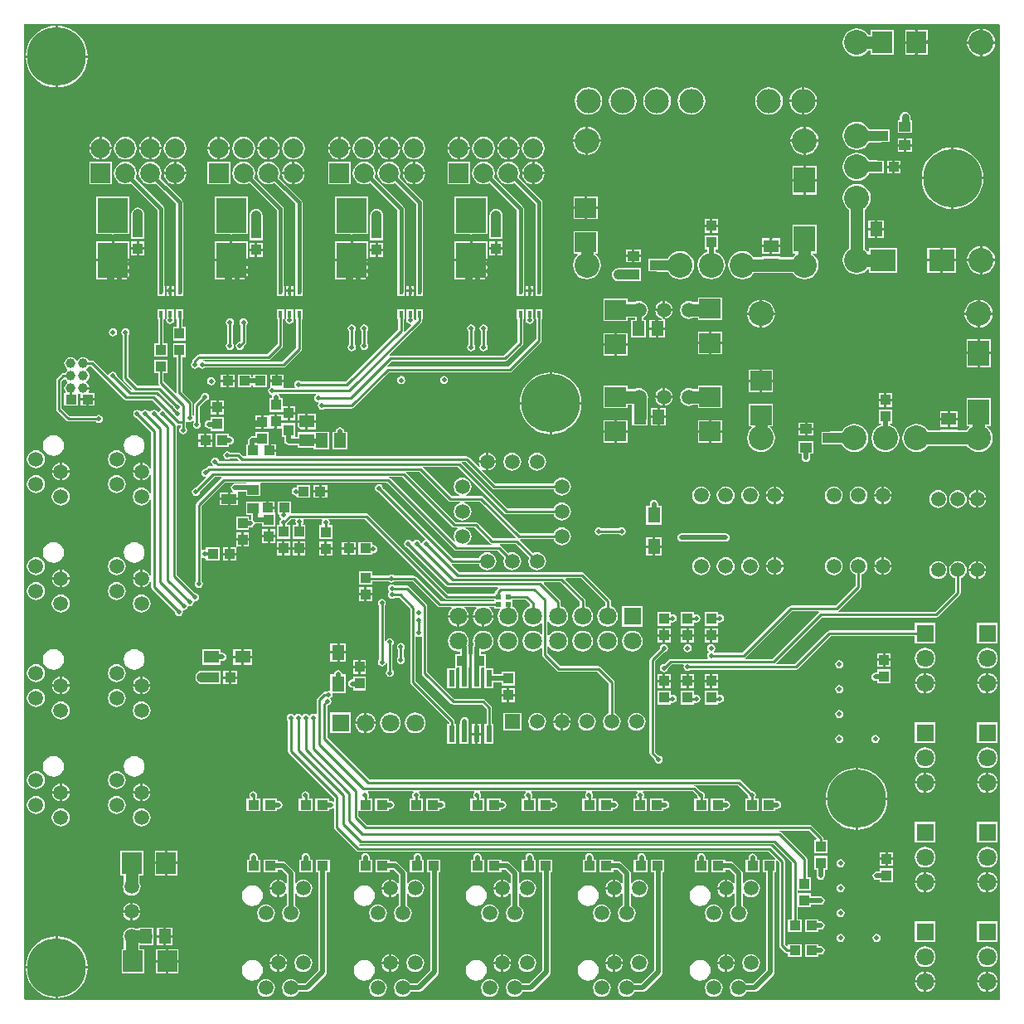
<source format=gbl>
%FSTAX23Y23*%
%MOIN*%
%SFA1B1*%

%IPPOS*%
%ADD10R,0.043000X0.039000*%
%ADD11R,0.039000X0.043000*%
%ADD23R,0.087000X0.079000*%
%ADD27C,0.010000*%
%ADD28C,0.020000*%
%ADD30C,0.012000*%
%ADD32C,0.040000*%
%ADD33C,0.050000*%
%ADD36C,0.009000*%
%ADD37C,0.059000*%
%ADD38C,0.071000*%
%ADD39R,0.071000X0.071000*%
%ADD40C,0.236000*%
%ADD41C,0.079000*%
%ADD42R,0.079000X0.079000*%
%ADD43R,0.071000X0.071000*%
%ADD44C,0.098000*%
%ADD45C,0.100000*%
%ADD46R,0.059000X0.059000*%
%ADD47C,0.039000*%
%ADD48C,0.020000*%
%ADD49C,0.018000*%
%ADD50R,0.059000X0.039000*%
%ADD51R,0.047000X0.039000*%
%ADD52R,0.079000X0.087000*%
%ADD53R,0.122000X0.140000*%
%ADD54R,0.063000X0.051000*%
%ADD55R,0.051000X0.063000*%
%ADD56R,0.059000X0.051000*%
%ADD57R,0.051000X0.059000*%
%ADD58R,0.024000X0.067000*%
%ADD59R,0.024000X0.020000*%
%ADD60R,0.018000X0.028000*%
%ADD61R,0.102000X0.087000*%
%ADD62R,0.087000X0.102000*%
%ADD63C,0.030000*%
%ADD64C,0.015000*%
%LNholoboard-1*%
%LPD*%
G36*
X03929Y03925D02*
Y00008D01*
X00012*
X00008Y00012*
Y03929*
X03925*
X03929Y03925*
G37*
%LNholoboard-2*%
%LPC*%
G36*
X00863Y01329D02*
X00841D01*
Y01308*
X00863*
Y01329*
G37*
G36*
X0135Y01341D02*
X01329D01*
Y01318*
X0135*
Y01341*
G37*
G36*
X00831Y01329D02*
X00808D01*
Y01308*
X00831*
Y01329*
G37*
G36*
X02795Y01316D02*
X02774D01*
Y01294*
X02795*
Y01316*
G37*
G36*
X01445Y01619D02*
X01439Y01617D01*
X01434Y01614*
X0143Y01609*
X01429Y01602*
X0143Y01596*
X01434Y01591*
Y01376*
X0143Y01371*
X01429Y01364*
X0143Y01358*
X01434Y01353*
X01439Y01349*
X01445Y01348*
X01451Y01349*
X01457Y01353*
X0146Y01358*
X01461Y0136*
X01465Y01359*
Y01333*
X01462Y01328*
X01461Y01321*
X01462Y01315*
X01466Y0131*
X01471Y01306*
X01477Y01305*
X01483Y01306*
X01489Y0131*
X01492Y01315*
X01493Y01321*
X01492Y01328*
X01489Y01333*
X01488*
Y01433*
X01492Y01439*
X01493Y01445*
X01492Y01451*
X01488Y01456*
X01483Y0146*
X01477Y01461*
X0147Y0146*
X01465Y01456*
X01462Y01451*
X01461Y0145*
X01456*
Y01591*
X01457*
X0146Y01596*
X01461Y01602*
X0146Y01609*
X01457Y01614*
X01451Y01617*
X01445Y01619*
G37*
G36*
X01381Y01341D02*
X0136D01*
Y01318*
X01381*
Y01341*
G37*
G36*
X03879Y01422D02*
X03868Y01421D01*
X03858Y01417*
X0385Y0141*
X03843Y01401*
X03839Y01391*
X03837Y0138*
X03839Y01369*
X03843Y01359*
X0385Y01351*
X03858Y01344*
X03868Y0134*
X03879Y01339*
X0389Y0134*
X039Y01344*
X03909Y01351*
X03915Y01359*
X0392Y01369*
X03921Y0138*
X0392Y01391*
X03915Y01401*
X03909Y0141*
X039Y01417*
X0389Y01421*
X03879Y01422*
G37*
G36*
X03284Y01372D02*
X03278Y0137D01*
X03273Y01367*
X03269Y01362*
X03268Y01355*
X03269Y01349*
X03273Y01344*
X03278Y0134*
X03284Y01339*
X0329Y0134*
X03296Y01344*
X03299Y01349*
X033Y01355*
X03299Y01362*
X03296Y01367*
X0329Y0137*
X03284Y01372*
G37*
G36*
X03629Y01422D02*
X03618Y01421D01*
X03608Y01417*
X036Y0141*
X03593Y01401*
X03589Y01391*
X03587Y0138*
X03589Y01369*
X03593Y01359*
X036Y01351*
X03608Y01344*
X03618Y0134*
X03629Y01339*
X0364Y0134*
X0365Y01344*
X03659Y01351*
X03665Y01359*
X0367Y01369*
X03671Y0138*
X0367Y01391*
X03665Y01401*
X03659Y0141*
X0365Y01417*
X0364Y01421*
X03629Y01422*
G37*
G36*
X00125Y01417D02*
X00114Y01415D01*
X00104Y01411*
X00095Y01405*
X00088Y01396*
X00084Y01386*
X00083Y01375*
X00084Y01364*
X00088Y01354*
X00095Y01345*
X00104Y01339*
X00114Y01335*
X00125Y01333*
X00135Y01335*
X00146Y01339*
X00154Y01345*
X00161Y01354*
X00165Y01364*
X00166Y01375*
X00165Y01386*
X00161Y01396*
X00154Y01405*
X00146Y01411*
X00135Y01415*
X00125Y01417*
G37*
G36*
X0045D02*
X00439Y01415D01*
X00429Y01411*
X0042Y01405*
X00413Y01396*
X00409Y01386*
X00408Y01375*
X00409Y01364*
X00413Y01354*
X0042Y01345*
X00429Y01339*
X00439Y01335*
X0045Y01333*
X0046Y01335*
X00471Y01339*
X00479Y01345*
X00486Y01354*
X0049Y01364*
X00491Y01375*
X0049Y01386*
X00486Y01396*
X00479Y01405*
X00471Y01411*
X0046Y01415*
X0045Y01417*
G37*
G36*
X02764Y01316D02*
X02743D01*
Y01294*
X02764*
Y01316*
G37*
G36*
X03624Y01321D02*
X03618D01*
X03608Y01317*
X036Y0131*
X03593Y01301*
X03589Y01291*
X03588Y01285*
X03624*
Y01321*
G37*
G36*
X03634D02*
Y01285D01*
X0367*
Y01291*
X03665Y01301*
X03659Y0131*
X0365Y01317*
X0364Y01321*
X03634*
G37*
G36*
X00379Y01356D02*
X0037Y01355D01*
X00361Y01351*
X00354Y01346*
X00348Y01338*
X00345Y0133*
X00343Y0132*
X00345Y01311*
X00348Y01302*
X00354Y01295*
X00361Y01289*
X0037Y01286*
X00379Y01284*
X00388Y01286*
X00397Y01289*
X00404Y01295*
X0041Y01302*
X00414Y01311*
X00415Y0132*
X00414Y0133*
X0041Y01338*
X00404Y01346*
X00397Y01351*
X00388Y01355*
X00379Y01356*
G37*
G36*
X0349Y01335D02*
X03438D01*
Y01322*
X03429*
X03423Y0132*
X03418Y01317*
X03414Y01312*
X03413Y01305*
X03414Y01299*
X03418Y01294*
X03423Y0129*
X03429Y01289*
X03438*
Y01279*
X0349*
Y01335*
G37*
G36*
X00054Y01356D02*
X00045Y01355D01*
X00036Y01351*
X00029Y01346*
X00023Y01338*
X0002Y0133*
X00018Y0132*
X0002Y01311*
X00023Y01302*
X00029Y01295*
X00036Y01289*
X00045Y01286*
X00054Y01284*
X00063Y01286*
X00072Y01289*
X00079Y01295*
X00085Y01302*
X00089Y01311*
X0009Y0132*
X00089Y0133*
X00085Y01338*
X00079Y01346*
X00072Y01351*
X00063Y01355*
X00054Y01356*
G37*
G36*
X03874Y01321D02*
X03868D01*
X03858Y01317*
X0385Y0131*
X03843Y01301*
X03839Y01291*
X03838Y01285*
X03874*
Y01321*
G37*
G36*
X02669Y01316D02*
X02648D01*
Y01294*
X02669*
Y01316*
G37*
G36*
X027D02*
X02679D01*
Y01294*
X027*
Y01316*
G37*
G36*
X02605D02*
X02584D01*
Y01294*
X02605*
Y01316*
G37*
G36*
X03884Y01321D02*
Y01285D01*
X0392*
Y01291*
X03915Y01301*
X03909Y0131*
X039Y01317*
X0389Y01321*
X03884*
G37*
G36*
X02574Y01316D02*
X02553D01*
Y01294*
X02574*
Y01316*
G37*
G36*
X02579Y01437D02*
X02573Y01435D01*
X02568Y01432*
X02564Y01427*
X02563Y0142*
X02524Y01381*
X02522Y01378*
X02521Y01373*
Y00999*
X02522Y00995*
X02524Y00991*
X02541Y00975*
Y00973*
X02542Y00967*
X02546Y00962*
X02551Y00958*
X02557Y00957*
X02563Y00958*
X02569Y00962*
X02572Y00967*
X02573Y00973*
X02572Y0098*
X02569Y00985*
X02563Y00988*
X02558Y00989*
X02543Y01004*
Y01369*
X02579Y01404*
X02585Y01405*
X02591Y01409*
X02594Y01414*
X02595Y0142*
X02594Y01427*
X02591Y01432*
X02585Y01435*
X02579Y01437*
G37*
G36*
X02674D02*
X02668Y01435D01*
X02663Y01432*
X02659Y01427*
X02658Y0142*
X02659Y01414*
X02663Y01409*
X02668Y01405*
X02674Y01404*
X0268Y01405*
X02686Y01409*
X02689Y01414*
X0269Y0142*
X02689Y01427*
X02686Y01432*
X0268Y01435*
X02674Y01437*
G37*
G36*
X00923Y01417D02*
X0089D01*
Y0139*
X00923*
Y01417*
G37*
G36*
X0349Y01401D02*
X03469D01*
Y01379*
X0349*
Y01401*
G37*
G36*
X0088Y01417D02*
X00848D01*
Y0139*
X0088*
Y01417*
G37*
G36*
X01852Y01491D02*
X01841Y0149D01*
X01831Y01486*
X01823Y01479*
X01816Y0147*
X01812Y0146*
X0181Y01449*
X01812Y01438*
X01814Y01434*
X01813Y01432*
X01811Y0143*
X0181Y01423*
Y01395*
X01807*
Y01344*
X01808*
Y01339*
Y0126*
X01844*
Y01339*
Y0134*
X01847Y01344*
X01858*
Y01339*
Y0126*
X01894*
Y01282*
X01927*
Y01271*
X01979*
Y01326*
X01927*
Y01315*
X01894*
Y01339*
X01862*
Y01344*
Y01395*
X01842*
Y01405*
X01846Y01408*
X01852*
X01863Y01409*
X01873Y01413*
X01882Y0142*
X01888Y01428*
X01893Y01438*
X01894Y01449*
X01893Y0146*
X01888Y0147*
X01882Y01479*
X01873Y01486*
X01863Y0149*
X01852Y01491*
G37*
G36*
X02452D02*
X02441Y0149D01*
X02431Y01486*
X02423Y01479*
X02416Y0147*
X02412Y0146*
X0241Y01449*
X02412Y01438*
X02416Y01428*
X02423Y0142*
X02431Y01413*
X02441Y01409*
X02452Y01408*
X02463Y01409*
X02473Y01413*
X02482Y0142*
X02488Y01428*
X02493Y01438*
X02494Y01449*
X02493Y0146*
X02488Y0147*
X02482Y01479*
X02473Y01486*
X02463Y0149*
X02452Y01491*
G37*
G36*
X01265Y01441D02*
X01238D01*
Y01409*
X01265*
Y01441*
G37*
G36*
X02352Y01491D02*
X02341Y0149D01*
X02331Y01486*
X02323Y01479*
X02316Y0147*
X02312Y0146*
X0231Y01449*
X02312Y01438*
X02316Y01428*
X02323Y0142*
X02331Y01413*
X02341Y01409*
X02352Y01408*
X02363Y01409*
X02373Y01413*
X02382Y0142*
X02388Y01428*
X02393Y01438*
X02394Y01449*
X02393Y0146*
X02388Y0147*
X02382Y01479*
X02373Y01486*
X02363Y0149*
X02352Y01491*
G37*
G36*
X01952D02*
X01941Y0149D01*
X01931Y01486*
X01923Y01479*
X01916Y0147*
X01912Y0146*
X0191Y01449*
X01912Y01438*
X01916Y01428*
X01923Y0142*
X01931Y01413*
X01941Y01409*
X01952Y01408*
X01963Y01409*
X01973Y01413*
X01982Y0142*
X01988Y01428*
X01993Y01438*
X01994Y01449*
X01993Y0146*
X01988Y0147*
X01982Y01479*
X01973Y01486*
X01963Y0149*
X01952Y01491*
G37*
G36*
X02252D02*
X02241Y0149D01*
X02231Y01486*
X02223Y01479*
X02216Y0147*
X02212Y0146*
X0221Y01449*
X02212Y01438*
X02216Y01428*
X02223Y0142*
X02231Y01413*
X02241Y01409*
X02252Y01408*
X02263Y01409*
X02273Y01413*
X02282Y0142*
X02288Y01428*
X02293Y01438*
X02294Y01449*
X02293Y0146*
X02288Y0147*
X02282Y01479*
X02273Y01486*
X02263Y0149*
X02252Y01491*
G37*
G36*
X03459Y01401D02*
X03438D01*
Y01379*
X03459*
Y01401*
G37*
G36*
X0135Y01373D02*
X01329D01*
Y01351*
X0135*
Y01373*
G37*
G36*
X01381D02*
X0136D01*
Y01351*
X01381*
Y01373*
G37*
G36*
X0349Y01369D02*
X03469D01*
Y01346*
X0349*
Y01369*
G37*
G36*
X01752Y01491D02*
X01741Y0149D01*
X01731Y01486*
X01723Y01479*
X01716Y0147*
X01712Y0146*
X0171Y01449*
X01712Y01438*
X01716Y01428*
X01723Y0142*
X01731Y01413*
X01741Y01409*
X01752Y01408*
X01756*
X0176Y01405*
Y01395*
X0174*
Y01344*
Y01343*
X01736Y01339*
X01708*
Y0126*
X01744*
Y01339*
Y0134*
X01747Y01344*
X01758*
Y01339*
Y0126*
X01794*
Y01339*
Y01342*
X01795Y01344*
Y01395*
X01792*
Y01425*
X01791Y01432*
X0179Y01433*
X01793Y01438*
X01794Y01449*
X01793Y0146*
X01788Y0147*
X01782Y01479*
X01773Y01486*
X01763Y0149*
X01752Y01491*
G37*
G36*
X03459Y01369D02*
X03438D01*
Y01346*
X03459*
Y01369*
G37*
G36*
X00797Y01417D02*
X00722D01*
Y01354*
X00797*
Y01369*
X00804*
X0081Y0137*
X00816Y01374*
X00819Y01379*
X0082Y01385*
X00819Y01392*
X00816Y01397*
X0081Y014*
X00804Y01402*
X00797*
Y01417*
G37*
G36*
X01265Y01399D02*
X01238D01*
Y01366*
X01265*
Y01399*
G37*
G36*
X01301D02*
X01275D01*
Y01366*
X01301*
Y01399*
G37*
G36*
X01521Y01443D02*
X01515Y01441D01*
X0151Y01438*
X01506Y01433*
X01505Y01426*
X01506Y0142*
X0151Y01415*
Y01385*
X01506Y0138*
X01505Y01373*
X01506Y01367*
X0151Y01362*
X01515Y01358*
X01521Y01357*
X01527Y01358*
X01533Y01362*
X01536Y01367*
X01537Y01373*
X01536Y0138*
X01533Y01385*
X01532*
Y01415*
X01533*
X01536Y0142*
X01537Y01426*
X01536Y01433*
X01533Y01438*
X01527Y01441*
X01521Y01443*
G37*
G36*
X0088Y0138D02*
X00848D01*
Y01354*
X0088*
Y0138*
G37*
G36*
X00923D02*
X0089D01*
Y01354*
X00923*
Y0138*
G37*
G36*
X00863Y01298D02*
X00841D01*
Y01278*
X00863*
Y01298*
G37*
G36*
X00379Y01256D02*
X0037Y01255D01*
X00361Y01251*
X00354Y01246*
X00348Y01238*
X00345Y0123*
X00343Y0122*
X00345Y01211*
X00348Y01202*
X00354Y01195*
X00361Y01189*
X0037Y01186*
X00379Y01184*
X00388Y01186*
X00397Y01189*
X00404Y01195*
X0041Y01202*
X00414Y01211*
X00415Y0122*
X00414Y0123*
X0041Y01238*
X00404Y01246*
X00397Y01251*
X00388Y01255*
X00379Y01256*
G37*
G36*
X02605Y0125D02*
X02553D01*
Y01194*
X02605*
Y01199*
X02609Y01202*
X02614Y01201*
X0262Y01202*
X02626Y01206*
X02629Y01211*
X0263Y01217*
X02629Y01223*
X02626Y01229*
X0262Y01232*
X02614Y01233*
X02609Y01232*
X02605Y01235*
Y0125*
G37*
G36*
X00054Y01256D02*
X00045Y01255D01*
X00036Y01251*
X00029Y01246*
X00023Y01238*
X0002Y0123*
X00018Y0122*
X0002Y01211*
X00023Y01202*
X00029Y01195*
X00036Y01189*
X00045Y01186*
X00054Y01184*
X00063Y01186*
X00072Y01189*
X00079Y01195*
X00085Y01202*
X00089Y01211*
X0009Y0122*
X00089Y0123*
X00085Y01238*
X00079Y01246*
X00072Y01251*
X00063Y01255*
X00054Y01256*
G37*
G36*
X00479Y01206D02*
X0047Y01205D01*
X00461Y01201*
X00454Y01196*
X00448Y01188*
X00445Y0118*
X00443Y0117*
X00445Y01161*
X00448Y01152*
X00454Y01145*
X00461Y01139*
X0047Y01136*
X00479Y01134*
X00488Y01136*
X00497Y01139*
X00504Y01145*
X0051Y01152*
X00514Y01161*
X00515Y0117*
X00514Y0118*
X0051Y01188*
X00504Y01196*
X00497Y01201*
X00488Y01205*
X00479Y01206*
G37*
G36*
X03284Y01172D02*
X03278Y0117D01*
X03273Y01167*
X03269Y01162*
X03268Y01155*
X03269Y01149*
X03273Y01144*
X03278Y0114*
X03284Y01139*
X0329Y0114*
X03296Y01144*
X03299Y01149*
X033Y01155*
X03299Y01162*
X03296Y01167*
X0329Y0117*
X03284Y01172*
G37*
G36*
X027Y0125D02*
X02648D01*
Y01194*
X027*
Y01199*
X02704Y01202*
X02709Y01201*
X02715Y01202*
X02721Y01206*
X02724Y01211*
X02725Y01217*
X02724Y01223*
X02721Y01229*
X02715Y01232*
X02709Y01233*
X02704Y01232*
X027Y01235*
Y0125*
G37*
G36*
X00149Y01265D02*
X00119D01*
X0012Y01261*
X00123Y01252*
X00129Y01245*
X00136Y01239*
X00145Y01236*
X00149Y01235*
Y01265*
G37*
G36*
X00189D02*
X00159D01*
Y01235*
X00163Y01236*
X00172Y01239*
X00179Y01245*
X00185Y01252*
X00189Y01261*
Y01265*
G37*
G36*
X01979Y01227D02*
X01958D01*
Y01204*
X01979*
Y01227*
G37*
G36*
X02795Y0125D02*
X02743D01*
Y01194*
X02795*
Y01199*
X02799Y01202*
X02804Y01201*
X0281Y01202*
X02816Y01206*
X02819Y01211*
X0282Y01217*
X02819Y01223*
X02816Y01229*
X0281Y01232*
X02804Y01233*
X02799Y01232*
X02795Y01235*
Y0125*
G37*
G36*
X01948Y01227D02*
X01927D01*
Y01204*
X01948*
Y01227*
G37*
G36*
X00154Y01206D02*
X00145Y01205D01*
X00136Y01201*
X00129Y01196*
X00123Y01188*
X0012Y0118*
X00118Y0117*
X0012Y01161*
X00123Y01152*
X00129Y01145*
X00136Y01139*
X00145Y01136*
X00154Y01134*
X00163Y01136*
X00172Y01139*
X00179Y01145*
X00185Y01152*
X00189Y01161*
X0019Y0117*
X00189Y0118*
X00185Y01188*
X00179Y01196*
X00172Y01201*
X00163Y01205*
X00154Y01206*
G37*
G36*
X02469Y01161D02*
X0246Y0116D01*
X02451Y01156*
X02444Y01151*
X02438Y01143*
X02435Y01135*
X02433Y01125*
X02435Y01116*
X02438Y01107*
X02444Y011*
X02451Y01094*
X0246Y01091*
X02469Y01089*
X02478Y01091*
X02487Y01094*
X02494Y011*
X025Y01107*
X02504Y01116*
X02505Y01125*
X02504Y01135*
X025Y01143*
X02494Y01151*
X02487Y01156*
X02478Y0116*
X02469Y01161*
G37*
G36*
X02005D02*
X01934D01*
Y0109*
X02005*
Y01161*
G37*
G36*
X02269D02*
X0226Y0116D01*
X02251Y01156*
X02244Y01151*
X02238Y01143*
X02235Y01135*
X02233Y01125*
X02235Y01116*
X02238Y01107*
X02244Y011*
X02251Y01094*
X0226Y01091*
X02269Y01089*
X02278Y01091*
X02287Y01094*
X02294Y011*
X023Y01107*
X02304Y01116*
X02305Y01125*
X02304Y01135*
X023Y01143*
X02294Y01151*
X02287Y01156*
X02278Y0116*
X02269Y01161*
G37*
G36*
X01844Y01115D02*
X01831D01*
Y0108*
X01844*
Y01115*
G37*
G36*
X02069Y01161D02*
X0206Y0116D01*
X02051Y01156*
X02044Y01151*
X02038Y01143*
X02035Y01135*
X02033Y01125*
X02035Y01116*
X02038Y01107*
X02044Y011*
X02051Y01094*
X0206Y01091*
X02069Y01089*
X02078Y01091*
X02087Y01094*
X02094Y011*
X021Y01107*
X02104Y01116*
X02105Y01125*
X02104Y01135*
X021Y01143*
X02094Y01151*
X02087Y01156*
X02078Y0116*
X02069Y01161*
G37*
G36*
X02164Y0112D02*
X02134D01*
X02135Y01116*
X02138Y01107*
X02144Y011*
X02151Y01094*
X0216Y01091*
X02164Y0109*
Y0112*
G37*
G36*
Y0116D02*
X0216D01*
X02151Y01156*
X02144Y01151*
X02138Y01143*
X02135Y01135*
X02134Y0113*
X02164*
Y0116*
G37*
G36*
X02174D02*
Y0113D01*
X02204*
Y01135*
X022Y01143*
X02194Y01151*
X02187Y01156*
X02178Y0116*
X02174*
G37*
G36*
X01384Y01161D02*
Y01125D01*
X0142*
Y01131*
X01415Y01141*
X01409Y0115*
X014Y01157*
X0139Y01161*
X01384*
G37*
G36*
X02204Y0112D02*
X02174D01*
Y0109*
X02178Y01091*
X02187Y01094*
X02194Y011*
X022Y01107*
X02204Y01116*
Y0112*
G37*
G36*
X01374Y01161D02*
X01368D01*
X01358Y01157*
X0135Y0115*
X01343Y01141*
X01339Y01131*
X01338Y01125*
X01374*
Y01161*
G37*
G36*
X02764Y01284D02*
X02743D01*
Y01261*
X02764*
Y01284*
G37*
G36*
X02795D02*
X02774D01*
Y01261*
X02795*
Y01284*
G37*
G36*
X027D02*
X02679D01*
Y01261*
X027*
Y01284*
G37*
G36*
X02605D02*
X02584D01*
Y01261*
X02605*
Y01284*
G37*
G36*
X02669D02*
X02648D01*
Y01261*
X02669*
Y01284*
G37*
G36*
X00149Y01305D02*
X00145D01*
X00136Y01301*
X00129Y01296*
X00123Y01288*
X0012Y0128*
X00119Y01275*
X00149*
Y01305*
G37*
G36*
X00769Y0133D02*
X00721D01*
X00714Y01329*
X00708Y01326*
X00702Y01322*
X00698Y01316*
X00695Y0131*
Y01303*
Y01297*
X00698Y0129*
X00702Y01285*
X00708Y01281*
X00714Y01278*
X00721Y01277*
X00769*
X00773Y01278*
X00796*
Y01329*
X00773*
X00769Y0133*
G37*
G36*
X00831Y01298D02*
X00808D01*
Y01278*
X00831*
Y01298*
G37*
G36*
X00484Y01305D02*
Y01275D01*
X00514*
Y0128*
X0051Y01288*
X00504Y01296*
X00497Y01301*
X00488Y01305*
X00484*
G37*
G36*
X00159D02*
Y01275D01*
X00189*
Y0128*
X00185Y01288*
X00179Y01296*
X00172Y01301*
X00163Y01305*
X00159*
G37*
G36*
X00474D02*
X0047D01*
X00461Y01301*
X00454Y01296*
X00448Y01288*
X00445Y0128*
X00444Y01275*
X00474*
Y01305*
G37*
G36*
X02574Y01284D02*
X02553D01*
Y01261*
X02574*
Y01284*
G37*
G36*
X01979Y0126D02*
X01958D01*
Y01237*
X01979*
Y0126*
G37*
G36*
X03284Y01272D02*
X03278Y0127D01*
X03273Y01267*
X03269Y01262*
X03268Y01255*
X03269Y01249*
X03273Y01244*
X03278Y0124*
X03284Y01239*
X0329Y0124*
X03296Y01244*
X03299Y01249*
X033Y01255*
X03299Y01262*
X03296Y01267*
X0329Y0127*
X03284Y01272*
G37*
G36*
X01948Y0126D02*
X01927D01*
Y01237*
X01948*
Y0126*
G37*
G36*
X00474Y01265D02*
X00444D01*
X00445Y01261*
X00448Y01252*
X00454Y01245*
X00461Y01239*
X0047Y01236*
X00474Y01235*
Y01265*
G37*
G36*
X00514D02*
X00484D01*
Y01235*
X00488Y01236*
X00497Y01239*
X00504Y01245*
X0051Y01252*
X00514Y01261*
Y01265*
G37*
G36*
X03624Y01275D02*
X03588D01*
X03589Y01269*
X03593Y01259*
X036Y01251*
X03608Y01244*
X03618Y0124*
X03624Y01239*
Y01275*
G37*
G36*
X01269Y01332D02*
X01263Y0133D01*
X01258Y01327*
X01254Y01322*
X01253Y01315*
X01238*
Y01252*
X01234Y01249*
X01231Y0125*
X01225Y01248*
X0122Y01245*
X01219*
X01214*
X0121Y01244*
X01206Y01241*
X01185Y0122*
X01183Y01217*
X01182Y01212*
Y01156*
X01178Y01154*
X01175Y01155*
X01169Y01157*
X01163Y01155*
X01158Y01152*
X01157Y0115*
X01152*
X01151Y01152*
X01145Y01155*
X01139Y01157*
X01133Y01155*
X01128Y01152*
X01127Y0115*
X01122*
X01121Y01152*
X01115Y01155*
X01109Y01157*
X01103Y01155*
X01098Y01152*
X01097Y0115*
X01092*
X01091Y01152*
X01085Y01155*
X01079Y01157*
X01073Y01155*
X01068Y01152*
X01064Y01147*
X01063Y0114*
X01064Y01134*
X01068Y01129*
Y01007*
X01069Y01003*
X01071Y00999*
X01253Y00818*
Y00806*
X01249Y00803*
X01245Y00805*
X01239Y00807*
X01233*
Y00816*
X01178*
Y00765*
X01233*
Y00774*
X01239*
X01245Y00775*
X01249Y00777*
X01253Y00775*
Y00701*
X01254Y00697*
X01256Y00693*
X01343Y00606*
X01347Y00604*
X01351Y00603*
X02999*
X03027Y00576*
X03025Y00571*
X02975*
Y0052*
X02991*
Y00126*
X02937Y00072*
X02911*
X0291Y00073*
X02904Y00081*
X02897Y00086*
X02888Y0009*
X02879Y00091*
X0287Y0009*
X02861Y00086*
X02854Y00081*
X02848Y00073*
X02845Y00065*
X02843Y00055*
X02845Y00046*
X02848Y00037*
X02854Y0003*
X02861Y00024*
X0287Y00021*
X02879Y00019*
X02888Y00021*
X02897Y00024*
X02904Y0003*
X0291Y00037*
X02911Y00039*
X02944*
X0295Y0004*
X02956Y00044*
X03019Y00107*
X03023Y00113*
X03024Y00119*
Y0052*
X0303*
Y00566*
X03035Y00568*
X03043Y0056*
Y00225*
X03044Y00221*
X03046Y00217*
X03066Y00197*
X0307Y00195*
X03074Y00194*
X03078*
Y0018*
X03133*
Y00231*
X03078*
Y00224*
X03073Y00222*
X03065Y0023*
Y00564*
X03064Y00569*
X03062Y00572*
X03012Y00622*
X03008Y00625*
X03004Y00626*
X01356*
X01354Y0063*
X01355Y00633*
X01359Y00632*
X03019*
X03094Y00557*
Y00331*
X03078*
Y0028*
X03133*
Y00331*
X03117*
Y00379*
X03118*
X0312*
X0317*
Y00389*
X03209*
X03215Y0039*
X03221Y00394*
X03224Y00399*
X03225Y00405*
X03224Y00412*
X03221Y00417*
X03215Y0042*
X03209Y00422*
X0317*
Y00435*
X0312*
X03118*
X03117Y00436*
Y00446*
X03118*
X0317*
Y00501*
X03155*
Y00572*
X03154Y00577*
X03152Y0058*
X03052Y0068*
X03048Y00683*
X03044Y00684*
Y00685*
X03048Y00688*
X0316*
X03193Y00656*
X03191Y00651*
X03183*
Y00596*
X03235*
Y00651*
X0322*
Y00655*
X03219Y0066*
X03217Y00663*
X03173Y00707*
X03169Y0071*
X03165Y00711*
X01385*
X0135Y00745*
Y00765*
X01351*
X01354*
X01406*
Y00816*
X01394*
X01391Y0082*
X01393Y00823*
X01394Y00829*
X01393Y00836*
X0139Y00841*
X01389*
X0139Y00846*
X01571*
X01572Y00841*
X01568Y00836*
X01567Y00829*
X01568Y00823*
X0157Y0082*
X01567Y00816*
X01556*
Y00765*
X01611*
Y00816*
X01599*
X01596Y0082*
X01598Y00823*
X01599Y00829*
X01598Y00836*
X01595Y00841*
X01594*
X01595Y00846*
X01816*
X01817Y00841*
X01813Y00836*
X01812Y00829*
X01813Y00823*
X01815Y0082*
X01812Y00816*
X01801*
Y00765*
X01856*
Y00816*
X01844*
X01841Y0082*
X01843Y00823*
X01844Y00829*
X01843Y00836*
X0184Y00841*
X01839*
X0184Y00846*
X02022*
X02023Y00841*
X02019Y00836*
X02018Y00829*
X02019Y00823*
X02021Y0082*
X02018Y00816*
X02007*
Y00765*
X02062*
Y00816*
X0205*
X02047Y0082*
X02049Y00823*
X0205Y00829*
X02049Y00836*
X02046Y00841*
X02045*
X02046Y00846*
X02266*
X02267Y00841*
X02263Y00836*
X02262Y00829*
X02263Y00823*
X02265Y0082*
X02262Y00816*
X02251*
Y00765*
X02306*
Y00816*
X02294*
X02291Y0082*
X02293Y00823*
X02294Y00829*
X02293Y00836*
X0229Y00841*
X02289*
X0229Y00846*
X02471*
X02473Y00841*
X02472*
X02469Y00836*
X02467Y00829*
X02469Y00823*
X0247Y0082*
X02468Y00816*
X02456*
Y00765*
X02511*
Y00816*
X02499*
X02497Y0082*
X02499Y00823*
X025Y00829*
X02499Y00836*
X02495Y00841*
X02494*
X02496Y00846*
X02695*
X02712Y0083*
Y00829*
X02713Y00823*
X02715Y0082*
X02712Y00816*
X02701*
Y00765*
X02756*
Y00816*
X02744*
X02741Y0082*
X02743Y00823*
X02744Y00829*
X02743Y00836*
X0274Y00841*
X02734Y00844*
X02728Y00846*
X02708Y00865*
X02704Y00868*
X027Y00869*
X02702Y0087*
X02876*
X02917Y0083*
Y00829*
X02918Y00823*
X0292Y0082*
X02917Y00816*
X02906*
Y00765*
X02961*
Y00816*
X02949*
X02946Y0082*
X02948Y00823*
X02949Y00829*
X02948Y00836*
X02945Y00841*
X02939Y00844*
X02933Y00846*
X02889Y00889*
X02885Y00892*
X02881Y00893*
X01396*
X01225Y01063*
Y01187*
X01226Y01191*
X01232Y01192*
X01238Y01196*
X01241Y01201*
X01242Y01207*
X01241Y01214*
X01238Y01219*
X01243Y01222*
X01246Y01227*
X01247Y01233*
X01246Y0124*
X01301*
Y01315*
X01285*
X01284Y01322*
X01281Y01327*
X01275Y0133*
X01269Y01332*
G37*
G36*
X01381Y01307D02*
X01329D01*
Y01295*
X01325*
X01319Y01293*
X01314Y0129*
X0131Y01285*
X01309Y01278*
X0131Y01272*
X01314Y01267*
X01319Y01263*
X01325Y01262*
X01329*
Y01251*
X01381*
Y01307*
G37*
G36*
X0392Y01275D02*
X03884D01*
Y01239*
X0389Y0124*
X039Y01244*
X03909Y01251*
X03915Y01259*
X0392Y01269*
Y01275*
G37*
G36*
X0367D02*
X03634D01*
Y01239*
X0364Y0124*
X0365Y01244*
X03659Y01251*
X03665Y01259*
X0367Y01269*
Y01275*
G37*
G36*
X03874D02*
X03838D01*
X03839Y01269*
X03843Y01259*
X0385Y01251*
X03858Y01244*
X03868Y0124*
X03874Y01239*
Y01275*
G37*
G36*
X01301Y01441D02*
X01275D01*
Y01409*
X01301*
Y01441*
G37*
G36*
X01245Y01816D02*
X01224D01*
Y01793*
X01245*
Y01816*
G37*
G36*
X01044Y01817D02*
X01023D01*
Y01794*
X01044*
Y01817*
G37*
G36*
X01214Y01816D02*
X01193D01*
Y01793*
X01214*
Y01816*
G37*
G36*
X02534Y01824D02*
X02508D01*
Y01792*
X02534*
Y01824*
G37*
G36*
X02571D02*
X02544D01*
Y01792*
X02571*
Y01824*
G37*
G36*
X01075Y01817D02*
X01054D01*
Y01794*
X01075*
Y01817*
G37*
G36*
X01339D02*
X01317D01*
Y01797*
X01339*
Y01817*
G37*
G36*
X01406Y01848D02*
X01351D01*
Y01797*
X01406*
Y018*
X0141Y01803*
X01411*
X01417Y01804*
X01423Y01808*
X01426Y01813*
X01427Y01819*
X01426Y01826*
X01423Y01831*
X01417Y01834*
X01411Y01836*
X0141Y01835*
X01406Y01839*
Y01848*
G37*
G36*
X01307Y01817D02*
X01284D01*
Y01797*
X01307*
Y01817*
G37*
G36*
X01107D02*
X01086D01*
Y01794*
X01107*
Y01817*
G37*
G36*
X01138D02*
X01117D01*
Y01794*
X01138*
Y01817*
G37*
G36*
X0086Y01794D02*
X00838D01*
Y01774*
X0086*
Y01794*
G37*
G36*
X03844Y0177D02*
Y0174D01*
X03874*
Y01745*
X0387Y01753*
X03864Y01761*
X03857Y01766*
X03848Y0177*
X03844*
G37*
G36*
X03019Y01785D02*
X03015D01*
X03006Y01781*
X02999Y01776*
X02993Y01768*
X0299Y0176*
X02989Y01755*
X03019*
Y01785*
G37*
G36*
X03834Y0177D02*
X0383D01*
X03821Y01766*
X03814Y01761*
X03808Y01753*
X03805Y01745*
X03804Y0174*
X03834*
Y0177*
G37*
G36*
X03454Y01745D02*
X03424D01*
X03425Y01741*
X03428Y01732*
X03434Y01725*
X03441Y01719*
X0345Y01716*
X03454Y01715*
Y01745*
G37*
G36*
X03494D02*
X03464D01*
Y01715*
X03468Y01716*
X03477Y01719*
X03484Y01725*
X0349Y01732*
X03494Y01741*
Y01745*
G37*
G36*
X03029Y01785D02*
Y01755D01*
X03059*
Y0176*
X03055Y01768*
X03049Y01776*
X03042Y01781*
X03033Y01785*
X03029*
G37*
G36*
X0045Y01847D02*
X00439Y01845D01*
X00429Y01841*
X0042Y01835*
X00413Y01826*
X00409Y01816*
X00408Y01805*
X00409Y01794*
X00413Y01784*
X0042Y01775*
X00429Y01769*
X00439Y01765*
X0045Y01763*
X0046Y01765*
X00471Y01769*
X00479Y01775*
X00486Y01784*
X0049Y01794*
X00491Y01805*
X0049Y01816*
X00486Y01826*
X00479Y01835*
X00471Y01841*
X0046Y01845*
X0045Y01847*
G37*
G36*
X00828Y01794D02*
X00805D01*
Y01774*
X00828*
Y01794*
G37*
G36*
X00125Y01847D02*
X00114Y01845D01*
X00104Y01841*
X00095Y01835*
X00088Y01826*
X00084Y01816*
X00083Y01805*
X00084Y01794*
X00088Y01784*
X00095Y01775*
X00104Y01769*
X00114Y01765*
X00125Y01763*
X00135Y01765*
X00146Y01769*
X00154Y01775*
X00161Y01784*
X00165Y01794*
X00166Y01805*
X00165Y01816*
X00161Y01826*
X00154Y01835*
X00146Y01841*
X00135Y01845*
X00125Y01847*
G37*
G36*
X03454Y01785D02*
X0345D01*
X03441Y01781*
X03434Y01776*
X03428Y01768*
X03425Y0176*
X03424Y01755*
X03454*
Y01785*
G37*
G36*
X03464D02*
Y01755D01*
X03494*
Y0176*
X0349Y01768*
X03484Y01776*
X03477Y01781*
X03468Y01785*
X03464*
G37*
G36*
X01016Y01866D02*
X00995D01*
Y01843*
X01016*
Y01866*
G37*
G36*
X02827Y01882D02*
X02649D01*
X02643Y0188*
X02638Y01877*
X02634Y01872*
X02633Y01865*
X02634Y01859*
X02638Y01854*
X02643Y0185*
X02649Y01849*
X02827*
X02833Y0185*
X02839Y01854*
X02842Y01859*
X02843Y01865*
X02842Y01872*
X02839Y01877*
X02833Y0188*
X02827Y01882*
G37*
G36*
X00985Y01866D02*
X00964D01*
Y01843*
X00985*
Y01866*
G37*
G36*
X02571Y01867D02*
X02544D01*
Y01834*
X02571*
Y01867*
G37*
G36*
X01433Y02081D02*
X01427Y02079D01*
X01422Y02076*
X01418Y02071*
X01417Y02064*
X01418Y02058*
X01422Y02053*
X01427Y02049*
X01433Y02048*
X01434*
X01621Y01861*
X01619Y01856*
X01617*
X01612Y01852*
X01608Y01847*
X01607Y01841*
X01606Y0184*
X01605*
X01601Y01843*
X016Y01847*
X01597Y01852*
X01591Y01855*
X01585Y01857*
X01579Y01855*
X01574Y01852*
X0157Y01847*
X01565*
X01562Y01852*
X01556Y01855*
X0155Y01857*
X01544Y01855*
X01539Y01852*
X01535Y01847*
X01534Y0184*
X01535Y01834*
X01539Y01829*
X01544Y01825*
X0155Y01824*
X01551*
X01703Y01671*
X01707Y01669*
X01711Y01668*
X01911*
X01912Y01663*
X01905Y01656*
X01902Y01652*
X01901Y01648*
Y01643*
X01895*
Y01639*
X01711*
X0139Y01959*
X01386Y01962*
X01382Y01963*
X0108*
Y02011*
X01025*
Y0196*
X0103*
X01033Y01956*
Y01955*
X01034Y01949*
X01038Y01944*
X01039Y01943*
Y01938*
X01038Y01937*
X01034Y01932*
X01033Y01925*
X01034Y0192*
X01031Y01916*
X01023*
Y01861*
X01075*
Y01916*
X01068*
X01064Y0192*
X01065Y01925*
X0108Y0194*
X01096*
X01099Y01936*
X01098Y0193*
X01099Y01924*
X01101Y01921*
Y01916*
X01086*
Y01861*
X01138*
Y01916*
X01129*
X01127Y01921*
X01129Y01924*
X0113Y0193*
X01129Y01937*
X01131Y0194*
X01202*
X01205Y01936*
X01203Y01934*
X01202Y01927*
X01203Y01921*
X01204Y0192*
X01202Y01915*
X01193*
Y0186*
X01245*
Y01915*
X01235*
X01233Y0192*
X01234Y01921*
X01235Y01927*
X01234Y01934*
X0123Y01939*
Y0194*
X01377*
X01698Y01619*
X01702Y01617*
X01706Y01616*
X01895*
Y01611*
Y01609*
X01682*
X01582Y01708*
X01578Y01711*
X01574Y01712*
X01496*
X0149Y01715*
X01484Y01717*
X01478Y01715*
X01473Y01712*
X01472*
X01405*
Y01731*
X01353*
Y01676*
X01405*
Y01689*
X01472*
X01473*
X01478Y01685*
X01484Y01684*
X0149Y01685*
X01496Y01689*
X01569*
X01669Y01589*
X01673Y01587*
X01677Y01586*
X01724*
X01726Y01581*
X01723Y01579*
X01716Y0157*
X01712Y0156*
X01711Y01554*
X01793*
Y0156*
X01788Y0157*
X01782Y01579*
X01773Y01586*
X01824*
X01826Y01581*
X01823Y01579*
X01816Y0157*
X01812Y0156*
X01811Y01554*
X01893*
Y0156*
X01888Y0157*
X01882Y01579*
X01873Y01586*
X01895*
Y01581*
X01919*
X01921Y01577*
X01916Y0157*
X01912Y0156*
X0191Y01549*
X01912Y01538*
X01916Y01528*
X01923Y0152*
X01931Y01513*
X01941Y01509*
X01952Y01508*
X01963Y01509*
X01973Y01513*
X01982Y0152*
X01988Y01528*
X01993Y01538*
X01994Y01549*
X01993Y0156*
X01988Y0157*
X01982Y01579*
X01973Y01586*
X0197Y01587*
Y01611*
Y01616*
X02023*
X02041Y01599*
Y0159*
X02031Y01586*
X02023Y01579*
X02016Y0157*
X02012Y0156*
X0201Y01549*
X02012Y01538*
X02016Y01528*
X02023Y0152*
X02031Y01513*
X02041Y01509*
X02052Y01508*
X02063Y01509*
X02073Y01513*
X02082Y0152*
X02084Y01523*
X02089Y01521*
Y01477*
X02084Y01476*
X02082Y01479*
X02073Y01486*
X02063Y0149*
X02052Y01491*
X02041Y0149*
X02031Y01486*
X02023Y01479*
X02016Y0147*
X02012Y0146*
X0201Y01449*
X02012Y01438*
X02016Y01428*
X02023Y0142*
X02031Y01413*
X02041Y01409*
X02052Y01408*
X02063Y01409*
X02073Y01413*
X02082Y0142*
X02084Y01423*
X02089Y01421*
Y01394*
X0209Y0139*
X02092Y01386*
X02149Y01329*
X02153Y01327*
X02157Y01326*
X02311*
X02358Y0128*
Y01159*
X02351Y01156*
X02344Y01151*
X02338Y01143*
X02335Y01135*
X02333Y01125*
X02335Y01116*
X02338Y01107*
X02344Y011*
X02351Y01094*
X0236Y01091*
X02369Y01089*
X02378Y01091*
X02387Y01094*
X02394Y011*
X024Y01107*
X02404Y01116*
X02405Y01125*
X02404Y01135*
X024Y01143*
X02394Y01151*
X02387Y01156*
X0238Y01159*
Y01284*
X02379Y01289*
X02377Y01292*
X02324Y01345*
X0232Y01348*
X02316Y01349*
X02162*
X02111Y01399*
Y01427*
X02113*
X02116Y01428*
X02123Y0142*
X02131Y01413*
X02141Y01409*
X02152Y01408*
X02163Y01409*
X02173Y01413*
X02182Y0142*
X02188Y01428*
X02193Y01438*
X02194Y01449*
X02193Y0146*
X02188Y0147*
X02182Y01479*
X02173Y01486*
X02163Y0149*
X02152Y01491*
X02141Y0149*
X02131Y01486*
X02123Y01479*
X02116Y0147*
X02113Y01472*
X02111*
Y01527*
X02113*
X02116Y01528*
X02123Y0152*
X02131Y01513*
X02141Y01509*
X02152Y01508*
X02163Y01509*
X02173Y01513*
X02182Y0152*
X02188Y01528*
X02193Y01538*
X02194Y01549*
X02193Y0156*
X02188Y0157*
X02182Y01579*
X02173Y01586*
X02163Y0159*
Y01608*
X02162Y01613*
X0216Y01616*
X02096Y0168*
X02098Y01685*
X02163*
X02241Y01608*
Y0159*
X02231Y01586*
X02223Y01579*
X02216Y0157*
X02212Y0156*
X0221Y01549*
X02212Y01538*
X02216Y01528*
X02223Y0152*
X02231Y01513*
X02241Y01509*
X02252Y01508*
X02263Y01509*
X02273Y01513*
X02282Y0152*
X02288Y01528*
X02293Y01538*
X02294Y01549*
X02293Y0156*
X02288Y0157*
X02282Y01579*
X02273Y01586*
X02263Y0159*
Y01612*
X02262Y01617*
X0226Y0162*
X02183Y01697*
X02185Y01702*
X02246*
X02343Y01606*
Y0159*
X02341*
X02331Y01586*
X02323Y01579*
X02316Y0157*
X02312Y0156*
X0231Y01549*
X02312Y01538*
X02316Y01528*
X02323Y0152*
X02331Y01513*
X02341Y01509*
X02352Y01508*
X02363Y01509*
X02373Y01513*
X02382Y0152*
X02388Y01528*
X02393Y01538*
X02394Y01549*
X02393Y0156*
X02388Y0157*
X02382Y01579*
X02373Y01586*
X02365Y01589*
Y0161*
X02364Y01615*
X02362Y01618*
X02259Y01721*
X02255Y01724*
X02251Y01725*
X01755*
X01726Y01754*
X01727Y01759*
X01835*
X01838Y01752*
X01844Y01745*
X01851Y01739*
X0186Y01736*
X01869Y01734*
X01878Y01736*
X01887Y01739*
X01894Y01745*
X019Y01752*
X01904Y01761*
X01905Y0177*
X01904Y0178*
X019Y01788*
X01894Y01796*
X01887Y01801*
X01878Y01805*
X01869Y01806*
X0186Y01805*
X01851Y01801*
X01844Y01796*
X01838Y01788*
X01835Y01782*
X01732*
X01449Y02064*
X01448Y02071*
X01445Y02076*
X01439Y02079*
X01433Y02081*
G37*
G36*
X0088Y01885D02*
X00859D01*
Y01862*
X0088*
Y01885*
G37*
G36*
X02409Y01907D02*
X02403Y01905D01*
X02398Y01902*
X02397*
X02329*
X02328*
X02323Y01905*
X02317Y01907*
X02311Y01905*
X02305Y01902*
X02302Y01897*
X02301Y0189*
X02302Y01884*
X02305Y01879*
X02311Y01875*
X02317Y01874*
X02323Y01875*
X02328Y01879*
X02329*
X02397*
X02398*
X02403Y01875*
X02409Y01874*
X02415Y01875*
X02421Y01879*
X02424Y01884*
X02425Y0189*
X02424Y01897*
X02421Y01902*
X02415Y01905*
X02409Y01907*
G37*
G36*
X02539Y02017D02*
X02533Y02015D01*
X02528Y02012*
X02524Y02007*
X02523Y02*
Y01993*
X02508*
Y01918*
X02571*
Y01993*
X02555*
Y02*
X02554Y02007*
X02551Y02012*
X02545Y02015*
X02539Y02017*
G37*
G36*
X01016Y01899D02*
X00995D01*
Y01876*
X01016*
Y01899*
G37*
G36*
X00911Y01885D02*
X0089D01*
Y01862*
X00911*
Y01885*
G37*
G36*
X00985Y01899D02*
X00964D01*
Y01876*
X00985*
Y01899*
G37*
G36*
X02534Y01867D02*
X02508D01*
Y01834*
X02534*
Y01867*
G37*
G36*
X01044Y0185D02*
X01023D01*
Y01827*
X01044*
Y0185*
G37*
G36*
X01075D02*
X01054D01*
Y01827*
X01075*
Y0185*
G37*
G36*
X01245Y01849D02*
X01224D01*
Y01826*
X01245*
Y01849*
G37*
G36*
X00828Y01825D02*
X00805D01*
Y01804*
X00828*
Y01825*
G37*
G36*
X01214Y01849D02*
X01193D01*
Y01826*
X01214*
Y01849*
G37*
G36*
X01107Y0185D02*
X01086D01*
Y01827*
X01107*
Y0185*
G37*
G36*
X00911Y01852D02*
X0089D01*
Y01829*
X00911*
Y01852*
G37*
G36*
X0088D02*
X00859D01*
Y01829*
X00856Y01825*
X00838*
Y01804*
X0086*
Y01825*
Y01826*
X00864Y01829*
X0088*
Y01852*
G37*
G36*
X01339Y01848D02*
X01317D01*
Y01827*
X01339*
Y01848*
G37*
G36*
X01138Y0185D02*
X01117D01*
Y01827*
X01138*
Y0185*
G37*
G36*
X01307Y01848D02*
X01284D01*
Y01827*
X01307*
Y01848*
G37*
G36*
X03059Y01745D02*
X03029D01*
Y01715*
X03033Y01716*
X03042Y01719*
X03049Y01725*
X03055Y01732*
X03059Y01741*
Y01745*
G37*
G36*
X01793Y01544D02*
X01757D01*
Y01508*
X01763Y01509*
X01773Y01513*
X01782Y0152*
X01788Y01528*
X01793Y01538*
Y01544*
G37*
G36*
X01847D02*
X01811D01*
X01812Y01538*
X01816Y01528*
X01823Y0152*
X01831Y01513*
X01841Y01509*
X01847Y01508*
Y01544*
G37*
G36*
X01747D02*
X01711D01*
X01712Y01538*
X01716Y01528*
X01723Y0152*
X01731Y01513*
X01741Y01509*
X01747Y01508*
Y01544*
G37*
G36*
X02795Y015D02*
X02774D01*
Y01477*
X02795*
Y015*
G37*
G36*
X02494Y01591D02*
X02411D01*
Y01508*
X02494*
Y01591*
G37*
G36*
X01893Y01544D02*
X01857D01*
Y01508*
X01863Y01509*
X01873Y01513*
X01882Y0152*
X01888Y01528*
X01893Y01538*
Y01544*
G37*
G36*
X00154Y01636D02*
X00145Y01635D01*
X00136Y01631*
X00129Y01626*
X00123Y01618*
X0012Y0161*
X00118Y016*
X0012Y01591*
X00123Y01582*
X00129Y01575*
X00136Y01569*
X00145Y01566*
X00154Y01564*
X00163Y01566*
X00172Y01569*
X00179Y01575*
X00185Y01582*
X00189Y01591*
X0019Y016*
X00189Y0161*
X00185Y01618*
X00179Y01626*
X00172Y01631*
X00163Y01635*
X00154Y01636*
G37*
G36*
X00479D02*
X0047Y01635D01*
X00461Y01631*
X00454Y01626*
X00448Y01618*
X00445Y0161*
X00443Y016*
X00445Y01591*
X00448Y01582*
X00454Y01575*
X00461Y01569*
X0047Y01566*
X00479Y01564*
X00488Y01566*
X00497Y01569*
X00504Y01575*
X0051Y01582*
X00514Y01591*
X00515Y016*
X00514Y0161*
X0051Y01618*
X00504Y01626*
X00497Y01631*
X00488Y01635*
X00479Y01636*
G37*
G36*
X02795Y01566D02*
X02743D01*
Y01511*
X02795*
Y01522*
X02799Y01525*
X02804Y01524*
X0281Y01525*
X02816Y01529*
X02819Y01534*
X0282Y0154*
X02819Y01547*
X02816Y01552*
X0281Y01555*
X02804Y01557*
X02799Y01556*
X02795Y01559*
Y01566*
G37*
G36*
X02605D02*
X02553D01*
Y01511*
X02605*
Y01522*
X02609Y01525*
X02614Y01524*
X0262Y01525*
X02626Y01529*
X02629Y01534*
X0263Y0154*
X02629Y01547*
X02626Y01552*
X0262Y01555*
X02614Y01557*
X02609Y01556*
X02605Y01559*
Y01566*
G37*
G36*
X027D02*
X02648D01*
Y01511*
X027*
Y01522*
X02704Y01525*
X02709Y01524*
X02715Y01525*
X02721Y01529*
X02724Y01534*
X02725Y0154*
X02724Y01547*
X02721Y01552*
X02715Y01555*
X02709Y01557*
X02704Y01556*
X027Y01559*
Y01566*
G37*
G36*
X02764Y015D02*
X02743D01*
Y01477*
X02764*
Y015*
G37*
G36*
X02669Y01467D02*
X02648D01*
Y01444*
X02669*
Y01467*
G37*
G36*
X027D02*
X02679D01*
Y01444*
X027*
Y01467*
G37*
G36*
X02605D02*
X02584D01*
Y01444*
X02605*
Y01467*
G37*
G36*
X03921Y01522D02*
X03838D01*
Y01439*
X03921*
Y01522*
G37*
G36*
X02574Y01467D02*
X02553D01*
Y01444*
X02574*
Y01467*
G37*
G36*
X02764D02*
X02743D01*
Y01444*
X02764*
Y01467*
G37*
G36*
X02669Y015D02*
X02648D01*
Y01477*
X02669*
Y015*
G37*
G36*
X027D02*
X02679D01*
Y01477*
X027*
Y015*
G37*
G36*
X02605D02*
X02584D01*
Y01477*
X02605*
Y015*
G37*
G36*
X02795Y01467D02*
X02774D01*
Y01444*
X02795*
Y01467*
G37*
G36*
X02574Y015D02*
X02553D01*
Y01477*
X02574*
Y015*
G37*
G36*
X00474Y01735D02*
X0047D01*
X00461Y01731*
X00454Y01726*
X00448Y01718*
X00445Y0171*
X00444Y01705*
X00474*
Y01735*
G37*
G36*
X00054Y01786D02*
X00045Y01785D01*
X00036Y01781*
X00029Y01776*
X00023Y01768*
X0002Y0176*
X00018Y0175*
X0002Y01741*
X00023Y01732*
X00029Y01725*
X00036Y01719*
X00045Y01716*
X00054Y01714*
X00063Y01716*
X00072Y01719*
X00079Y01725*
X00085Y01732*
X00089Y01741*
X0009Y0175*
X00089Y0176*
X00085Y01768*
X00079Y01776*
X00072Y01781*
X00063Y01785*
X00054Y01786*
G37*
G36*
X00159Y01735D02*
Y01705D01*
X00189*
Y0171*
X00185Y01718*
X00179Y01726*
X00172Y01731*
X00163Y01735*
X00159*
G37*
G36*
X03874Y0173D02*
X03844D01*
Y017*
X03848Y01701*
X03857Y01704*
X03864Y0171*
X0387Y01717*
X03874Y01726*
Y0173*
G37*
G36*
X00149Y01735D02*
X00145D01*
X00136Y01731*
X00129Y01726*
X00123Y01718*
X0012Y0171*
X00119Y01705*
X00149*
Y01735*
G37*
G36*
X00379Y01786D02*
X0037Y01785D01*
X00361Y01781*
X00354Y01776*
X00348Y01768*
X00345Y0176*
X00343Y0175*
X00345Y01741*
X00348Y01732*
X00354Y01725*
X00361Y01719*
X0037Y01716*
X00379Y01714*
X00388Y01716*
X00397Y01719*
X00404Y01725*
X0041Y01732*
X00414Y01741*
X00415Y0175*
X00414Y0176*
X0041Y01768*
X00404Y01776*
X00397Y01781*
X00388Y01785*
X00379Y01786*
G37*
G36*
X03262D02*
X03253Y01785D01*
X03244Y01781*
X03237Y01776*
X03231Y01768*
X03228Y0176*
X03226Y0175*
X03228Y01741*
X03231Y01732*
X03237Y01725*
X03244Y01719*
X03253Y01716*
X03262Y01714*
X03272Y01716*
X0328Y01719*
X03288Y01725*
X03293Y01732*
X03297Y01741*
X03298Y0175*
X03297Y0176*
X03293Y01768*
X03288Y01776*
X0328Y01781*
X03272Y01785*
X03262Y01786*
G37*
G36*
X03019Y01745D02*
X02989D01*
X0299Y01741*
X02993Y01732*
X02999Y01725*
X03006Y01719*
X03015Y01716*
X03019Y01715*
Y01745*
G37*
G36*
X02926Y01786D02*
X02916Y01785D01*
X02908Y01781*
X029Y01776*
X02895Y01768*
X02891Y0176*
X0289Y0175*
X02891Y01741*
X02895Y01732*
X029Y01725*
X02908Y01719*
X02916Y01716*
X02926Y01714*
X02935Y01716*
X02944Y01719*
X02951Y01725*
X02957Y01732*
X0296Y01741*
X02962Y0175*
X0296Y0176*
X02957Y01768*
X02951Y01776*
X02944Y01781*
X02935Y01785*
X02926Y01786*
G37*
G36*
X02729D02*
X0272Y01785D01*
X02711Y01781*
X02704Y01776*
X02698Y01768*
X02694Y0176*
X02693Y0175*
X02694Y01741*
X02698Y01732*
X02704Y01725*
X02711Y01719*
X0272Y01716*
X02729Y01714*
X02738Y01716*
X02747Y01719*
X02754Y01725*
X0276Y01732*
X02763Y01741*
X02765Y0175*
X02763Y0176*
X0276Y01768*
X02754Y01776*
X02747Y01781*
X02738Y01785*
X02729Y01786*
G37*
G36*
X02827D02*
X02818Y01785D01*
X02809Y01781*
X02802Y01776*
X02796Y01768*
X02793Y0176*
X02791Y0175*
X02793Y01741*
X02796Y01732*
X02802Y01725*
X02809Y01719*
X02818Y01716*
X02827Y01714*
X02837Y01716*
X02845Y01719*
X02853Y01725*
X02858Y01732*
X02862Y01741*
X02863Y0175*
X02862Y0176*
X02858Y01768*
X02853Y01776*
X02845Y01781*
X02837Y01785*
X02827Y01786*
G37*
G36*
X03834Y0173D02*
X03804D01*
X03805Y01726*
X03808Y01717*
X03814Y0171*
X03821Y01704*
X0383Y01701*
X03834Y017*
Y0173*
G37*
G36*
X00379Y01686D02*
X0037Y01685D01*
X00361Y01681*
X00354Y01676*
X00348Y01668*
X00345Y0166*
X00343Y0165*
X00345Y01641*
X00348Y01632*
X00354Y01625*
X00361Y01619*
X0037Y01616*
X00379Y01614*
X00388Y01616*
X00397Y01619*
X00404Y01625*
X0041Y01632*
X00414Y01641*
X00415Y0165*
X00414Y0166*
X0041Y01668*
X00404Y01676*
X00397Y01681*
X00388Y01685*
X00379Y01686*
G37*
G36*
X03361Y01786D02*
X03351Y01785D01*
X03343Y01781*
X03335Y01776*
X0333Y01768*
X03326Y0176*
X03325Y0175*
X03326Y01741*
X0333Y01732*
X03335Y01725*
X03343Y01719*
X03349Y01717*
Y01672*
X03269Y01592*
X03089*
X03085Y01591*
X03081Y01588*
X02894Y01402*
X02781*
X02779Y01403*
Y01408*
X02781Y01409*
X02784Y01414*
X02785Y0142*
X02784Y01427*
X02781Y01432*
X02775Y01435*
X02769Y01437*
X02763Y01435*
X02758Y01432*
X02754Y01427*
X02753Y0142*
X02754Y01414*
X02758Y01409*
X02759Y01408*
Y01403*
X02758Y01402*
X02754Y01397*
X02753Y0139*
X02754Y01384*
X02755Y01382*
X02753Y01378*
X02605*
X02601Y01377*
X02597Y01374*
X0258Y01357*
X02579*
X02573Y01355*
X02568Y01352*
X02564Y01347*
X02563Y0134*
X02564Y01334*
X02568Y01329*
X02573Y01325*
X02579Y01324*
X02585Y01325*
X02591Y01329*
X02594Y01334*
X02595Y0134*
Y01341*
X0261Y01355*
X02656*
X02659Y01351*
X02658Y01345*
X02659Y01339*
X02663Y01334*
X02668Y0133*
X02674Y01329*
X0268Y0133*
X02686Y01334*
X03109*
X03113Y01335*
X03117Y01337*
X03249Y01469*
X03588*
Y01439*
X03671*
Y01522*
X03588*
Y01492*
X03244*
X0324Y01491*
X03236Y01488*
X03104Y01357*
X03033*
X03031Y01361*
X03214Y01544*
X03674*
X03678Y01545*
X03682Y01547*
X03768Y01634*
X03771Y01637*
X03772Y01642*
Y01702*
X03778Y01704*
X03786Y0171*
X03791Y01717*
X03795Y01726*
X03796Y01735*
X03795Y01745*
X03791Y01753*
X03786Y01761*
X03778Y01766*
X0377Y0177*
X0376Y01771*
X03751Y0177*
X03742Y01766*
X03735Y01761*
X03729Y01753*
X03726Y01745*
X03725Y01735*
X03726Y01726*
X03729Y01717*
X03735Y0171*
X03742Y01704*
X03749Y01702*
Y01646*
X03669Y01567*
X03282*
X0328Y01571*
X03282Y01572*
X03369Y01659*
X03371Y01663*
X03372Y01667*
Y01717*
X03379Y01719*
X03386Y01725*
X03392Y01732*
X03395Y01741*
X03397Y0175*
X03395Y0176*
X03392Y01768*
X03386Y01776*
X03379Y01781*
X0337Y01785*
X03361Y01786*
G37*
G36*
X00054Y01686D02*
X00045Y01685D01*
X00036Y01681*
X00029Y01676*
X00023Y01668*
X0002Y0166*
X00018Y0165*
X0002Y01641*
X00023Y01632*
X00029Y01625*
X00036Y01619*
X00045Y01616*
X00054Y01614*
X00063Y01616*
X00072Y01619*
X00079Y01625*
X00085Y01632*
X00089Y01641*
X0009Y0165*
X00089Y0166*
X00085Y01668*
X00079Y01676*
X00072Y01681*
X00063Y01685*
X00054Y01686*
G37*
G36*
X01374Y01632D02*
X01353D01*
Y01609*
X01374*
Y01632*
G37*
G36*
X01405D02*
X01384D01*
Y01609*
X01405*
Y01632*
G37*
G36*
X01374Y01665D02*
X01353D01*
Y01642*
X01374*
Y01665*
G37*
G36*
X00474Y01695D02*
X00444D01*
X00445Y01691*
X00448Y01682*
X00454Y01675*
X00461Y01669*
X0047Y01666*
X00474Y01665*
Y01695*
G37*
G36*
X03682Y01771D02*
X03672Y0177D01*
X03664Y01766*
X03656Y01761*
X03651Y01753*
X03647Y01745*
X03646Y01735*
X03647Y01726*
X03651Y01717*
X03656Y0171*
X03664Y01704*
X03672Y01701*
X03682Y01699*
X03691Y01701*
X037Y01704*
X03707Y0171*
X03713Y01717*
X03716Y01726*
X03717Y01735*
X03716Y01745*
X03713Y01753*
X03707Y01761*
X037Y01766*
X03691Y0177*
X03682Y01771*
G37*
G36*
X00189Y01695D02*
X00159D01*
Y01665*
X00163Y01666*
X00172Y01669*
X00179Y01675*
X00185Y01682*
X00189Y01691*
Y01695*
G37*
G36*
X01405Y01665D02*
X01384D01*
Y01642*
X01405*
Y01665*
G37*
G36*
X00149Y01695D02*
X00119D01*
X0012Y01691*
X00123Y01682*
X00129Y01675*
X00136Y01669*
X00145Y01666*
X00149Y01665*
Y01695*
G37*
G36*
X01821Y01115D02*
X01808D01*
Y0108*
X01821*
Y01115*
G37*
G36*
X03921Y00322D02*
X03838D01*
Y00239*
X03921*
Y00322*
G37*
G36*
X03289Y00272D02*
X03283Y0027D01*
X03278Y00267*
X03274Y00262*
X03273Y00255*
X03274Y00249*
X03278Y00244*
X03283Y0024*
X03289Y00239*
X03295Y0024*
X03301Y00244*
X03304Y00249*
X03305Y00255*
X03304Y00262*
X03301Y00267*
X03295Y0027*
X03289Y00272*
G37*
G36*
X03671Y00322D02*
X03588D01*
Y00239*
X03671*
Y00322*
G37*
G36*
X00567Y00257D02*
X0054D01*
Y00226*
X00567*
Y00257*
G37*
G36*
X00603D02*
X00577D01*
Y00226*
X00603*
Y00257*
G37*
G36*
X03434Y00272D02*
X03428Y0027D01*
X03423Y00267*
X03419Y00262*
X03418Y00255*
X03419Y00249*
X03423Y00244*
X03428Y0024*
X03434Y00239*
X0344Y0024*
X03446Y00244*
X03449Y00249*
X0345Y00255*
X03449Y00262*
X03446Y00267*
X0344Y0027*
X03434Y00272*
G37*
G36*
X00979Y00391D02*
X0097Y0039D01*
X00961Y00386*
X00954Y00381*
X00948Y00373*
X00945Y00365*
X00943Y00355*
X00945Y00346*
X00948Y00337*
X00954Y0033*
X00961Y00324*
X0097Y00321*
X00979Y00319*
X00988Y00321*
X00997Y00324*
X01004Y0033*
X0101Y00337*
X01014Y00346*
X01015Y00355*
X01014Y00365*
X0101Y00373*
X01004Y00381*
X00997Y00386*
X00988Y0039*
X00979Y00391*
G37*
G36*
X01429D02*
X0142Y0039D01*
X01411Y00386*
X01404Y00381*
X01398Y00373*
X01395Y00365*
X01393Y00355*
X01395Y00346*
X01398Y00337*
X01404Y0033*
X01411Y00324*
X0142Y00321*
X01429Y00319*
X01438Y00321*
X01447Y00324*
X01454Y0033*
X0146Y00337*
X01464Y00346*
X01465Y00355*
X01464Y00365*
X0146Y00373*
X01454Y00381*
X01447Y00386*
X01438Y0039*
X01429Y00391*
G37*
G36*
X032Y00331D02*
X03145D01*
Y0028*
X032*
Y00289*
X03209*
X03215Y0029*
X03221Y00294*
X03224Y00299*
X03225Y00305*
X03224Y00312*
X03221Y00317*
X03215Y0032*
X03209Y00322*
X032*
Y00331*
G37*
G36*
X00567Y00297D02*
X0054D01*
Y00267*
X00567*
Y00297*
G37*
G36*
X00603D02*
X00577D01*
Y00267*
X00603*
Y00297*
G37*
G36*
X032Y00231D02*
X03145D01*
Y0018*
X032*
Y00189*
X03209*
X03215Y0019*
X03221Y00194*
X03224Y00199*
X03225Y00205*
X03224Y00212*
X03221Y00217*
X03215Y0022*
X03209Y00222*
X032*
Y00231*
G37*
G36*
X01924Y0019D02*
X0192D01*
X01911Y00186*
X01904Y00181*
X01898Y00173*
X01895Y00165*
X01894Y0016*
X01924*
Y0019*
G37*
G36*
X01934D02*
Y0016D01*
X01964*
Y00165*
X0196Y00173*
X01954Y00181*
X01947Y00186*
X01938Y0019*
X01934*
G37*
G36*
X01484D02*
Y0016D01*
X01514*
Y00165*
X0151Y00173*
X01504Y00181*
X01497Y00186*
X01488Y0019*
X01484*
G37*
G36*
X01034D02*
Y0016D01*
X01064*
Y00165*
X0106Y00173*
X01054Y00181*
X01047Y00186*
X01038Y0019*
X01034*
G37*
G36*
X01474D02*
X0147D01*
X01461Y00186*
X01454Y00181*
X01448Y00173*
X01445Y00165*
X01444Y0016*
X01474*
Y0019*
G37*
G36*
X02374D02*
X0237D01*
X02361Y00186*
X02354Y00181*
X02348Y00173*
X02345Y00165*
X02344Y0016*
X02374*
Y0019*
G37*
G36*
X00577Y00211D02*
X00537D01*
Y00167*
X00577*
Y00211*
G37*
G36*
X00627D02*
X00587D01*
Y00167*
X00627*
Y00211*
G37*
G36*
X02834Y0019D02*
Y0016D01*
X02864*
Y00165*
X0286Y00173*
X02854Y00181*
X02847Y00186*
X02838Y0019*
X02834*
G37*
G36*
X02384D02*
Y0016D01*
X02414*
Y00165*
X0241Y00173*
X02404Y00181*
X02397Y00186*
X02388Y0019*
X02384*
G37*
G36*
X02824D02*
X0282D01*
X02811Y00186*
X02804Y00181*
X02798Y00173*
X02795Y00165*
X02794Y0016*
X02824*
Y0019*
G37*
G36*
X01924Y0045D02*
X01894D01*
X01895Y00446*
X01898Y00437*
X01904Y0043*
X01911Y00424*
X0192Y00421*
X01924Y0042*
Y0045*
G37*
G36*
X02374D02*
X02344D01*
X02345Y00446*
X02348Y00437*
X02354Y0043*
X02361Y00424*
X0237Y00421*
X02374Y0042*
Y0045*
G37*
G36*
X01474D02*
X01444D01*
X01445Y00446*
X01448Y00437*
X01454Y0043*
X01461Y00424*
X0147Y00421*
X01474Y0042*
Y0045*
G37*
G36*
X02724Y00468D02*
X02714Y00466D01*
X02704Y00462*
X02695Y00455*
X02688Y00447*
X02684Y00437*
X02683Y00426*
X02684Y00415*
X02688Y00405*
X02695Y00396*
X02704Y0039*
X02714Y00385*
X02724Y00384*
X02735Y00385*
X02745Y0039*
X02754Y00396*
X02761Y00405*
X02765Y00415*
X02766Y00426*
X02765Y00437*
X02761Y00447*
X02754Y00455*
X02745Y00462*
X02735Y00466*
X02724Y00468*
G37*
G36*
X01024Y0045D02*
X00994D01*
X00995Y00446*
X00998Y00437*
X01004Y0043*
X01011Y00424*
X0102Y00421*
X01024Y0042*
Y0045*
G37*
G36*
X02824D02*
X02794D01*
X02795Y00446*
X02798Y00437*
X02804Y0043*
X02811Y00424*
X0282Y00421*
X02824Y0042*
Y0045*
G37*
G36*
X0367Y00475D02*
X03634D01*
Y00439*
X0364Y0044*
X0365Y00444*
X03659Y00451*
X03665Y00459*
X0367Y00469*
Y00475*
G37*
G36*
X03874D02*
X03838D01*
X03839Y00469*
X03843Y00459*
X0385Y00451*
X03858Y00444*
X03868Y0044*
X03874Y00439*
Y00475*
G37*
G36*
X03624D02*
X03588D01*
X03589Y00469*
X03593Y00459*
X036Y00451*
X03608Y00444*
X03618Y0044*
X03624Y00439*
Y00475*
G37*
G36*
X00485Y00606D02*
X00394D01*
Y00507*
X00408*
Y00479*
X00405Y00471*
X00403Y00462*
X00405Y00452*
X00408Y00444*
X00414Y00436*
X00421Y00431*
X0043Y00427*
X00439Y00426*
X00448Y00427*
X00457Y00431*
X00465Y00436*
X0047Y00444*
X00474Y00452*
X00475Y00462*
X00474Y00471*
X0047Y00479*
Y00507*
X00485*
Y00606*
G37*
G36*
X03289Y00472D02*
X03283Y0047D01*
X03278Y00467*
X03274Y00462*
X03273Y00455*
X03274Y00449*
X03278Y00444*
X03283Y0044*
X03289Y00439*
X03295Y0044*
X03301Y00444*
X03304Y00449*
X03305Y00455*
X03304Y00462*
X03301Y00467*
X03295Y0047*
X03289Y00472*
G37*
G36*
X02274Y00468D02*
X02264Y00466D01*
X02254Y00462*
X02245Y00455*
X02238Y00447*
X02234Y00437*
X02233Y00426*
X02234Y00415*
X02238Y00405*
X02245Y00396*
X02254Y0039*
X02264Y00385*
X02274Y00384*
X02285Y00385*
X02295Y0039*
X02304Y00396*
X02311Y00405*
X02315Y00415*
X02316Y00426*
X02315Y00437*
X02311Y00447*
X02304Y00455*
X02295Y00462*
X02285Y00466*
X02274Y00468*
G37*
G36*
X00434Y00357D02*
X00404D01*
X00405Y00352*
X00408Y00344*
X00414Y00336*
X00421Y00331*
X0043Y00327*
X00434Y00326*
Y00357*
G37*
G36*
X00474D02*
X00444D01*
Y00326*
X00448Y00327*
X00457Y00331*
X00465Y00336*
X0047Y00344*
X00474Y00352*
Y00357*
G37*
G36*
X02779Y00391D02*
X0277Y0039D01*
X02761Y00386*
X02754Y00381*
X02748Y00373*
X02745Y00365*
X02743Y00355*
X02745Y00346*
X02748Y00337*
X02754Y0033*
X02761Y00324*
X0277Y00321*
X02779Y00319*
X02788Y00321*
X02797Y00324*
X02804Y0033*
X0281Y00337*
X02814Y00346*
X02815Y00355*
X02814Y00365*
X0281Y00373*
X02804Y00381*
X02797Y00386*
X02788Y0039*
X02779Y00391*
G37*
G36*
X01879D02*
X0187Y0039D01*
X01861Y00386*
X01854Y00381*
X01848Y00373*
X01845Y00365*
X01843Y00355*
X01845Y00346*
X01848Y00337*
X01854Y0033*
X01861Y00324*
X0187Y00321*
X01879Y00319*
X01888Y00321*
X01897Y00324*
X01904Y0033*
X0191Y00337*
X01914Y00346*
X01915Y00355*
X01914Y00365*
X0191Y00373*
X01904Y00381*
X01897Y00386*
X01888Y0039*
X01879Y00391*
G37*
G36*
X02329D02*
X0232Y0039D01*
X02311Y00386*
X02304Y00381*
X02298Y00373*
X02295Y00365*
X02293Y00355*
X02295Y00346*
X02298Y00337*
X02304Y0033*
X02311Y00324*
X0232Y00321*
X02329Y00319*
X02338Y00321*
X02347Y00324*
X02354Y0033*
X0236Y00337*
X02364Y00346*
X02365Y00355*
X02364Y00365*
X0236Y00373*
X02354Y00381*
X02347Y00386*
X02338Y0039*
X02329Y00391*
G37*
G36*
X03289Y00372D02*
X03283Y0037D01*
X03278Y00367*
X03274Y00362*
X03273Y00355*
X03274Y00349*
X03278Y00344*
X03283Y0034*
X03289Y00339*
X03295Y0034*
X03301Y00344*
X03304Y00349*
X03305Y00355*
X03304Y00362*
X03301Y00367*
X03295Y0037*
X03289Y00372*
G37*
G36*
X01374Y00468D02*
X01364Y00466D01*
X01354Y00462*
X01345Y00455*
X01338Y00447*
X01334Y00437*
X01333Y00426*
X01334Y00415*
X01338Y00405*
X01345Y00396*
X01354Y0039*
X01364Y00385*
X01374Y00384*
X01385Y00385*
X01395Y0039*
X01404Y00396*
X01411Y00405*
X01415Y00415*
X01416Y00426*
X01415Y00437*
X01411Y00447*
X01404Y00455*
X01395Y00462*
X01385Y00466*
X01374Y00468*
G37*
G36*
X01824D02*
X01814Y00466D01*
X01804Y00462*
X01795Y00455*
X01788Y00447*
X01784Y00437*
X01783Y00426*
X01784Y00415*
X01788Y00405*
X01795Y00396*
X01804Y0039*
X01814Y00385*
X01824Y00384*
X01835Y00385*
X01845Y0039*
X01854Y00396*
X01861Y00405*
X01865Y00415*
X01866Y00426*
X01865Y00437*
X01861Y00447*
X01854Y00455*
X01845Y00462*
X01835Y00466*
X01824Y00468*
G37*
G36*
X00924D02*
X00914Y00466D01*
X00904Y00462*
X00895Y00455*
X00888Y00447*
X00884Y00437*
X00883Y00426*
X00884Y00415*
X00888Y00405*
X00895Y00396*
X00904Y0039*
X00914Y00385*
X00924Y00384*
X00935Y00385*
X00945Y0039*
X00954Y00396*
X00961Y00405*
X00965Y00415*
X00966Y00426*
X00965Y00437*
X00961Y00447*
X00954Y00455*
X00945Y00462*
X00935Y00466*
X00924Y00468*
G37*
G36*
X00434Y00397D02*
X0043Y00396D01*
X00421Y00393*
X00414Y00387*
X00408Y0038*
X00405Y00371*
X00404Y00367*
X00434*
Y00397*
G37*
G36*
X00444D02*
Y00367D01*
X00474*
Y00371*
X0047Y0038*
X00465Y00387*
X00457Y00393*
X00448Y00396*
X00444Y00397*
G37*
G36*
X01024Y0019D02*
X0102D01*
X01011Y00186*
X01004Y00181*
X00998Y00173*
X00995Y00165*
X00994Y0016*
X01024*
Y0019*
G37*
G36*
X00924Y00168D02*
X00914Y00166D01*
X00904Y00162*
X00895Y00155*
X00888Y00147*
X00884Y00137*
X00883Y00126*
X00884Y00115*
X00888Y00105*
X00895Y00096*
X00904Y0009*
X00914Y00085*
X00924Y00084*
X00935Y00085*
X00945Y0009*
X00954Y00096*
X00961Y00105*
X00965Y00115*
X00966Y00126*
X00965Y00137*
X00961Y00147*
X00954Y00155*
X00945Y00162*
X00935Y00166*
X00924Y00168*
G37*
G36*
X01374D02*
X01364Y00166D01*
X01354Y00162*
X01345Y00155*
X01338Y00147*
X01334Y00137*
X01333Y00126*
X01334Y00115*
X01338Y00105*
X01345Y00096*
X01354Y0009*
X01364Y00085*
X01374Y00084*
X01385Y00085*
X01395Y0009*
X01404Y00096*
X01411Y00105*
X01415Y00115*
X01416Y00126*
X01415Y00137*
X01411Y00147*
X01404Y00155*
X01395Y00162*
X01385Y00166*
X01374Y00168*
G37*
G36*
X0258Y00571D02*
X02525D01*
Y0052*
X02541*
Y00126*
X02487Y00072*
X02461*
X0246Y00073*
X02454Y00081*
X02447Y00086*
X02438Y0009*
X02429Y00091*
X0242Y0009*
X02411Y00086*
X02404Y00081*
X02398Y00073*
X02395Y00065*
X02393Y00055*
X02395Y00046*
X02398Y00037*
X02404Y0003*
X02411Y00024*
X0242Y00021*
X02429Y00019*
X02438Y00021*
X02447Y00024*
X02454Y0003*
X0246Y00037*
X02461Y00039*
X02494*
X025Y0004*
X02506Y00044*
X02569Y00107*
X02573Y00113*
X02574Y00119*
Y0052*
X0258*
Y00571*
G37*
G36*
X0168D02*
X01625D01*
Y0052*
X01641*
Y00126*
X01587Y00072*
X01561*
X0156Y00073*
X01554Y00081*
X01547Y00086*
X01538Y0009*
X01529Y00091*
X0152Y0009*
X01511Y00086*
X01504Y00081*
X01498Y00073*
X01495Y00065*
X01493Y00055*
X01495Y00046*
X01498Y00037*
X01504Y0003*
X01511Y00024*
X0152Y00021*
X01529Y00019*
X01538Y00021*
X01547Y00024*
X01554Y0003*
X0156Y00037*
X01561Y00039*
X01594*
X016Y0004*
X01606Y00044*
X01669Y00107*
X01673Y00113*
X01674Y00119*
Y0052*
X0168*
Y00571*
G37*
G36*
X0213D02*
X02075D01*
Y0052*
X02091*
Y00126*
X02037Y00072*
X02011*
X0201Y00073*
X02004Y00081*
X01997Y00086*
X01988Y0009*
X01979Y00091*
X0197Y0009*
X01961Y00086*
X01954Y00081*
X01948Y00073*
X01945Y00065*
X01943Y00055*
X01945Y00046*
X01948Y00037*
X01954Y0003*
X01961Y00024*
X0197Y00021*
X01979Y00019*
X01988Y00021*
X01997Y00024*
X02004Y0003*
X0201Y00037*
X02011Y00039*
X02044*
X0205Y0004*
X02056Y00044*
X02119Y00107*
X02123Y00113*
X02124Y00119*
Y0052*
X0213*
Y00571*
G37*
G36*
X01824Y00168D02*
X01814Y00166D01*
X01804Y00162*
X01795Y00155*
X01788Y00147*
X01784Y00137*
X01783Y00126*
X01784Y00115*
X01788Y00105*
X01795Y00096*
X01804Y0009*
X01814Y00085*
X01824Y00084*
X01835Y00085*
X01845Y0009*
X01854Y00096*
X01861Y00105*
X01865Y00115*
X01866Y00126*
X01865Y00137*
X01861Y00147*
X01854Y00155*
X01845Y00162*
X01835Y00166*
X01824Y00168*
G37*
G36*
X03634Y00121D02*
Y00085D01*
X0367*
Y00091*
X03665Y00101*
X03659Y0011*
X0365Y00117*
X0364Y00121*
X03634*
G37*
G36*
X03874D02*
X03868D01*
X03858Y00117*
X0385Y0011*
X03843Y00101*
X03839Y00091*
X03838Y00085*
X03874*
Y00121*
G37*
G36*
X03624D02*
X03618D01*
X03608Y00117*
X036Y0011*
X03593Y00101*
X03589Y00091*
X03588Y00085*
X03624*
Y00121*
G37*
G36*
X02274Y00168D02*
X02264Y00166D01*
X02254Y00162*
X02245Y00155*
X02238Y00147*
X02234Y00137*
X02233Y00126*
X02234Y00115*
X02238Y00105*
X02245Y00096*
X02254Y0009*
X02264Y00085*
X02274Y00084*
X02285Y00085*
X02295Y0009*
X02304Y00096*
X02311Y00105*
X02315Y00115*
X02316Y00126*
X02315Y00137*
X02311Y00147*
X02304Y00155*
X02295Y00162*
X02285Y00166*
X02274Y00168*
G37*
G36*
X02724D02*
X02714Y00166D01*
X02704Y00162*
X02695Y00155*
X02688Y00147*
X02684Y00137*
X02683Y00126*
X02684Y00115*
X02688Y00105*
X02695Y00096*
X02704Y0009*
X02714Y00085*
X02724Y00084*
X02735Y00085*
X02745Y0009*
X02754Y00096*
X02761Y00105*
X02765Y00115*
X02766Y00126*
X02765Y00137*
X02761Y00147*
X02754Y00155*
X02745Y00162*
X02735Y00166*
X02724Y00168*
G37*
G36*
X01235Y00571D02*
X0118D01*
Y0052*
X01191*
Y00126*
X01137Y00072*
X01111*
X0111Y00073*
X01104Y00081*
X01097Y00086*
X01088Y0009*
X01079Y00091*
X0107Y0009*
X01061Y00086*
X01054Y00081*
X01048Y00073*
X01045Y00065*
X01043Y00055*
X01045Y00046*
X01048Y00037*
X01054Y0003*
X01061Y00024*
X0107Y00021*
X01079Y00019*
X01088Y00021*
X01097Y00024*
X01104Y0003*
X0111Y00037*
X01111Y00039*
X01144*
X0115Y0004*
X01156Y00044*
X01219Y00107*
X01223Y00113*
X01224Y00119*
Y0052*
X01235*
Y00571*
G37*
G36*
X01429Y00091D02*
X0142Y0009D01*
X01411Y00086*
X01404Y00081*
X01398Y00073*
X01395Y00065*
X01393Y00055*
X01395Y00046*
X01398Y00037*
X01404Y0003*
X01411Y00024*
X0142Y00021*
X01429Y00019*
X01438Y00021*
X01447Y00024*
X01454Y0003*
X0146Y00037*
X01464Y00046*
X01465Y00055*
X01464Y00065*
X0146Y00073*
X01454Y00081*
X01447Y00086*
X01438Y0009*
X01429Y00091*
G37*
G36*
X01879D02*
X0187Y0009D01*
X01861Y00086*
X01854Y00081*
X01848Y00073*
X01845Y00065*
X01843Y00055*
X01845Y00046*
X01848Y00037*
X01854Y0003*
X01861Y00024*
X0187Y00021*
X01879Y00019*
X01888Y00021*
X01897Y00024*
X01904Y0003*
X0191Y00037*
X01914Y00046*
X01915Y00055*
X01914Y00065*
X0191Y00073*
X01904Y00081*
X01897Y00086*
X01888Y0009*
X01879Y00091*
G37*
G36*
X00979D02*
X0097Y0009D01*
X00961Y00086*
X00954Y00081*
X00948Y00073*
X00945Y00065*
X00943Y00055*
X00945Y00046*
X00948Y00037*
X00954Y0003*
X00961Y00024*
X0097Y00021*
X00979Y00019*
X00988Y00021*
X00997Y00024*
X01004Y0003*
X0101Y00037*
X01014Y00046*
X01015Y00055*
X01014Y00065*
X0101Y00073*
X01004Y00081*
X00997Y00086*
X00988Y0009*
X00979Y00091*
G37*
G36*
X00133Y00133D02*
X00014D01*
X00015Y00118*
X00019Y00099*
X00027Y00081*
X00037Y00065*
X0005Y0005*
X00065Y00037*
X00081Y00027*
X00099Y00019*
X00118Y00015*
X00133Y00014*
Y00133*
G37*
G36*
X00262D02*
X00143D01*
Y00014*
X00157Y00015*
X00176Y00019*
X00194Y00027*
X00211Y00037*
X00226Y0005*
X00239Y00065*
X00249Y00081*
X00256Y00099*
X00261Y00118*
X00262Y00133*
G37*
G36*
X02329Y00091D02*
X0232Y0009D01*
X02311Y00086*
X02304Y00081*
X02298Y00073*
X02295Y00065*
X02293Y00055*
X02295Y00046*
X02298Y00037*
X02304Y0003*
X02311Y00024*
X0232Y00021*
X02329Y00019*
X02338Y00021*
X02347Y00024*
X02354Y0003*
X0236Y00037*
X02364Y00046*
X02365Y00055*
X02364Y00065*
X0236Y00073*
X02354Y00081*
X02347Y00086*
X02338Y0009*
X02329Y00091*
G37*
G36*
X03874Y00075D02*
X03838D01*
X03839Y00069*
X03843Y00059*
X0385Y00051*
X03858Y00044*
X03868Y0004*
X03874Y00039*
Y00075*
G37*
G36*
X0392D02*
X03884D01*
Y00039*
X0389Y0004*
X039Y00044*
X03909Y00051*
X03915Y00059*
X0392Y00069*
Y00075*
G37*
G36*
X0367D02*
X03634D01*
Y00039*
X0364Y0004*
X0365Y00044*
X03659Y00051*
X03665Y00059*
X0367Y00069*
Y00075*
G37*
G36*
X02779Y00091D02*
X0277Y0009D01*
X02761Y00086*
X02754Y00081*
X02748Y00073*
X02745Y00065*
X02743Y00055*
X02745Y00046*
X02748Y00037*
X02754Y0003*
X02761Y00024*
X0277Y00021*
X02779Y00019*
X02788Y00021*
X02797Y00024*
X02804Y0003*
X0281Y00037*
X02814Y00046*
X02815Y00055*
X02814Y00065*
X0281Y00073*
X02804Y00081*
X02797Y00086*
X02788Y0009*
X02779Y00091*
G37*
G36*
X03624Y00075D02*
X03588D01*
X03589Y00069*
X03593Y00059*
X036Y00051*
X03608Y00044*
X03618Y0004*
X03624Y00039*
Y00075*
G37*
G36*
X02374Y0015D02*
X02344D01*
X02345Y00146*
X02348Y00137*
X02354Y0013*
X02361Y00124*
X0237Y00121*
X02374Y0012*
Y0015*
G37*
G36*
X02414D02*
X02384D01*
Y0012*
X02388Y00121*
X02397Y00124*
X02404Y0013*
X0241Y00137*
X02414Y00146*
Y0015*
G37*
G36*
X01964D02*
X01934D01*
Y0012*
X01938Y00121*
X01947Y00124*
X01954Y0013*
X0196Y00137*
X01964Y00146*
Y0015*
G37*
G36*
X01514D02*
X01484D01*
Y0012*
X01488Y00121*
X01497Y00124*
X01504Y0013*
X0151Y00137*
X01514Y00146*
Y0015*
G37*
G36*
X01924D02*
X01894D01*
X01895Y00146*
X01898Y00137*
X01904Y0013*
X01911Y00124*
X0192Y00121*
X01924Y0012*
Y0015*
G37*
G36*
X02824D02*
X02794D01*
X02795Y00146*
X02798Y00137*
X02804Y0013*
X02811Y00124*
X0282Y00121*
X02824Y0012*
Y0015*
G37*
G36*
X00133Y00262D02*
X00118Y00261D01*
X00099Y00256*
X00081Y00249*
X00065Y00239*
X0005Y00226*
X00037Y00211*
X00027Y00194*
X00019Y00176*
X00015Y00157*
X00014Y00143*
X00133*
Y00262*
G37*
G36*
X00143D02*
Y00143D01*
X00262*
X00261Y00157*
X00256Y00176*
X00249Y00194*
X00239Y00211*
X00226Y00226*
X00211Y00239*
X00194Y00249*
X00176Y00256*
X00157Y00261*
X00143Y00262*
G37*
G36*
X03879Y00222D02*
X03868Y00221D01*
X03858Y00217*
X0385Y0021*
X03843Y00201*
X03839Y00191*
X03837Y0018*
X03839Y00169*
X03843Y00159*
X0385Y00151*
X03858Y00144*
X03868Y0014*
X03879Y00139*
X0389Y0014*
X039Y00144*
X03909Y00151*
X03915Y00159*
X0392Y00169*
X03921Y0018*
X0392Y00191*
X03915Y00201*
X03909Y0021*
X039Y00217*
X0389Y00221*
X03879Y00222*
G37*
G36*
X02864Y0015D02*
X02834D01*
Y0012*
X02838Y00121*
X02847Y00124*
X02854Y0013*
X0286Y00137*
X02864Y00146*
Y0015*
G37*
G36*
X03629Y00222D02*
X03618Y00221D01*
X03608Y00217*
X036Y0021*
X03593Y00201*
X03589Y00191*
X03587Y0018*
X03589Y00169*
X03593Y00159*
X036Y00151*
X03608Y00144*
X03618Y0014*
X03629Y00139*
X0364Y0014*
X0365Y00144*
X03659Y00151*
X03665Y00159*
X0367Y00169*
X03671Y0018*
X0367Y00191*
X03665Y00201*
X03659Y0021*
X0365Y00217*
X0364Y00221*
X03629Y00222*
G37*
G36*
X01474Y0015D02*
X01444D01*
X01445Y00146*
X01448Y00137*
X01454Y0013*
X01461Y00124*
X0147Y00121*
X01474Y0012*
Y0015*
G37*
G36*
X00627Y00157D02*
X00587D01*
Y00112*
X00627*
Y00157*
G37*
G36*
X01129Y00191D02*
X0112Y0019D01*
X01111Y00186*
X01104Y00181*
X01098Y00173*
X01095Y00165*
X01093Y00155*
X01095Y00146*
X01098Y00137*
X01104Y0013*
X01111Y00124*
X0112Y00121*
X01129Y00119*
X01138Y00121*
X01147Y00124*
X01154Y0013*
X0116Y00137*
X01164Y00146*
X01165Y00155*
X01164Y00165*
X0116Y00173*
X01154Y00181*
X01147Y00186*
X01138Y0019*
X01129Y00191*
G37*
G36*
X00577Y00157D02*
X00537D01*
Y00112*
X00577*
Y00157*
G37*
G36*
X03884Y00121D02*
Y00085D01*
X0392*
Y00091*
X03915Y00101*
X03909Y0011*
X039Y00117*
X0389Y00121*
X03884*
G37*
G36*
X00439Y00297D02*
X0043Y00296D01*
X00421Y00293*
X00414Y00287*
X00408Y0028*
X00405Y00271*
X00403Y00262*
X00405Y00252*
X00408Y00244*
Y00211*
X00399*
Y00112*
X0049*
Y00211*
X0047*
Y00226*
X00528*
Y00297*
X00465*
Y00293*
X00457*
X00448Y00296*
X00439Y00297*
G37*
G36*
X01579Y00191D02*
X0157Y0019D01*
X01561Y00186*
X01554Y00181*
X01548Y00173*
X01545Y00165*
X01543Y00155*
X01545Y00146*
X01548Y00137*
X01554Y0013*
X01561Y00124*
X0157Y00121*
X01579Y00119*
X01588Y00121*
X01597Y00124*
X01604Y0013*
X0161Y00137*
X01614Y00146*
X01615Y00155*
X01614Y00165*
X0161Y00173*
X01604Y00181*
X01597Y00186*
X01588Y0019*
X01579Y00191*
G37*
G36*
X01024Y0015D02*
X00994D01*
X00995Y00146*
X00998Y00137*
X01004Y0013*
X01011Y00124*
X0102Y00121*
X01024Y0012*
Y0015*
G37*
G36*
X01064D02*
X01034D01*
Y0012*
X01038Y00121*
X01047Y00124*
X01054Y0013*
X0106Y00137*
X01064Y00146*
Y0015*
G37*
G36*
X02929Y00191D02*
X0292Y0019D01*
X02911Y00186*
X02904Y00181*
X02898Y00173*
X02895Y00165*
X02893Y00155*
X02895Y00146*
X02898Y00137*
X02904Y0013*
X02911Y00124*
X0292Y00121*
X02929Y00119*
X02938Y00121*
X02947Y00124*
X02954Y0013*
X0296Y00137*
X02964Y00146*
X02965Y00155*
X02964Y00165*
X0296Y00173*
X02954Y00181*
X02947Y00186*
X02938Y0019*
X02929Y00191*
G37*
G36*
X02029D02*
X0202Y0019D01*
X02011Y00186*
X02004Y00181*
X01998Y00173*
X01995Y00165*
X01993Y00155*
X01995Y00146*
X01998Y00137*
X02004Y0013*
X02011Y00124*
X0202Y00121*
X02029Y00119*
X02038Y00121*
X02047Y00124*
X02054Y0013*
X0206Y00137*
X02064Y00146*
X02065Y00155*
X02064Y00165*
X0206Y00173*
X02054Y00181*
X02047Y00186*
X02038Y0019*
X02029Y00191*
G37*
G36*
X02479D02*
X0247Y0019D01*
X02461Y00186*
X02454Y00181*
X02448Y00173*
X02445Y00165*
X02443Y00155*
X02445Y00146*
X02448Y00137*
X02454Y0013*
X02461Y00124*
X0247Y00121*
X02479Y00119*
X02488Y00121*
X02497Y00124*
X02504Y0013*
X0251Y00137*
X02514Y00146*
X02515Y00155*
X02514Y00165*
X0251Y00173*
X02504Y00181*
X02497Y00186*
X02488Y0019*
X02479Y00191*
G37*
G36*
X0392Y00475D02*
X03884D01*
Y00439*
X0389Y0044*
X039Y00444*
X03909Y00451*
X03915Y00459*
X0392Y00469*
Y00475*
G37*
G36*
X03624Y00875D02*
X03588D01*
X03589Y00869*
X03593Y00859*
X036Y00851*
X03608Y00844*
X03618Y0084*
X03624Y00839*
Y00875*
G37*
G36*
X0367D02*
X03634D01*
Y00839*
X0364Y0084*
X0365Y00844*
X03659Y00851*
X03665Y00859*
X0367Y00869*
Y00875*
G37*
G36*
X03359Y00939D02*
Y0082D01*
X03478*
X03477Y00835*
X03473Y00854*
X03465Y00872*
X03455Y00888*
X03442Y00903*
X03427Y00916*
X03411Y00926*
X03393Y00934*
X03374Y00938*
X03359Y00939*
G37*
G36*
X00514Y00835D02*
X00484D01*
Y00805*
X00488Y00806*
X00497Y00809*
X00504Y00815*
X0051Y00822*
X00514Y00831*
Y00835*
G37*
G36*
X03349Y00939D02*
X03335Y00938D01*
X03316Y00934*
X03298Y00926*
X03281Y00916*
X03266Y00903*
X03253Y00888*
X03243Y00872*
X03236Y00854*
X03231Y00835*
X0323Y0082*
X03349*
Y00939*
G37*
G36*
X03874Y00875D02*
X03838D01*
X03839Y00869*
X03843Y00859*
X0385Y00851*
X03858Y00844*
X03868Y0084*
X03874Y00839*
Y00875*
G37*
G36*
X00474D02*
X0047D01*
X00461Y00871*
X00454Y00866*
X00448Y00858*
X00445Y0085*
X00444Y00845*
X00474*
Y00875*
G37*
G36*
X00484D02*
Y00845D01*
X00514*
Y0085*
X0051Y00858*
X00504Y00866*
X00497Y00871*
X00488Y00875*
X00484*
G37*
G36*
X00159D02*
Y00845D01*
X00189*
Y0085*
X00185Y00858*
X00179Y00866*
X00172Y00871*
X00163Y00875*
X00159*
G37*
G36*
X0392D02*
X03884D01*
Y00839*
X0389Y0084*
X039Y00844*
X03909Y00851*
X03915Y00859*
X0392Y00869*
Y00875*
G37*
G36*
X00149D02*
X00145D01*
X00136Y00871*
X00129Y00866*
X00123Y00858*
X0012Y0085*
X00119Y00845*
X00149*
Y00875*
G37*
G36*
X00474Y00835D02*
X00444D01*
X00445Y00831*
X00448Y00822*
X00454Y00815*
X00461Y00809*
X0047Y00806*
X00474Y00805*
Y00835*
G37*
G36*
X01923Y00816D02*
X01868D01*
Y00765*
X01923*
Y00774*
X01929*
X01935Y00775*
X01941Y00779*
X01944Y00784*
X01945Y0079*
X01944Y00797*
X01941Y00802*
X01935Y00805*
X01929Y00807*
X01923*
Y00816*
G37*
G36*
X02129D02*
X02074D01*
Y00765*
X02129*
Y00774*
X02135*
X02141Y00775*
X02147Y00779*
X0215Y00784*
X02151Y0079*
X0215Y00797*
X02147Y00802*
X02141Y00805*
X02135Y00807*
X02129*
Y00816*
G37*
G36*
X01678D02*
X01623D01*
Y00765*
X01678*
Y00774*
X01684*
X0169Y00775*
X01696Y00779*
X01699Y00784*
X017Y0079*
X01699Y00797*
X01696Y00802*
X0169Y00805*
X01684Y00807*
X01678*
Y00816*
G37*
G36*
X01138Y00846D02*
X01132Y00844D01*
X01127Y00841*
X01123Y00836*
X01122Y00829*
X01123Y00823*
X01125Y0082*
X01122Y00816*
X01111*
Y00765*
X01166*
Y00816*
X01154*
X01151Y0082*
X01153Y00823*
X01154Y00829*
X01153Y00836*
X0115Y00841*
X01144Y00844*
X01138Y00846*
G37*
G36*
X01473Y00816D02*
X01418D01*
Y00765*
X01473*
Y00774*
X01479*
X01485Y00775*
X01491Y00779*
X01494Y00784*
X01495Y0079*
X01494Y00797*
X01491Y00802*
X01485Y00805*
X01479Y00807*
X01473*
Y00816*
G37*
G36*
X02373D02*
X02318D01*
Y00765*
X02373*
Y00774*
X02379*
X02385Y00775*
X02391Y00779*
X02394Y00784*
X02395Y0079*
X02394Y00797*
X02391Y00802*
X02385Y00805*
X02379Y00807*
X02373*
Y00816*
G37*
G36*
X00149Y00835D02*
X00119D01*
X0012Y00831*
X00123Y00822*
X00129Y00815*
X00136Y00809*
X00145Y00806*
X00149Y00805*
Y00835*
G37*
G36*
X00189D02*
X00159D01*
Y00805*
X00163Y00806*
X00172Y00809*
X00179Y00815*
X00185Y00822*
X00189Y00831*
Y00835*
G37*
G36*
X03028Y00816D02*
X02973D01*
Y00765*
X03028*
Y00774*
X03034*
X0304Y00775*
X03046Y00779*
X03049Y00784*
X0305Y0079*
X03049Y00797*
X03046Y00802*
X0304Y00805*
X03034Y00807*
X03028*
Y00816*
G37*
G36*
X02578D02*
X02523D01*
Y00765*
X02578*
Y00774*
X02584*
X0259Y00775*
X02596Y00779*
X02599Y00784*
X026Y0079*
X02599Y00797*
X02596Y00802*
X0259Y00805*
X02584Y00807*
X02578*
Y00816*
G37*
G36*
X02823D02*
X02768D01*
Y00765*
X02823*
Y00774*
X02829*
X02835Y00775*
X02841Y00779*
X02844Y00784*
X02845Y0079*
X02844Y00797*
X02841Y00802*
X02835Y00805*
X02829Y00807*
X02823*
Y00816*
G37*
G36*
X03921Y01122D02*
X03838D01*
Y01039*
X03921*
Y01122*
G37*
G36*
X03284Y01072D02*
X03278Y0107D01*
X03273Y01067*
X03269Y01062*
X03268Y01055*
X03269Y01049*
X03273Y01044*
X03278Y0104*
X03284Y01039*
X0329Y0104*
X03296Y01044*
X03299Y01049*
X033Y01055*
X03299Y01062*
X03296Y01067*
X0329Y0107*
X03284Y01072*
G37*
G36*
X03671Y01122D02*
X03588D01*
Y01039*
X03671*
Y01122*
G37*
G36*
X01844Y0107D02*
X01831D01*
Y01036*
X01844*
Y0107*
G37*
G36*
X01485Y01678D02*
X01479Y01676D01*
X01474Y01673*
X0147Y01668*
X01469Y01661*
X0147Y01655*
X01474Y0165*
X01475Y01647*
X01471Y01642*
X0147Y01635*
X01471Y01629*
X01475Y01624*
X0148Y0162*
X01486Y01619*
X01492Y0162*
X01498Y01624*
X01514*
X01559Y0158*
Y01284*
X0156Y0128*
X01562Y01276*
X01715Y01124*
Y01115*
X01708*
Y01036*
X01744*
Y01115*
X01737*
Y01128*
X01736Y01133*
X01734Y01136*
X01581Y01289*
Y01466*
X01586Y01469*
X01588Y01467*
X01594Y01466*
X016Y01467*
X01601*
X01605Y01465*
Y01321*
X01606Y01317*
X01608Y01313*
X01724Y01197*
X01728Y01195*
X01732Y01194*
X01847*
X01865Y01177*
Y01115*
X01858*
Y01036*
X01894*
Y01115*
X01887*
Y01181*
X01886Y01186*
X01884Y01189*
X0186Y01213*
X01856Y01216*
X01852Y01217*
X01737*
X01627Y01326*
Y01591*
X01626Y01596*
X01624Y01599*
X01554Y01669*
X0155Y01672*
X01546Y01673*
X01497*
X01491Y01676*
X01485Y01678*
G37*
G36*
X03429Y01072D02*
X03423Y0107D01*
X03418Y01067*
X03414Y01062*
X03413Y01055*
X03414Y01049*
X03418Y01044*
X03423Y0104*
X03429Y01039*
X03435Y0104*
X03441Y01044*
X03444Y01049*
X03445Y01055*
X03444Y01062*
X03441Y01067*
X03435Y0107*
X03429Y01072*
G37*
G36*
X01374Y01115D02*
X01338D01*
X01339Y01109*
X01343Y01099*
X0135Y01091*
X01358Y01084*
X01368Y0108*
X01374Y01079*
Y01115*
G37*
G36*
X0142D02*
X01384D01*
Y01079*
X0139Y0108*
X014Y01084*
X01409Y01091*
X01415Y01099*
X0142Y01109*
Y01115*
G37*
G36*
X01321Y01162D02*
X01238D01*
Y01079*
X01321*
Y01162*
G37*
G36*
X01479D02*
X01468Y01161D01*
X01458Y01157*
X0145Y0115*
X01443Y01141*
X01439Y01131*
X01437Y0112*
X01439Y01109*
X01443Y01099*
X0145Y01091*
X01458Y01084*
X01468Y0108*
X01479Y01079*
X0149Y0108*
X015Y01084*
X01509Y01091*
X01515Y01099*
X0152Y01109*
X01521Y0112*
X0152Y01131*
X01515Y01141*
X01509Y0115*
X015Y01157*
X0149Y01161*
X01479Y01162*
G37*
G36*
X01579D02*
X01568Y01161D01*
X01558Y01157*
X0155Y0115*
X01543Y01141*
X01539Y01131*
X01537Y0112*
X01539Y01109*
X01543Y01099*
X0155Y01091*
X01558Y01084*
X01568Y0108*
X01579Y01079*
X0159Y0108*
X016Y01084*
X01609Y01091*
X01615Y01099*
X0162Y01109*
X01621Y0112*
X0162Y01131*
X01615Y01141*
X01609Y0115*
X016Y01157*
X0159Y01161*
X01579Y01162*
G37*
G36*
X01821Y0107D02*
X01808D01*
Y01036*
X01821*
Y0107*
G37*
G36*
X03634Y00921D02*
Y00885D01*
X0367*
Y00891*
X03665Y00901*
X03659Y0091*
X0365Y00917*
X0364Y00921*
X03634*
G37*
G36*
X03874D02*
X03868D01*
X03858Y00917*
X0385Y0091*
X03843Y00901*
X03839Y00891*
X03838Y00885*
X03874*
Y00921*
G37*
G36*
X03624D02*
X03618D01*
X03608Y00917*
X036Y0091*
X03593Y00901*
X03589Y00891*
X03588Y00885*
X03624*
Y00921*
G37*
G36*
X00054Y00926D02*
X00045Y00925D01*
X00036Y00921*
X00029Y00916*
X00023Y00908*
X0002Y009*
X00018Y0089*
X0002Y00881*
X00023Y00872*
X00029Y00865*
X00036Y00859*
X00045Y00856*
X00054Y00854*
X00063Y00856*
X00072Y00859*
X00079Y00865*
X00085Y00872*
X00089Y00881*
X0009Y0089*
X00089Y009*
X00085Y00908*
X00079Y00916*
X00072Y00921*
X00063Y00925*
X00054Y00926*
G37*
G36*
X00379D02*
X0037Y00925D01*
X00361Y00921*
X00354Y00916*
X00348Y00908*
X00345Y009*
X00343Y0089*
X00345Y00881*
X00348Y00872*
X00354Y00865*
X00361Y00859*
X0037Y00856*
X00379Y00854*
X00388Y00856*
X00397Y00859*
X00404Y00865*
X0041Y00872*
X00414Y00881*
X00415Y0089*
X00414Y009*
X0041Y00908*
X00404Y00916*
X00397Y00921*
X00388Y00925*
X00379Y00926*
G37*
G36*
X03884Y00921D02*
Y00885D01*
X0392*
Y00891*
X03915Y00901*
X03909Y0091*
X039Y00917*
X0389Y00921*
X03884*
G37*
G36*
X03879Y01022D02*
X03868Y01021D01*
X03858Y01017*
X0385Y0101*
X03843Y01001*
X03839Y00991*
X03837Y0098*
X03839Y00969*
X03843Y00959*
X0385Y00951*
X03858Y00944*
X03868Y0094*
X03879Y00939*
X0389Y0094*
X039Y00944*
X03909Y00951*
X03915Y00959*
X0392Y00969*
X03921Y0098*
X0392Y00991*
X03915Y01001*
X03909Y0101*
X039Y01017*
X0389Y01021*
X03879Y01022*
G37*
G36*
X01777Y01144D02*
X01771Y01142D01*
X01766Y01139*
X01762Y01134*
X01761Y01127*
Y01115*
X01758*
Y01036*
X01794*
Y01115*
X01793*
Y01127*
X01792Y01134*
X01789Y01139*
X01783Y01142*
X01777Y01144*
G37*
G36*
X03629Y01022D02*
X03618Y01021D01*
X03608Y01017*
X036Y0101*
X03593Y01001*
X03589Y00991*
X03587Y0098*
X03589Y00969*
X03593Y00959*
X036Y00951*
X03608Y00944*
X03618Y0094*
X03629Y00939*
X0364Y0094*
X0365Y00944*
X03659Y00951*
X03665Y00959*
X0367Y00969*
X03671Y0098*
X0367Y00991*
X03665Y01001*
X03659Y0101*
X0365Y01017*
X0364Y01021*
X03629Y01022*
G37*
G36*
X00125Y00987D02*
X00114Y00985D01*
X00104Y00981*
X00095Y00975*
X00088Y00966*
X00084Y00956*
X00083Y00945*
X00084Y00934*
X00088Y00924*
X00095Y00915*
X00104Y00909*
X00114Y00905*
X00125Y00903*
X00135Y00905*
X00146Y00909*
X00154Y00915*
X00161Y00924*
X00165Y00934*
X00166Y00945*
X00165Y00956*
X00161Y00966*
X00154Y00975*
X00146Y00981*
X00135Y00985*
X00125Y00987*
G37*
G36*
X0045D02*
X00439Y00985D01*
X00429Y00981*
X0042Y00975*
X00413Y00966*
X00409Y00956*
X00408Y00945*
X00409Y00934*
X00413Y00924*
X0042Y00915*
X00429Y00909*
X00439Y00905*
X0045Y00903*
X0046Y00905*
X00471Y00909*
X00479Y00915*
X00486Y00924*
X0049Y00934*
X00491Y00945*
X0049Y00956*
X00486Y00966*
X00479Y00975*
X00471Y00981*
X0046Y00985*
X0045Y00987*
G37*
G36*
X01023Y00816D02*
X00968D01*
Y00765*
X01023*
Y00774*
X01029*
X01035Y00775*
X01041Y00779*
X01044Y00784*
X01045Y0079*
X01044Y00797*
X01041Y00802*
X01035Y00805*
X01029Y00807*
X01023*
Y00816*
G37*
G36*
X03235Y00585D02*
X03183D01*
Y00529*
X03193*
Y00505*
X03194Y00499*
X03198Y00494*
X03203Y0049*
X03209Y00489*
X03215Y0049*
X03221Y00494*
X03224Y00499*
X03225Y00505*
Y00529*
X03235*
Y00585*
G37*
G36*
X00572Y00552D02*
X00532D01*
Y00507*
X00572*
Y00552*
G37*
G36*
X03884Y00521D02*
Y00485D01*
X0392*
Y00491*
X03915Y00501*
X03909Y0051*
X039Y00517*
X0389Y00521*
X03884*
G37*
G36*
X03634D02*
Y00485D01*
X0367*
Y00491*
X03665Y00501*
X03659Y0051*
X0365Y00517*
X0364Y00521*
X03634*
G37*
G36*
X03874D02*
X03868D01*
X03858Y00517*
X0385Y0051*
X03843Y00501*
X03839Y00491*
X03838Y00485*
X03874*
Y00521*
G37*
G36*
X00622Y00552D02*
X00582D01*
Y00507*
X00622*
Y00552*
G37*
G36*
X01589Y00597D02*
X01583Y00595D01*
X01578Y00592*
X01574Y00587*
X01573Y0058*
Y00571*
X01558*
Y0052*
X01613*
Y00571*
X01605*
Y0058*
X01604Y00587*
X01601Y00592*
X01595Y00595*
X01589Y00597*
G37*
G36*
X01829D02*
X01823Y00595D01*
X01818Y00592*
X01814Y00587*
X01813Y0058*
Y00571*
X01803*
Y0052*
X01858*
Y00571*
X01845*
Y0058*
X01844Y00587*
X01841Y00592*
X01835Y00595*
X01829Y00597*
G37*
G36*
X01379D02*
X01373Y00595D01*
X01368Y00592*
X01364Y00587*
X01363Y0058*
Y00571*
X01353*
Y0052*
X01408*
Y00571*
X01395*
Y0058*
X01394Y00587*
X01391Y00592*
X01385Y00595*
X01379Y00597*
G37*
G36*
X00929D02*
X00923Y00595D01*
X00918Y00592*
X00914Y00587*
X00913Y0058*
Y00571*
X00903*
Y0052*
X00958*
Y00571*
X00945*
Y0058*
X00944Y00587*
X00941Y00592*
X00935Y00595*
X00929Y00597*
G37*
G36*
X01139D02*
X01133Y00595D01*
X01128Y00592*
X01124Y00587*
X01123Y0058*
Y00571*
X01113*
Y0052*
X01168*
Y00571*
X01155*
Y0058*
X01154Y00587*
X01151Y00592*
X01145Y00595*
X01139Y00597*
G37*
G36*
X03624Y00521D02*
X03618D01*
X03608Y00517*
X036Y0051*
X03593Y00501*
X03589Y00491*
X03588Y00485*
X03624*
Y00521*
G37*
G36*
X02374Y0049D02*
X0237D01*
X02361Y00486*
X02354Y00481*
X02348Y00473*
X02345Y00465*
X02344Y0046*
X02374*
Y0049*
G37*
G36*
X02824D02*
X0282D01*
X02811Y00486*
X02804Y00481*
X02798Y00473*
X02795Y00465*
X02794Y0046*
X02824*
Y0049*
G37*
G36*
X01924D02*
X0192D01*
X01911Y00486*
X01904Y00481*
X01898Y00473*
X01895Y00465*
X01894Y0046*
X01924*
Y0049*
G37*
G36*
X01024D02*
X0102D01*
X01011Y00486*
X01004Y00481*
X00998Y00473*
X00995Y00465*
X00994Y0046*
X01024*
Y0049*
G37*
G36*
X01474D02*
X0147D01*
X01461Y00486*
X01454Y00481*
X01448Y00473*
X01445Y00465*
X01444Y0046*
X01474*
Y0049*
G37*
G36*
X01025Y00571D02*
X0097D01*
Y0052*
X01025*
Y00529*
X01042*
X01063Y00509*
Y00478*
X01058Y00476*
X01054Y00481*
X01047Y00486*
X01038Y0049*
X01034*
Y00455*
Y0042*
X01038Y00421*
X01047Y00424*
X01054Y0043*
X01058Y00435*
X01063Y00433*
Y00387*
X01061Y00386*
X01054Y00381*
X01048Y00373*
X01045Y00365*
X01043Y00355*
X01045Y00346*
X01048Y00337*
X01054Y0033*
X01061Y00324*
X0107Y00321*
X01079Y00319*
X01088Y00321*
X01097Y00324*
X01104Y0033*
X0111Y00337*
X01114Y00346*
X01115Y00355*
X01114Y00365*
X0111Y00373*
X01104Y00381*
X01097Y00386*
X01095Y00387*
Y00433*
X011Y00435*
X01104Y0043*
X01111Y00424*
X0112Y00421*
X01129Y00419*
X01138Y00421*
X01147Y00424*
X01154Y0043*
X0116Y00437*
X01164Y00446*
X01165Y00455*
X01164Y00465*
X0116Y00473*
X01154Y00481*
X01147Y00486*
X01138Y0049*
X01129Y00491*
X0112Y0049*
X01111Y00486*
X01104Y00481*
X011Y00476*
X01095Y00478*
Y00515*
X01094Y00522*
X01091Y00527*
X01061Y00557*
X01055Y0056*
X01049Y00562*
X01025*
Y00571*
G37*
G36*
X02375D02*
X0232D01*
Y0052*
X02375*
Y00529*
X02392*
X02413Y00509*
Y00478*
X02408Y00476*
X02404Y00481*
X02397Y00486*
X02388Y0049*
X02384*
Y00455*
Y0042*
X02388Y00421*
X02397Y00424*
X02404Y0043*
X02408Y00435*
X02413Y00433*
Y00387*
X02411Y00386*
X02404Y00381*
X02398Y00373*
X02395Y00365*
X02393Y00355*
X02395Y00346*
X02398Y00337*
X02404Y0033*
X02411Y00324*
X0242Y00321*
X02429Y00319*
X02438Y00321*
X02447Y00324*
X02454Y0033*
X0246Y00337*
X02464Y00346*
X02465Y00355*
X02464Y00365*
X0246Y00373*
X02454Y00381*
X02447Y00386*
X02445Y00387*
Y00433*
X0245Y00435*
X02454Y0043*
X02461Y00424*
X0247Y00421*
X02479Y00419*
X02488Y00421*
X02497Y00424*
X02504Y0043*
X0251Y00437*
X02514Y00446*
X02515Y00455*
X02514Y00465*
X0251Y00473*
X02504Y00481*
X02497Y00486*
X02488Y0049*
X02479Y00491*
X0247Y0049*
X02461Y00486*
X02454Y00481*
X0245Y00476*
X02445Y00478*
Y00515*
X02444Y00522*
X02441Y00527*
X02411Y00557*
X02405Y0056*
X02399Y00562*
X02375*
Y00571*
G37*
G36*
X035Y00535D02*
X03448D01*
Y00522*
X03434*
X03428Y0052*
X03423Y00517*
X03419Y00512*
X03418Y00505*
X03419Y00499*
X03423Y00494*
X03428Y0049*
X03434Y00489*
X03448*
Y00479*
X035*
Y00535*
G37*
G36*
X02825Y00571D02*
X0277D01*
Y0052*
X02825*
Y00529*
X02842*
X02863Y00509*
Y00478*
X02858Y00476*
X02854Y00481*
X02847Y00486*
X02838Y0049*
X02834*
Y00455*
Y0042*
X02838Y00421*
X02847Y00424*
X02854Y0043*
X02858Y00435*
X02863Y00433*
Y00387*
X02861Y00386*
X02854Y00381*
X02848Y00373*
X02845Y00365*
X02843Y00355*
X02845Y00346*
X02848Y00337*
X02854Y0033*
X02861Y00324*
X0287Y00321*
X02879Y00319*
X02888Y00321*
X02897Y00324*
X02904Y0033*
X0291Y00337*
X02914Y00346*
X02915Y00355*
X02914Y00365*
X0291Y00373*
X02904Y00381*
X02897Y00386*
X02895Y00387*
Y00433*
X029Y00435*
X02904Y0043*
X02911Y00424*
X0292Y00421*
X02929Y00419*
X02938Y00421*
X02947Y00424*
X02954Y0043*
X0296Y00437*
X02964Y00446*
X02965Y00455*
X02964Y00465*
X0296Y00473*
X02954Y00481*
X02947Y00486*
X02938Y0049*
X02929Y00491*
X0292Y0049*
X02911Y00486*
X02904Y00481*
X029Y00476*
X02895Y00478*
Y00515*
X02894Y00522*
X02891Y00527*
X02861Y00557*
X02855Y0056*
X02849Y00562*
X02825*
Y00571*
G37*
G36*
X01475D02*
X0142D01*
Y0052*
X01475*
Y00529*
X01492*
X01513Y00509*
Y00478*
X01508Y00476*
X01504Y00481*
X01497Y00486*
X01488Y0049*
X01484*
Y00455*
Y0042*
X01488Y00421*
X01497Y00424*
X01504Y0043*
X01508Y00435*
X01513Y00433*
Y00387*
X01511Y00386*
X01504Y00381*
X01498Y00373*
X01495Y00365*
X01493Y00355*
X01495Y00346*
X01498Y00337*
X01504Y0033*
X01511Y00324*
X0152Y00321*
X01529Y00319*
X01538Y00321*
X01547Y00324*
X01554Y0033*
X0156Y00337*
X01564Y00346*
X01565Y00355*
X01564Y00365*
X0156Y00373*
X01554Y00381*
X01547Y00386*
X01545Y00387*
Y00433*
X0155Y00435*
X01554Y0043*
X01561Y00424*
X0157Y00421*
X01579Y00419*
X01588Y00421*
X01597Y00424*
X01604Y0043*
X0161Y00437*
X01614Y00446*
X01615Y00455*
X01614Y00465*
X0161Y00473*
X01604Y00481*
X01597Y00486*
X01588Y0049*
X01579Y00491*
X0157Y0049*
X01561Y00486*
X01554Y00481*
X0155Y00476*
X01545Y00478*
Y00515*
X01544Y00522*
X01541Y00527*
X01511Y00557*
X01505Y0056*
X01499Y00562*
X01475*
Y00571*
G37*
G36*
X01925D02*
X0187D01*
Y0052*
X01925*
Y00529*
X01942*
X01963Y00509*
Y00478*
X01958Y00476*
X01954Y00481*
X01947Y00486*
X01938Y0049*
X01934*
Y00455*
Y0042*
X01938Y00421*
X01947Y00424*
X01954Y0043*
X01958Y00435*
X01963Y00433*
Y00387*
X01961Y00386*
X01954Y00381*
X01948Y00373*
X01945Y00365*
X01943Y00355*
X01945Y00346*
X01948Y00337*
X01954Y0033*
X01961Y00324*
X0197Y00321*
X01979Y00319*
X01988Y00321*
X01997Y00324*
X02004Y0033*
X0201Y00337*
X02014Y00346*
X02015Y00355*
X02014Y00365*
X0201Y00373*
X02004Y00381*
X01997Y00386*
X01995Y00387*
Y00433*
X02Y00435*
X02004Y0043*
X02011Y00424*
X0202Y00421*
X02029Y00419*
X02038Y00421*
X02047Y00424*
X02054Y0043*
X0206Y00437*
X02064Y00446*
X02065Y00455*
X02064Y00465*
X0206Y00473*
X02054Y00481*
X02047Y00486*
X02038Y0049*
X02029Y00491*
X0202Y0049*
X02011Y00486*
X02004Y00481*
X02Y00476*
X01995Y00478*
Y00515*
X01994Y00522*
X01991Y00527*
X01961Y00557*
X01955Y0056*
X01949Y00562*
X01925*
Y00571*
G37*
G36*
X03921Y00722D02*
X03838D01*
Y00639*
X03921*
Y00722*
G37*
G36*
X03349Y0081D02*
X0323D01*
X03231Y00796*
X03236Y00777*
X03243Y00759*
X03253Y00742*
X03266Y00727*
X03281Y00715*
X03298Y00704*
X03316Y00697*
X03335Y00692*
X03349Y00691*
Y0081*
G37*
G36*
X03671Y00722D02*
X03588D01*
Y00639*
X03671*
Y00722*
G37*
G36*
X03469Y00601D02*
X03448D01*
Y00579*
X03469*
Y00601*
G37*
G36*
X035D02*
X03479D01*
Y00579*
X035*
Y00601*
G37*
G36*
X03478Y0081D02*
X03359D01*
Y00691*
X03374Y00692*
X03393Y00697*
X03411Y00704*
X03427Y00715*
X03442Y00727*
X03455Y00742*
X03465Y00759*
X03473Y00777*
X03477Y00796*
X03478Y0081*
G37*
G36*
X00379Y00826D02*
X0037Y00825D01*
X00361Y00821*
X00354Y00816*
X00348Y00808*
X00345Y008*
X00343Y0079*
X00345Y00781*
X00348Y00772*
X00354Y00765*
X00361Y00759*
X0037Y00756*
X00379Y00754*
X00388Y00756*
X00397Y00759*
X00404Y00765*
X0041Y00772*
X00414Y00781*
X00415Y0079*
X00414Y008*
X0041Y00808*
X00404Y00816*
X00397Y00821*
X00388Y00825*
X00379Y00826*
G37*
G36*
X00928Y00846D02*
X00922Y00844D01*
X00917Y00841*
X00913Y00836*
X00912Y00829*
X00913Y00823*
X00915Y0082*
X00912Y00816*
X00901*
Y00765*
X00956*
Y00816*
X00944*
X00941Y0082*
X00943Y00823*
X00944Y00829*
X00943Y00836*
X0094Y00841*
X00934Y00844*
X00928Y00846*
G37*
G36*
X00054Y00826D02*
X00045Y00825D01*
X00036Y00821*
X00029Y00816*
X00023Y00808*
X0002Y008*
X00018Y0079*
X0002Y00781*
X00023Y00772*
X00029Y00765*
X00036Y00759*
X00045Y00756*
X00054Y00754*
X00063Y00756*
X00072Y00759*
X00079Y00765*
X00085Y00772*
X00089Y00781*
X0009Y0079*
X00089Y008*
X00085Y00808*
X00079Y00816*
X00072Y00821*
X00063Y00825*
X00054Y00826*
G37*
G36*
X00154Y00776D02*
X00145Y00775D01*
X00136Y00771*
X00129Y00766*
X00123Y00758*
X0012Y0075*
X00118Y0074*
X0012Y00731*
X00123Y00722*
X00129Y00715*
X00136Y00709*
X00145Y00706*
X00154Y00704*
X00163Y00706*
X00172Y00709*
X00179Y00715*
X00185Y00722*
X00189Y00731*
X0019Y0074*
X00189Y0075*
X00185Y00758*
X00179Y00766*
X00172Y00771*
X00163Y00775*
X00154Y00776*
G37*
G36*
X00479D02*
X0047Y00775D01*
X00461Y00771*
X00454Y00766*
X00448Y00758*
X00445Y0075*
X00443Y0074*
X00445Y00731*
X00448Y00722*
X00454Y00715*
X00461Y00709*
X0047Y00706*
X00479Y00704*
X00488Y00706*
X00497Y00709*
X00504Y00715*
X0051Y00722*
X00514Y00731*
X00515Y0074*
X00514Y0075*
X0051Y00758*
X00504Y00766*
X00497Y00771*
X00488Y00775*
X00479Y00776*
G37*
G36*
X00622Y00606D02*
X00582D01*
Y00562*
X00622*
Y00606*
G37*
G36*
X02729Y00597D02*
X02723Y00595D01*
X02718Y00592*
X02714Y00587*
X02713Y0058*
Y00571*
X02703*
Y0052*
X02758*
Y00571*
X02745*
Y0058*
X02744Y00587*
X02741Y00592*
X02735Y00595*
X02729Y00597*
G37*
G36*
X02935Y00596D02*
X02929Y00594D01*
X02924Y00591*
X0292Y00586*
X02919Y00579*
Y00577*
Y00571*
X02908*
Y0052*
X02963*
Y00571*
X02952*
Y00579*
X02951Y00585*
X02947Y0059*
Y00591*
X02941Y00594*
X02935Y00596*
G37*
G36*
X02489Y00597D02*
X02483Y00595D01*
X02478Y00592*
X02474Y00587*
X02473Y0058*
Y00571*
X02458*
Y0052*
X02513*
Y00571*
X02505*
Y0058*
X02504Y00587*
X02501Y00592*
X02495Y00595*
X02489Y00597*
G37*
G36*
X02039D02*
X02033Y00595D01*
X02028Y00592*
X02024Y00587*
X02023Y0058*
Y00571*
X02008*
Y0052*
X02063*
Y00571*
X02055*
Y0058*
X02054Y00587*
X02051Y00592*
X02045Y00595*
X02039Y00597*
G37*
G36*
X02279D02*
X02273Y00595D01*
X02268Y00592*
X02264Y00587*
X02263Y0058*
Y00571*
X02253*
Y0052*
X02308*
Y00571*
X02295*
Y0058*
X02294Y00587*
X02291Y00592*
X02285Y00595*
X02279Y00597*
G37*
G36*
X03629Y00622D02*
X03618Y00621D01*
X03608Y00617*
X036Y0061*
X03593Y00601*
X03589Y00591*
X03587Y0058*
X03589Y00569*
X03593Y00559*
X036Y00551*
X03608Y00544*
X03618Y0054*
X03629Y00539*
X0364Y0054*
X0365Y00544*
X03659Y00551*
X03665Y00559*
X0367Y00569*
X03671Y0058*
X0367Y00591*
X03665Y00601*
X03659Y0061*
X0365Y00617*
X0364Y00621*
X03629Y00622*
G37*
G36*
X035Y00569D02*
X03479D01*
Y00546*
X035*
Y00569*
G37*
G36*
X00572Y00606D02*
X00532D01*
Y00562*
X00572*
Y00606*
G37*
G36*
X03469Y00569D02*
X03448D01*
Y00546*
X03469*
Y00569*
G37*
G36*
X03879Y00622D02*
X03868Y00621D01*
X03858Y00617*
X0385Y0061*
X03843Y00601*
X03839Y00591*
X03837Y0058*
X03839Y00569*
X03843Y00559*
X0385Y00551*
X03858Y00544*
X03868Y0054*
X03879Y00539*
X0389Y0054*
X039Y00544*
X03909Y00551*
X03915Y00559*
X0392Y00569*
X03921Y0058*
X0392Y00591*
X03915Y00601*
X03909Y0061*
X039Y00617*
X0389Y00621*
X03879Y00622*
G37*
G36*
X03289Y00572D02*
X03283Y0057D01*
X03278Y00567*
X03274Y00562*
X03273Y00555*
X03274Y00549*
X03278Y00544*
X03283Y0054*
X03289Y00539*
X03295Y0054*
X03301Y00544*
X03304Y00549*
X03305Y00555*
X03304Y00562*
X03301Y00567*
X03295Y0057*
X03289Y00572*
G37*
G36*
X00981Y02011D02*
X00958D01*
Y02009*
X00899*
Y01957*
X0092*
Y01944*
X00919Y01939*
X00916Y01938*
X00911*
Y01951*
X00859*
Y01896*
X00911*
Y01905*
X00916*
X00922Y01907*
X00927Y0191*
X00931Y01915*
X00932Y01919*
X00936Y01922*
X00964*
Y0191*
X01016*
Y01965*
X01013*
Y0198*
X00986*
Y01985*
X00981*
Y02011*
G37*
G36*
X00464Y03192D02*
X00457Y03191D01*
X00451Y03188*
X00446Y03184*
X00441Y03178*
X00439Y03172*
X00438Y03165*
Y03135*
Y03119*
Y03115*
Y03066*
X0049*
Y03115*
Y03119*
Y03135*
Y03165*
X00489Y03172*
X00487Y03178*
X00483Y03184*
X00477Y03188*
X00471Y03191*
X00464Y03192*
G37*
G36*
X01904Y03187D02*
X01897Y03186D01*
X01891Y03183*
X01886Y03179*
X01881Y03173*
X01879Y03167*
X01878Y0316*
Y0313*
Y03114*
Y0311*
Y03066*
X0193*
Y0311*
Y03114*
Y0313*
Y0316*
X01929Y03167*
X01927Y03173*
X01923Y03179*
X01917Y03183*
X01911Y03186*
X01904Y03187*
G37*
G36*
X01424D02*
X01417Y03186D01*
X01411Y03183*
X01406Y03179*
X01401Y03173*
X01399Y03167*
X01398Y0316*
Y0313*
Y03114*
Y0311*
Y03061*
X0145*
Y0311*
Y03114*
Y0313*
Y0316*
X01449Y03167*
X01447Y03173*
X01443Y03179*
X01437Y03183*
X01431Y03186*
X01424Y03187*
G37*
G36*
X03045Y03069D02*
X03014D01*
Y03043*
X03045*
Y03069*
G37*
G36*
X00939Y03187D02*
X00932Y03186D01*
X00926Y03183*
X00921Y03179*
X00916Y03173*
X00914Y03167*
X00913Y0316*
Y0313*
Y03114*
Y0311*
Y03061*
X00965*
Y0311*
Y03114*
Y0313*
Y0316*
X00964Y03167*
X00962Y03173*
X00958Y03179*
X00952Y03183*
X00946Y03186*
X00939Y03187*
G37*
G36*
X03427Y031D02*
X034D01*
Y0307*
X03427*
Y031*
G37*
G36*
X01391Y03237D02*
X01257D01*
Y03086*
X01317*
X01318Y03085*
X01324Y03084*
X0133Y03085*
X01331Y03086*
X01391*
Y03237*
G37*
G36*
X01871D02*
X01737D01*
Y03086*
X01797*
X01798Y03085*
X01804Y03084*
X0181Y03085*
X01811Y03086*
X01871*
Y03237*
G37*
G36*
X00906D02*
X00772D01*
Y03086*
X00832*
X00833Y03085*
X00839Y03084*
X00845Y03085*
X00846Y03086*
X00906*
Y03237*
G37*
G36*
X03463Y031D02*
X03437D01*
Y0307*
X03463*
Y031*
G37*
G36*
X00431Y03237D02*
X00297D01*
Y03086*
X00357*
X00358Y03085*
X00364Y03084*
X0037Y03085*
X00371Y03086*
X00431*
Y03237*
G37*
G36*
X03004Y03069D02*
X02974D01*
Y03043*
X03004*
Y03069*
G37*
G36*
X00934Y0305D02*
X00913D01*
Y03027*
X00934*
Y0305*
G37*
G36*
X00965D02*
X00944D01*
Y03027*
X00965*
Y0305*
G37*
G36*
X03045Y03033D02*
X03014D01*
Y03006*
X03045*
Y03033*
G37*
G36*
X02485Y03023D02*
X0246D01*
Y03003*
X02485*
Y03023*
G37*
G36*
X03004Y03033D02*
X02974D01*
Y03006*
X03004*
Y03033*
G37*
G36*
X01419Y0305D02*
X01398D01*
Y03027*
X01419*
Y0305*
G37*
G36*
X01899Y03055D02*
X01878D01*
Y03032*
X01899*
Y03055*
G37*
G36*
X0193D02*
X01909D01*
Y03032*
X0193*
Y03055*
G37*
G36*
X0049D02*
X00469D01*
Y03032*
X0049*
Y03055*
G37*
G36*
X0145Y0305D02*
X01429D01*
Y03027*
X0145*
Y0305*
G37*
G36*
X00459Y03055D02*
X00438D01*
Y03032*
X00459*
Y03055*
G37*
G36*
X02764Y03114D02*
X02743D01*
Y03091*
X02764*
Y03114*
G37*
G36*
X0132Y03376D02*
X01229D01*
Y03285*
X0132*
Y03376*
G37*
G36*
X018D02*
X01709D01*
Y03285*
X018*
Y03376*
G37*
G36*
X00835D02*
X00744D01*
Y03285*
X00835*
Y03376*
G37*
G36*
X03193Y03297D02*
X03149D01*
Y03244*
X03193*
Y03297*
G37*
G36*
X0036Y03376D02*
X00269D01*
Y03285*
X0036*
Y03376*
G37*
G36*
X00609Y03325D02*
X00569D01*
X0057Y03318*
X00575Y03307*
X00582Y03298*
X00591Y03291*
X00602Y03286*
X00609Y03285*
Y03325*
G37*
G36*
X01569D02*
X01529D01*
X0153Y03318*
X01535Y03307*
X01542Y03298*
X01551Y03291*
X01562Y03286*
X01569Y03285*
Y03325*
G37*
G36*
X01619D02*
X01579D01*
Y03285*
X01586Y03286*
X01597Y03291*
X01606Y03298*
X01614Y03307*
X01618Y03318*
X01619Y03325*
G37*
G36*
X01134D02*
X01094D01*
Y03285*
X01101Y03286*
X01112Y03291*
X01121Y03298*
X01129Y03307*
X01133Y03318*
X01134Y03325*
G37*
G36*
X00659D02*
X00619D01*
Y03285*
X00626Y03286*
X00637Y03291*
X00646Y03298*
X00654Y03307*
X00658Y03318*
X00659Y03325*
G37*
G36*
X01084D02*
X01044D01*
X01045Y03318*
X0105Y03307*
X01057Y03298*
X01066Y03291*
X01077Y03286*
X01084Y03285*
Y03325*
G37*
G36*
X03139Y03297D02*
X03095D01*
Y03244*
X03139*
Y03297*
G37*
G36*
X02764Y03146D02*
X02743D01*
Y03124*
X02764*
Y03146*
G37*
G36*
X02795D02*
X02774D01*
Y03124*
X02795*
Y03146*
G37*
G36*
X03463Y03141D02*
X03437D01*
Y0311*
X03463*
Y03141*
G37*
G36*
X02795Y03114D02*
X02774D01*
Y03091*
X02795*
Y03114*
G37*
G36*
X03427Y03141D02*
X034D01*
Y0311*
X03427*
Y03141*
G37*
G36*
X02259Y03185D02*
X02215D01*
Y03145*
X02259*
Y03185*
G37*
G36*
Y03236D02*
X02215D01*
Y03195*
X02259*
Y03236*
G37*
G36*
X02313D02*
X02269D01*
Y03195*
X02313*
Y03236*
G37*
G36*
X03863Y03305D02*
X03744D01*
Y03186*
X03759Y03187*
X03778Y03192*
X03796Y03199*
X03812Y0321*
X03827Y03222*
X0384Y03237*
X0385Y03254*
X03858Y03272*
X03862Y03291*
X03863Y03305*
G37*
G36*
X02313Y03185D02*
X02269D01*
Y03145*
X02313*
Y03185*
G37*
G36*
X03734Y03305D02*
X03615D01*
X03616Y03291*
X03621Y03272*
X03628Y03254*
X03638Y03237*
X03651Y03222*
X03666Y0321*
X03683Y03199*
X03701Y03192*
X0372Y03187*
X03734Y03186*
Y03305*
G37*
G36*
X0245Y03023D02*
X02425D01*
Y03003*
X0245*
Y03023*
G37*
G36*
X01319Y02975D02*
X01257D01*
Y02904*
X01319*
Y02975*
G37*
G36*
X01391D02*
X01329D01*
Y02904*
X01391*
Y02975*
G37*
G36*
X00906D02*
X00844D01*
Y02904*
X00906*
Y02975*
G37*
G36*
X00431D02*
X00369D01*
Y02904*
X00431*
Y02975*
G37*
G36*
X00834D02*
X00772D01*
Y02904*
X00834*
Y02975*
G37*
G36*
X01799D02*
X01737D01*
Y02904*
X01799*
Y02975*
G37*
G36*
X03354Y03287D02*
X0334Y03285D01*
X03326Y03279*
X03314Y0327*
X03305Y03259*
X033Y03245*
X03298Y0323*
X033Y03216*
X03305Y03202*
X03314Y0319*
X03323Y03184*
Y03027*
X03314Y0302*
X03305Y03009*
X033Y02995*
X03298Y0298*
X033Y02966*
X03305Y02952*
X03314Y0294*
X03326Y02931*
X0334Y02926*
X03354Y02924*
X03369Y02926*
X03382Y02931*
X03394Y0294*
X03397Y02944*
X03402Y02943*
Y02931*
X03516*
Y0303*
X03402*
Y03018*
X03397Y03016*
X03394Y0302*
X03385Y03027*
Y0307*
X03388*
Y03141*
X03385*
Y03184*
X03394Y0319*
X03403Y03202*
X03409Y03216*
X03411Y0323*
X03409Y03245*
X03403Y03259*
X03394Y0327*
X03382Y03279*
X03369Y03285*
X03354Y03287*
G37*
G36*
X0369Y02975D02*
X03638D01*
Y02931*
X0369*
Y02975*
G37*
G36*
X0391D02*
X03859D01*
Y02924*
X03869Y02926*
X03882Y02931*
X03894Y0294*
X03903Y02952*
X03909Y02966*
X0391Y02975*
G37*
G36*
X01871D02*
X01809D01*
Y02904*
X01871*
Y02975*
G37*
G36*
X03849D02*
X03798D01*
X038Y02966*
X03805Y02952*
X03814Y0294*
X03826Y02931*
X0384Y02926*
X03849Y02924*
Y02975*
G37*
G36*
X00359D02*
X00297D01*
Y02904*
X00359*
Y02975*
G37*
G36*
X01554Y02877D02*
X01544D01*
Y02863*
X01554*
Y02877*
G37*
G36*
X01574D02*
X01564D01*
Y02863*
X01574*
Y02877*
G37*
G36*
X01089D02*
X01079D01*
Y02863*
X01089*
Y02877*
G37*
G36*
X00609D02*
X00599D01*
Y02863*
X00609*
Y02877*
G37*
G36*
X01069D02*
X01059D01*
Y02863*
X01069*
Y02877*
G37*
G36*
X02034D02*
X02024D01*
Y02863*
X02034*
Y02877*
G37*
G36*
X02644Y03017D02*
X0263Y03015D01*
X02616Y03009*
X02604Y03*
X02595Y02989*
X02594Y02987*
X02553*
X02549Y02986*
X02518*
Y02935*
X02549*
X02553Y02934*
X02594*
X02595Y02932*
X02604Y0292*
X02616Y02911*
X0263Y02906*
X02644Y02904*
X02659Y02906*
X02672Y02911*
X02684Y0292*
X02693Y02932*
X02699Y02946*
X02701Y0296*
X02699Y02975*
X02693Y02989*
X02684Y03*
X02672Y03009*
X02659Y03015*
X02644Y03017*
G37*
G36*
X02795Y0308D02*
X02743D01*
Y03024*
X02753*
Y03014*
X02741Y03009*
X02729Y03*
X0272Y02989*
X02715Y02975*
X02713Y0296*
X02715Y02946*
X0272Y02932*
X02729Y0292*
X02741Y02911*
X02755Y02906*
X02769Y02904*
X02784Y02906*
X02797Y02911*
X02809Y0292*
X02818Y02932*
X02824Y02946*
X02826Y0296*
X02824Y02975*
X02818Y02989*
X02809Y03*
X02797Y03009*
X02785Y03014*
Y03024*
X02795*
Y0308*
G37*
G36*
X02313Y03098D02*
X02215D01*
Y03007*
X0223*
X02232Y03002*
X02229Y03*
X0222Y02989*
X02215Y02975*
X02213Y0296*
X02215Y02946*
X0222Y02932*
X02229Y0292*
X02241Y02911*
X02255Y02906*
X02269Y02904*
X02284Y02906*
X02297Y02911*
X02309Y0292*
X02318Y02932*
X02324Y02946*
X02326Y0296*
X02324Y02975*
X02318Y02989*
X02309Y03*
X023Y03007*
X02313*
Y03098*
G37*
G36*
X02054Y02877D02*
X02044D01*
Y02863*
X02054*
Y02877*
G37*
G36*
X02455Y02949D02*
X02395D01*
X02388Y02948*
X02382Y02946*
X02377Y02941*
X02372Y02936*
X0237Y0293*
X02369Y02923*
X0237Y02916*
X02372Y0291*
X02377Y02904*
X02382Y029*
X02388Y02898*
X02395Y02897*
X02455*
X02459*
X02485*
Y02949*
X02459*
X02455*
G37*
G36*
X03753Y02975D02*
X037D01*
Y02931*
X03753*
Y02975*
G37*
G36*
X00934Y03017D02*
X00913D01*
Y02994*
X00934*
Y03017*
G37*
G36*
X00965D02*
X00944D01*
Y02994*
X00965*
Y03017*
G37*
G36*
X03193Y03122D02*
X03095D01*
Y03008*
X03107*
X03108Y03003*
X03104Y03*
X03098Y02992*
X03045*
Y02995*
X02974*
Y02992*
X02941*
X02934Y03*
X02922Y03009*
X02909Y03015*
X02894Y03017*
X0288Y03015*
X02866Y03009*
X02854Y03*
X02845Y02989*
X0284Y02975*
X02838Y0296*
X0284Y02946*
X02845Y02932*
X02854Y0292*
X02866Y02911*
X0288Y02906*
X02894Y02904*
X02909Y02906*
X02922Y02911*
X02934Y0292*
X02941Y02929*
X03098*
X03104Y0292*
X03116Y02911*
X0313Y02906*
X03144Y02904*
X03159Y02906*
X03172Y02911*
X03184Y0292*
X03193Y02932*
X03199Y02946*
X03201Y0296*
X03199Y02975*
X03193Y02989*
X03184Y03*
X03175Y03007*
Y03008*
X03193*
Y03122*
G37*
G36*
X03849Y03036D02*
X0384Y03035D01*
X03826Y03029*
X03814Y0302*
X03805Y03009*
X038Y02995*
X03798Y02985*
X03849*
Y03036*
G37*
G36*
X03859D02*
Y02985D01*
X0391*
X03909Y02995*
X03903Y03009*
X03894Y0302*
X03882Y03029*
X03869Y03035*
X03859Y03036*
G37*
G36*
X01419Y03017D02*
X01398D01*
Y02994*
X01419*
Y03017*
G37*
G36*
X01899Y03022D02*
X01878D01*
Y02999*
X01899*
Y03022*
G37*
G36*
X0193D02*
X01909D01*
Y02999*
X0193*
Y03022*
G37*
G36*
X0049D02*
X00469D01*
Y02999*
X0049*
Y03022*
G37*
G36*
X0145Y03017D02*
X01429D01*
Y02994*
X0145*
Y03017*
G37*
G36*
X00459Y03022D02*
X00438D01*
Y02999*
X00459*
Y03022*
G37*
G36*
X03753Y0303D02*
X037D01*
Y02985*
X03753*
Y0303*
G37*
G36*
X00431Y03056D02*
X00369D01*
Y02985*
X00431*
Y03056*
G37*
G36*
X00834D02*
X00772D01*
Y02985*
X00834*
Y03056*
G37*
G36*
X00359D02*
X00297D01*
Y02985*
X00359*
Y03056*
G37*
G36*
X0245Y02993D02*
X02425D01*
Y02972*
X0245*
Y02993*
G37*
G36*
X02485D02*
X0246D01*
Y02972*
X02485*
Y02993*
G37*
G36*
X00906Y03056D02*
X00844D01*
Y02985*
X00906*
Y03056*
G37*
G36*
X01871D02*
X01809D01*
Y02985*
X01871*
Y03056*
G37*
G36*
X0369Y0303D02*
X03638D01*
Y02985*
X0369*
Y0303*
G37*
G36*
X01799Y03056D02*
X01737D01*
Y02985*
X01799*
Y03056*
G37*
G36*
X01319D02*
X01257D01*
Y02985*
X01319*
Y03056*
G37*
G36*
X01391D02*
X01329D01*
Y02985*
X01391*
Y03056*
G37*
G36*
X01759Y03475D02*
Y03435D01*
X01799*
X01798Y03442*
X01794Y03453*
X01786Y03463*
X01777Y0347*
X01766Y03475*
X01759*
G37*
G36*
X01949D02*
X01942D01*
X01931Y0347*
X01922Y03463*
X01915Y03453*
X0191Y03442*
X01909Y03435*
X01949*
Y03475*
G37*
G36*
X01749D02*
X01742D01*
X01731Y0347*
X01722Y03463*
X01715Y03453*
X0171Y03442*
X01709Y03435*
X01749*
Y03475*
G37*
G36*
X01469D02*
X01462D01*
X01451Y0347*
X01442Y03463*
X01435Y03453*
X0143Y03442*
X01429Y03435*
X01469*
Y03475*
G37*
G36*
X01479D02*
Y03435D01*
X01519*
X01518Y03442*
X01514Y03453*
X01506Y03463*
X01497Y0347*
X01486Y03475*
X01479*
G37*
G36*
X01959D02*
Y03435D01*
X01999*
X01998Y03442*
X01994Y03453*
X01986Y03463*
X01977Y0347*
X01966Y03475*
X01959*
G37*
G36*
X02274Y03516D02*
Y03465D01*
X02325*
X02324Y03475*
X02318Y03489*
X02309Y035*
X02297Y03509*
X02284Y03515*
X02274Y03516*
G37*
G36*
X03139D02*
X0313Y03515D01*
X03116Y03509*
X03104Y035*
X03095Y03489*
X0309Y03475*
X03088Y03465*
X03139*
Y03516*
G37*
G36*
X02264D02*
X02255Y03515D01*
X02241Y03509*
X02229Y035*
X0222Y03489*
X02215Y03475*
X02213Y03465*
X02264*
Y03516*
G37*
G36*
X03543Y03469D02*
X03519D01*
Y03448*
X03543*
Y03469*
G37*
G36*
X03578D02*
X03553D01*
Y03448*
X03578*
Y03469*
G37*
G36*
X01279Y03475D02*
Y03435D01*
X01319*
X01318Y03442*
X01314Y03453*
X01306Y03463*
X01297Y0347*
X01286Y03475*
X01279*
G37*
G36*
X00319D02*
Y03435D01*
X00359*
X00358Y03442*
X00354Y03453*
X00346Y03463*
X00337Y0347*
X00326Y03475*
X00319*
G37*
G36*
X00509D02*
X00502D01*
X00491Y0347*
X00482Y03463*
X00475Y03453*
X0047Y03442*
X00469Y03435*
X00509*
Y03475*
G37*
G36*
X00309D02*
X00302D01*
X00291Y0347*
X00282Y03463*
X00275Y03453*
X0027Y03442*
X00269Y03435*
X00309*
Y03475*
G37*
G36*
X03578Y03438D02*
X03553D01*
Y03417*
X03578*
Y03438*
G37*
G36*
X03354Y03537D02*
X0334Y03535D01*
X03326Y03529*
X03314Y0352*
X03305Y03509*
X033Y03495*
X03298Y0348*
X033Y03466*
X03305Y03452*
X03314Y0344*
X03326Y03431*
X0334Y03426*
X03354Y03424*
X03369Y03426*
X03382Y03431*
X03394Y0344*
X03403Y03452*
X03404Y03454*
X0345*
X03454Y03455*
X03485*
Y03506*
X03454*
X0345Y03507*
X03404*
X03403Y03509*
X03394Y0352*
X03382Y03529*
X03369Y03535*
X03354Y03537*
G37*
G36*
X00519Y03475D02*
Y03435D01*
X00559*
X00558Y03442*
X00554Y03453*
X00546Y03463*
X00537Y0347*
X00526Y03475*
X00519*
G37*
G36*
X00994D02*
Y03435D01*
X01034*
X01033Y03442*
X01029Y03453*
X01021Y03463*
X01012Y0347*
X01001Y03475*
X00994*
G37*
G36*
X01269D02*
X01262D01*
X01251Y0347*
X01242Y03463*
X01235Y03453*
X0123Y03442*
X01229Y03435*
X01269*
Y03475*
G37*
G36*
X00984D02*
X00977D01*
X00966Y0347*
X00957Y03463*
X0095Y03453*
X00945Y03442*
X00944Y03435*
X00984*
Y03475*
G37*
G36*
X00784D02*
X00777D01*
X00766Y0347*
X00757Y03463*
X0075Y03453*
X00745Y03442*
X00744Y03435*
X00784*
Y03475*
G37*
G36*
X00794D02*
Y03435D01*
X00834*
X00833Y03442*
X00829Y03453*
X00821Y03463*
X00812Y0347*
X00801Y03475*
X00794*
G37*
G36*
X03149Y03516D02*
Y03465D01*
X032*
X03199Y03475*
X03193Y03489*
X03184Y035*
X03172Y03509*
X03159Y03515*
X03149Y03516*
G37*
G36*
X00143Y03923D02*
Y03804D01*
X00262*
X00261Y03819*
X00256Y03838*
X00249Y03856*
X00239Y03872*
X00226Y03887*
X00211Y039*
X00194Y0391*
X00176Y03918*
X00157Y03922*
X00143Y03923*
G37*
G36*
X03354Y03912D02*
X0334Y0391D01*
X03326Y03904*
X03314Y03895*
X03305Y03884*
X033Y0387*
X03298Y03855*
X033Y03841*
X03305Y03827*
X03314Y03815*
X03326Y03806*
X0334Y03801*
X03354Y03799*
X03369Y03801*
X03382Y03806*
X03394Y03815*
X03401Y03824*
X03411*
Y03806*
X03502*
Y03905*
X03411*
Y03887*
X03401*
X03394Y03895*
X03382Y03904*
X03369Y0391*
X03354Y03912*
G37*
G36*
X00133Y03923D02*
X00118Y03922D01*
X00099Y03918*
X00081Y0391*
X00065Y039*
X0005Y03887*
X00037Y03872*
X00027Y03856*
X00019Y03838*
X00015Y03819*
X00014Y03804*
X00133*
Y03923*
G37*
G36*
X03849Y0385D02*
X03798D01*
X038Y03841*
X03805Y03827*
X03814Y03815*
X03826Y03806*
X0384Y03801*
X03849Y03799*
Y0385*
G37*
G36*
X0391D02*
X03859D01*
Y03799*
X03869Y03801*
X03882Y03806*
X03894Y03815*
X03903Y03827*
X03909Y03841*
X0391Y0385*
G37*
G36*
X03589D02*
X03549D01*
Y03806*
X03589*
Y0385*
G37*
G36*
X03849Y03911D02*
X0384Y0391D01*
X03826Y03904*
X03814Y03895*
X03805Y03884*
X038Y0387*
X03798Y0386*
X03849*
Y03911*
G37*
G36*
X03859D02*
Y0386D01*
X0391*
X03909Y0387*
X03903Y03884*
X03894Y03895*
X03882Y03904*
X03869Y0391*
X03859Y03911*
G37*
G36*
X0364Y03905D02*
X03599D01*
Y0386*
X0364*
Y03905*
G37*
G36*
Y0385D02*
X03599D01*
Y03806*
X0364*
Y0385*
G37*
G36*
X03589Y03905D02*
X03549D01*
Y0386*
X03589*
Y03905*
G37*
G36*
X00262Y03794D02*
X00143D01*
Y03675*
X00157Y03676*
X00176Y03681*
X00194Y03688*
X00211Y03698*
X00226Y03711*
X00239Y03726*
X00249Y03743*
X00256Y03761*
X00261Y0378*
X00262Y03794*
G37*
G36*
X02413Y03676D02*
X02399Y03674D01*
X02386Y03669*
X02374Y0366*
X02365Y03648*
X0236Y03635*
X02358Y0362*
X0236Y03606*
X02365Y03592*
X02374Y03581*
X02386Y03572*
X02399Y03567*
X02413Y03565*
X02428Y03567*
X02441Y03572*
X02453Y03581*
X02462Y03592*
X02467Y03606*
X02469Y0362*
X02467Y03635*
X02462Y03648*
X02453Y0366*
X02441Y03669*
X02428Y03674*
X02413Y03676*
G37*
G36*
X02551D02*
X02537Y03674D01*
X02523Y03669*
X02512Y0366*
X02503Y03648*
X02497Y03635*
X02496Y0362*
X02497Y03606*
X02503Y03592*
X02512Y03581*
X02523Y03572*
X02537Y03567*
X02551Y03565*
X02566Y03567*
X02579Y03572*
X02591Y03581*
X026Y03592*
X02605Y03606*
X02607Y0362*
X02605Y03635*
X026Y03648*
X02591Y0366*
X02579Y03669*
X02566Y03674*
X02551Y03676*
G37*
G36*
X02276D02*
X02261Y03674D01*
X02248Y03669*
X02236Y0366*
X02227Y03648*
X02222Y03635*
X0222Y0362*
X02222Y03606*
X02227Y03592*
X02236Y03581*
X02248Y03572*
X02261Y03567*
X02276Y03565*
X0229Y03567*
X02303Y03572*
X02315Y03581*
X02324Y03592*
X02329Y03606*
X02331Y0362*
X02329Y03635*
X02324Y03648*
X02315Y0366*
X02303Y03669*
X0229Y03674*
X02276Y03676*
G37*
G36*
X03549Y03577D02*
X03541Y03575D01*
X03534Y0357*
X03529Y03564*
X03528Y03555*
Y03543*
X03519*
Y03492*
X03578*
Y03543*
X03571*
Y03555*
X03569Y03564*
X03564Y0357*
X03557Y03575*
X03549Y03577*
G37*
G36*
X03001Y03676D02*
X02987Y03674D01*
X02973Y03668*
X02962Y0366*
X02953Y03648*
X02947Y03635*
X02946Y0362*
X02947Y03606*
X02953Y03592*
X02962Y03581*
X02973Y03572*
X02987Y03566*
X03001Y03565*
X03016Y03566*
X03029Y03572*
X03041Y03581*
X0305Y03592*
X03055Y03606*
X03057Y0362*
X03055Y03635*
X0305Y03648*
X03041Y0366*
X03029Y03668*
X03016Y03674*
X03001Y03676*
G37*
G36*
X02689D02*
X02675Y03674D01*
X02661Y03669*
X0265Y0366*
X02641Y03648*
X02635Y03635*
X02633Y0362*
X02635Y03606*
X02641Y03592*
X0265Y03581*
X02661Y03572*
X02675Y03567*
X02689Y03565*
X02703Y03567*
X02717Y03572*
X02728Y03581*
X02737Y03592*
X02743Y03606*
X02745Y0362*
X02743Y03635*
X02737Y03648*
X02728Y0366*
X02717Y03669*
X02703Y03674*
X02689Y03676*
G37*
G36*
X03144Y03675D02*
Y03625D01*
X03194*
X03193Y03635*
X03187Y03648*
X03178Y0366*
X03167Y03668*
X03153Y03674*
X03144Y03675*
G37*
G36*
X00133Y03794D02*
X00014D01*
X00015Y0378*
X00019Y03761*
X00027Y03743*
X00037Y03726*
X0005Y03711*
X00065Y03698*
X00081Y03688*
X00099Y03681*
X00118Y03676*
X00133Y03675*
Y03794*
G37*
G36*
X03134Y03675D02*
X03125Y03674D01*
X03111Y03668*
X031Y0366*
X03091Y03648*
X03085Y03635*
X03084Y03625*
X03134*
Y03675*
G37*
G36*
Y03615D02*
X03084D01*
X03085Y03606*
X03091Y03592*
X031Y03581*
X03111Y03572*
X03125Y03566*
X03134Y03565*
Y03615*
G37*
G36*
X03194D02*
X03144D01*
Y03565*
X03153Y03566*
X03167Y03572*
X03178Y03581*
X03187Y03592*
X03193Y03606*
X03194Y03615*
G37*
G36*
X03543Y03438D02*
X03519D01*
Y03417*
X03543*
Y03438*
G37*
G36*
X02049Y03375D02*
X02042D01*
X02031Y0337*
X02022Y03363*
X02015Y03353*
X0201Y03342*
X02009Y03335*
X02049*
Y03375*
G37*
G36*
X02059D02*
Y03335D01*
X02099*
X02098Y03342*
X02094Y03353*
X02086Y03363*
X02077Y0337*
X02066Y03375*
X02059*
G37*
G36*
X01579D02*
Y03335D01*
X01619*
X01618Y03342*
X01614Y03353*
X01606Y03363*
X01597Y0337*
X01586Y03375*
X01579*
G37*
G36*
X01094D02*
Y03335D01*
X01134*
X01133Y03342*
X01129Y03353*
X01121Y03363*
X01112Y0337*
X01101Y03375*
X01094*
G37*
G36*
X01569D02*
X01562D01*
X01551Y0337*
X01542Y03363*
X01535Y03353*
X0153Y03342*
X01529Y03335*
X01569*
Y03375*
G37*
G36*
X03498Y03381D02*
X03475D01*
Y0336*
X03498*
Y03381*
G37*
G36*
X00889Y03476D02*
X00877Y03475D01*
X00866Y0347*
X00857Y03463*
X0085Y03453*
X00845Y03442*
X00843Y0343*
X00845Y03418*
X0085Y03407*
X00857Y03398*
X00866Y03391*
X00877Y03386*
X00889Y03385*
X00901Y03386*
X00912Y03391*
X00921Y03398*
X00929Y03407*
X00933Y03418*
X00935Y0343*
X00933Y03442*
X00929Y03453*
X00921Y03463*
X00912Y0347*
X00901Y03475*
X00889Y03476*
G37*
G36*
X01089D02*
X01077Y03475D01*
X01066Y0347*
X01057Y03463*
X0105Y03453*
X01045Y03442*
X01043Y0343*
X01045Y03418*
X0105Y03407*
X01057Y03398*
X01066Y03391*
X01077Y03386*
X01089Y03385*
X01101Y03386*
X01112Y03391*
X01121Y03398*
X01129Y03407*
X01133Y03418*
X01135Y0343*
X01133Y03442*
X01129Y03453*
X01121Y03463*
X01112Y0347*
X01101Y03475*
X01089Y03476*
G37*
G36*
X00614D02*
X00602Y03475D01*
X00591Y0347*
X00582Y03463*
X00575Y03453*
X0057Y03442*
X00568Y0343*
X0057Y03418*
X00575Y03407*
X00582Y03398*
X00591Y03391*
X00602Y03386*
X00614Y03385*
X00626Y03386*
X00637Y03391*
X00646Y03398*
X00654Y03407*
X00658Y03418*
X0066Y0343*
X00658Y03442*
X00654Y03453*
X00646Y03463*
X00637Y0347*
X00626Y03475*
X00614Y03476*
G37*
G36*
X0353Y03381D02*
X03508D01*
Y0336*
X0353*
Y03381*
G37*
G36*
X00414Y03476D02*
X00402Y03475D01*
X00391Y0347*
X00382Y03463*
X00375Y03453*
X0037Y03442*
X00368Y0343*
X0037Y03418*
X00375Y03407*
X00382Y03398*
X00391Y03391*
X00402Y03386*
X00414Y03385*
X00426Y03386*
X00437Y03391*
X00446Y03398*
X00454Y03407*
X00458Y03418*
X0046Y0343*
X00458Y03442*
X00454Y03453*
X00446Y03463*
X00437Y0347*
X00426Y03475*
X00414Y03476*
G37*
G36*
X01084Y03375D02*
X01077D01*
X01066Y0337*
X01057Y03363*
X0105Y03353*
X01045Y03342*
X01044Y03335*
X01084*
Y03375*
G37*
G36*
X03139Y03359D02*
X03095D01*
Y03307*
X03139*
Y03359*
G37*
G36*
X03193D02*
X03149D01*
Y03307*
X03193*
Y03359*
G37*
G36*
X03354Y03412D02*
X0334Y0341D01*
X03326Y03404*
X03314Y03395*
X03305Y03384*
X033Y0337*
X03298Y03355*
X033Y03341*
X03305Y03327*
X03314Y03315*
X03326Y03306*
X0334Y03301*
X03354Y03299*
X03369Y03301*
X03382Y03306*
X03394Y03315*
X03403Y03327*
X03404Y03329*
X03436*
X0344Y0333*
X03463*
Y03381*
X0344*
X03436Y03382*
X03404*
X03403Y03384*
X03394Y03395*
X03382Y03404*
X03369Y0341*
X03354Y03412*
G37*
G36*
X02049Y03325D02*
X02009D01*
X0201Y03318*
X02015Y03307*
X02022Y03298*
X02031Y03291*
X02042Y03286*
X02049Y03285*
Y03325*
G37*
G36*
X02099D02*
X02059D01*
Y03285*
X02066Y03286*
X02077Y03291*
X02086Y03298*
X02094Y03307*
X02098Y03318*
X02099Y03325*
G37*
G36*
X03734Y03434D02*
X0372Y03433D01*
X03701Y03429*
X03683Y03421*
X03666Y03411*
X03651Y03398*
X03638Y03383*
X03628Y03367*
X03621Y03349*
X03616Y0333*
X03615Y03315*
X03734*
Y03434*
G37*
G36*
X00609Y03375D02*
X00602D01*
X00591Y0337*
X00582Y03363*
X00575Y03353*
X0057Y03342*
X00569Y03335*
X00609*
Y03375*
G37*
G36*
X00619D02*
Y03335D01*
X00659*
X00658Y03342*
X00654Y03353*
X00646Y03363*
X00637Y0337*
X00626Y03375*
X00619*
G37*
G36*
X0353Y0335D02*
X03508D01*
Y0333*
X0353*
Y0335*
G37*
G36*
X03744Y03434D02*
Y03315D01*
X03863*
X03862Y0333*
X03858Y03349*
X0385Y03367*
X0384Y03383*
X03827Y03398*
X03812Y03411*
X03796Y03421*
X03778Y03429*
X03759Y03433*
X03744Y03434*
G37*
G36*
X03498Y0335D02*
X03475D01*
Y0333*
X03498*
Y0335*
G37*
G36*
X01374Y03476D02*
X01362Y03475D01*
X01351Y0347*
X01342Y03463*
X01335Y03453*
X0133Y03442*
X01328Y0343*
X0133Y03418*
X01335Y03407*
X01342Y03398*
X01351Y03391*
X01362Y03386*
X01374Y03385*
X01386Y03386*
X01397Y03391*
X01406Y03398*
X01414Y03407*
X01418Y03418*
X0142Y0343*
X01418Y03442*
X01414Y03453*
X01406Y03463*
X01397Y0347*
X01386Y03475*
X01374Y03476*
G37*
G36*
X01749Y03425D02*
X01709D01*
X0171Y03418*
X01715Y03407*
X01722Y03398*
X01731Y03391*
X01742Y03386*
X01749Y03385*
Y03425*
G37*
G36*
X01799D02*
X01759D01*
Y03385*
X01766Y03386*
X01777Y03391*
X01786Y03398*
X01794Y03407*
X01798Y03418*
X01799Y03425*
G37*
G36*
X01519D02*
X01479D01*
Y03385*
X01486Y03386*
X01497Y03391*
X01506Y03398*
X01514Y03407*
X01518Y03418*
X01519Y03425*
G37*
G36*
X01319D02*
X01279D01*
Y03385*
X01286Y03386*
X01297Y03391*
X01306Y03398*
X01314Y03407*
X01318Y03418*
X01319Y03425*
G37*
G36*
X01469D02*
X01429D01*
X0143Y03418*
X01435Y03407*
X01442Y03398*
X01451Y03391*
X01462Y03386*
X01469Y03385*
Y03425*
G37*
G36*
X01949D02*
X01909D01*
X0191Y03418*
X01915Y03407*
X01922Y03398*
X01931Y03391*
X01942Y03386*
X01949Y03385*
Y03425*
G37*
G36*
X03139Y03455D02*
X03088D01*
X0309Y03446*
X03095Y03432*
X03104Y0342*
X03116Y03411*
X0313Y03406*
X03139Y03404*
Y03455*
G37*
G36*
X032D02*
X03149D01*
Y03404*
X03159Y03406*
X03172Y03411*
X03184Y0342*
X03193Y03432*
X03199Y03446*
X032Y03455*
G37*
G36*
X02325D02*
X02274D01*
Y03404*
X02284Y03406*
X02297Y03411*
X02309Y0342*
X02318Y03432*
X02324Y03446*
X02325Y03455*
G37*
G36*
X01999Y03425D02*
X01959D01*
Y03385*
X01966Y03386*
X01977Y03391*
X01986Y03398*
X01994Y03407*
X01998Y03418*
X01999Y03425*
G37*
G36*
X02264Y03455D02*
X02213D01*
X02215Y03446*
X0222Y03432*
X02229Y0342*
X02241Y03411*
X02255Y03406*
X02264Y03404*
Y03455*
G37*
G36*
X01269Y03425D02*
X01229D01*
X0123Y03418*
X01235Y03407*
X01242Y03398*
X01251Y03391*
X01262Y03386*
X01269Y03385*
Y03425*
G37*
G36*
X00309D02*
X00269D01*
X0027Y03418*
X00275Y03407*
X00282Y03398*
X00291Y03391*
X00302Y03386*
X00309Y03385*
Y03425*
G37*
G36*
X00359D02*
X00319D01*
Y03385*
X00326Y03386*
X00337Y03391*
X00346Y03398*
X00354Y03407*
X00358Y03418*
X00359Y03425*
G37*
G36*
X02054Y03476D02*
X02042Y03475D01*
X02031Y0347*
X02022Y03463*
X02015Y03453*
X0201Y03442*
X02008Y0343*
X0201Y03418*
X02015Y03407*
X02022Y03398*
X02031Y03391*
X02042Y03386*
X02054Y03385*
X02066Y03386*
X02077Y03391*
X02086Y03398*
X02094Y03407*
X02098Y03418*
X021Y0343*
X02098Y03442*
X02094Y03453*
X02086Y03463*
X02077Y0347*
X02066Y03475*
X02054Y03476*
G37*
G36*
X01574D02*
X01562Y03475D01*
X01551Y0347*
X01542Y03463*
X01535Y03453*
X0153Y03442*
X01528Y0343*
X0153Y03418*
X01535Y03407*
X01542Y03398*
X01551Y03391*
X01562Y03386*
X01574Y03385*
X01586Y03386*
X01597Y03391*
X01606Y03398*
X01614Y03407*
X01618Y03418*
X0162Y0343*
X01618Y03442*
X01614Y03453*
X01606Y03463*
X01597Y0347*
X01586Y03475*
X01574Y03476*
G37*
G36*
X01854D02*
X01842Y03475D01*
X01831Y0347*
X01822Y03463*
X01815Y03453*
X0181Y03442*
X01808Y0343*
X0181Y03418*
X01815Y03407*
X01822Y03398*
X01831Y03391*
X01842Y03386*
X01854Y03385*
X01866Y03386*
X01877Y03391*
X01886Y03398*
X01894Y03407*
X01898Y03418*
X019Y0343*
X01898Y03442*
X01894Y03453*
X01886Y03463*
X01877Y0347*
X01866Y03475*
X01854Y03476*
G37*
G36*
X00509Y03425D02*
X00469D01*
X0047Y03418*
X00475Y03407*
X00482Y03398*
X00491Y03391*
X00502Y03386*
X00509Y03385*
Y03425*
G37*
G36*
X00984D02*
X00944D01*
X00945Y03418*
X0095Y03407*
X00957Y03398*
X00966Y03391*
X00977Y03386*
X00984Y03385*
Y03425*
G37*
G36*
X01034D02*
X00994D01*
Y03385*
X01001Y03386*
X01012Y03391*
X01021Y03398*
X01029Y03407*
X01033Y03418*
X01034Y03425*
G37*
G36*
X00834D02*
X00794D01*
Y03385*
X00801Y03386*
X00812Y03391*
X00821Y03398*
X00829Y03407*
X00833Y03418*
X00834Y03425*
G37*
G36*
X00559D02*
X00519D01*
Y03385*
X00526Y03386*
X00537Y03391*
X00546Y03398*
X00554Y03407*
X00558Y03418*
X00559Y03425*
G37*
G36*
X00784D02*
X00744D01*
X00745Y03418*
X0075Y03407*
X00757Y03398*
X00766Y03391*
X00777Y03386*
X00784Y03385*
Y03425*
G37*
G36*
X00763Y02282D02*
X00741D01*
Y02261*
X00763*
Y02282*
G37*
G36*
X03145Y02298D02*
X0312D01*
Y02277*
X03145*
Y02298*
G37*
G36*
X00731Y02282D02*
X00708D01*
Y02261*
X00731*
Y02282*
G37*
G36*
X02759Y02288D02*
X02715D01*
Y02247*
X02759*
Y02288*
G37*
G36*
X02813D02*
X02769D01*
Y02247*
X02813*
Y02288*
G37*
G36*
X0318Y02298D02*
X03155D01*
Y02277*
X0318*
Y02298*
G37*
G36*
X03893Y02427D02*
X03795D01*
Y02313*
X03807*
X03808Y02308*
X03804Y02305*
X03798Y02297*
X0376*
Y023*
X03689*
Y02297*
X03641*
X03634Y02305*
X03622Y02314*
X03609Y0232*
X03594Y02322*
X0358Y0232*
X03566Y02314*
X03554Y02305*
X03545Y02294*
X0354Y0228*
X03538Y02265*
X0354Y02251*
X03545Y02237*
X03554Y02225*
X03566Y02216*
X0358Y02211*
X03594Y02209*
X03609Y02211*
X03622Y02216*
X03634Y02225*
X03641Y02234*
X03798*
X03804Y02225*
X03816Y02216*
X0383Y02211*
X03844Y02209*
X03859Y02211*
X03872Y02216*
X03884Y02225*
X03893Y02237*
X03899Y02251*
X03901Y02265*
X03899Y0228*
X03893Y02294*
X03884Y02305*
X03875Y02312*
Y02313*
X03893*
Y02427*
G37*
G36*
X02379Y02338D02*
X02335D01*
Y02298*
X02379*
Y02338*
G37*
G36*
X0081Y0235D02*
X00758D01*
Y02337*
X00749*
X00743Y02335*
X00738Y02332*
X00734Y02327*
X00733Y0232*
X00734Y02314*
X00738Y02309*
X00743Y02305*
X00749Y02304*
X00758*
Y02294*
X0081*
Y0235*
G37*
G36*
X02119Y024D02*
X02D01*
X02001Y02386*
X02006Y02367*
X02013Y02349*
X02023Y02332*
X02036Y02317*
X02051Y02305*
X02068Y02294*
X02086Y02287*
X02105Y02282*
X02119Y02281*
Y024*
G37*
G36*
X02248D02*
X02129D01*
Y02281*
X02144Y02282*
X02163Y02287*
X02181Y02294*
X02197Y02305*
X02212Y02317*
X02225Y02332*
X02235Y02349*
X02243Y02367*
X02247Y02386*
X02248Y024*
G37*
G36*
X02433Y02288D02*
X02389D01*
Y02247*
X02433*
Y02288*
G37*
G36*
X03495Y0238D02*
X03443D01*
Y02324*
X03453*
Y02319*
X03441Y02314*
X03429Y02305*
X0342Y02294*
X03415Y0228*
X03413Y02265*
X03415Y02251*
X0342Y02237*
X03429Y02225*
X03441Y02216*
X03455Y02211*
X03469Y02209*
X03484Y02211*
X03497Y02216*
X03509Y02225*
X03518Y02237*
X03524Y02251*
X03526Y02265*
X03524Y0228*
X03518Y02294*
X03509Y02305*
X03497Y02314*
X03485Y02319*
Y02324*
X03495*
Y0238*
G37*
G36*
X01045Y02327D02*
X01024D01*
Y02304*
X01044*
Y0227*
X01053*
Y02256*
X01052Y02254*
X01054Y02248*
X01057Y02242*
X01062Y02239*
X01069Y02237*
X01108*
Y02226*
X0117*
Y0222*
X01233*
Y02291*
X0117*
Y0229*
X01108*
Y0227*
X01096*
Y02326*
X01045*
Y02327*
G37*
G36*
X03344Y02322D02*
X0333Y0232D01*
X03316Y02314*
X03304Y02305*
X03295Y02294*
X03294Y02292*
X03248*
X03244Y02291*
X03213*
Y0224*
X03244*
X03248Y02239*
X03294*
X03295Y02237*
X03304Y02225*
X03316Y02216*
X0333Y02211*
X03344Y02209*
X03359Y02211*
X03372Y02216*
X03384Y02225*
X03393Y02237*
X03399Y02251*
X03401Y02265*
X03399Y0228*
X03393Y02294*
X03384Y02305*
X03372Y02314*
X03359Y0232*
X03344Y02322*
G37*
G36*
X0045Y02277D02*
X00439Y02275D01*
X00429Y02271*
X0042Y02265*
X00413Y02256*
X00409Y02246*
X00408Y02235*
X00409Y02224*
X00413Y02214*
X0042Y02205*
X00429Y02199*
X00439Y02195*
X0045Y02193*
X0046Y02195*
X00471Y02199*
X00479Y02205*
X00486Y02214*
X0049Y02224*
X00491Y02235*
X0049Y02246*
X00486Y02256*
X00479Y02265*
X00471Y02271*
X0046Y02275*
X0045Y02277*
G37*
G36*
X03018Y02403D02*
X0292D01*
Y02312*
X0293*
X02932Y02307*
X02929Y02305*
X0292Y02294*
X02915Y0228*
X02913Y02265*
X02915Y02251*
X0292Y02237*
X02929Y02225*
X02941Y02216*
X02955Y02211*
X02969Y02209*
X02984Y02211*
X02997Y02216*
X03009Y02225*
X03018Y02237*
X03024Y02251*
X03026Y02265*
X03024Y0228*
X03018Y02294*
X03009Y02305*
X03Y02312*
X03018*
Y02403*
G37*
G36*
X01277Y02309D02*
X0127Y02308D01*
X01265Y02304*
X01261Y02299*
X0126Y02293*
Y02291*
X01245*
Y0222*
X01308*
Y02291*
X01293*
Y02293*
X01292Y02299*
X01288Y02304*
X01283Y02308*
X01277Y02309*
G37*
G36*
X0083Y02282D02*
X00775D01*
Y02231*
X0083*
Y02239*
X00834*
X0084Y0224*
X00846Y02244*
X00849Y02249*
X0085Y02255*
X00849Y02262*
X00846Y02267*
X0084Y0227*
X00834Y02272*
X0083*
Y02282*
G37*
G36*
X02379Y02288D02*
X02335D01*
Y02247*
X02379*
Y02288*
G37*
G36*
X00763Y02251D02*
X00741D01*
Y02231*
X00763*
Y02251*
G37*
G36*
X01021Y02241D02*
X00999D01*
Y0222*
X01021*
Y02241*
G37*
G36*
X00731Y02251D02*
X00708D01*
Y02231*
X00731*
Y02251*
G37*
G36*
X01065Y0236D02*
X01044D01*
X01024*
Y02337*
X01045*
X01065*
Y0236*
G37*
G36*
X01096D02*
X01075D01*
Y02337*
X01096*
Y0236*
G37*
G36*
X00959Y02357D02*
X00938D01*
Y02335*
X00959*
Y02357*
G37*
G36*
X02552Y02345D02*
X02525D01*
Y02315*
X02552*
Y02345*
G37*
G36*
X02588D02*
X02562D01*
Y02315*
X02588*
Y02345*
G37*
G36*
X01138Y02364D02*
X01108D01*
Y02338*
X01138*
Y02364*
G37*
G36*
X02552Y02386D02*
X02525D01*
Y02355*
X02552*
Y02386*
G37*
G36*
X02588D02*
X02562D01*
Y02355*
X02588*
Y02386*
G37*
G36*
X0376Y02374D02*
X03729D01*
Y02348*
X0376*
Y02374*
G37*
G36*
X01179Y02364D02*
X01148D01*
Y02338*
X01179*
Y02364*
G37*
G36*
X03719Y02374D02*
X03689D01*
Y02348*
X03719*
Y02374*
G37*
G36*
X02433Y02476D02*
X02335D01*
Y02385*
X02433*
Y02399*
X0245*
Y02386*
Y02315*
X02513*
Y02386*
Y02419*
X02514Y02421*
X02515Y0243*
X02514Y0244*
X0251Y02448*
X02504Y02456*
X02497Y02461*
X02488Y02465*
X02479Y02466*
X0247Y02465*
X02462Y02462*
X02433*
Y02476*
G37*
G36*
X01138Y02328D02*
X01108D01*
Y02301*
X01138*
Y02328*
G37*
G36*
X01179D02*
X01148D01*
Y02301*
X01179*
Y02328*
G37*
G36*
X02813Y02338D02*
X02769D01*
Y02298*
X02813*
Y02338*
G37*
G36*
X02433D02*
X02389D01*
Y02298*
X02433*
Y02338*
G37*
G36*
X02759D02*
X02715D01*
Y02298*
X02759*
Y02338*
G37*
G36*
X00959Y02325D02*
X00938D01*
Y02302*
X00959*
Y02325*
G37*
G36*
X03719Y02338D02*
X03689D01*
Y02311*
X03719*
Y02338*
G37*
G36*
X0376D02*
X03729D01*
Y02311*
X0376*
Y02338*
G37*
G36*
X0318Y02328D02*
X03155D01*
Y02308*
X0318*
Y02328*
G37*
G36*
X01014Y0236D02*
X00993D01*
Y02357*
X0099*
X00969*
Y0233*
Y02302*
X0099*
Y02304*
X00993*
X01014*
Y02332*
Y0236*
G37*
G36*
X03145Y02328D02*
X0312D01*
Y02308*
X03145*
Y02328*
G37*
G36*
X00125Y02277D02*
X00114Y02275D01*
X00104Y02271*
X00095Y02265*
X00088Y02256*
X00084Y02246*
X00083Y02235*
X00084Y02224*
X00088Y02214*
X00095Y02205*
X00104Y02199*
X00114Y02195*
X00125Y02193*
X00135Y02195*
X00146Y02199*
X00154Y02205*
X00161Y02214*
X00165Y02224*
X00166Y02235*
X00165Y02246*
X00161Y02256*
X00154Y02265*
X00146Y02271*
X00135Y02275*
X00125Y02277*
G37*
G36*
X03454Y0203D02*
X03424D01*
X03425Y02026*
X03428Y02017*
X03434Y0201*
X03441Y02004*
X0345Y02001*
X03454Y02*
Y0203*
G37*
G36*
X03494D02*
X03464D01*
Y02*
X03468Y02001*
X03477Y02004*
X03484Y0201*
X0349Y02017*
X03494Y02026*
Y0203*
G37*
G36*
X03059D02*
X03029D01*
Y02*
X03033Y02001*
X03042Y02004*
X03049Y0201*
X03055Y02017*
X03059Y02026*
Y0203*
G37*
G36*
X03361Y02071D02*
X03351Y0207D01*
X03343Y02066*
X03335Y02061*
X0333Y02053*
X03326Y02045*
X03325Y02035*
X03326Y02026*
X0333Y02017*
X03335Y0201*
X03343Y02004*
X03351Y02001*
X03361Y01999*
X0337Y02001*
X03379Y02004*
X03386Y0201*
X03392Y02017*
X03395Y02026*
X03397Y02035*
X03395Y02045*
X03392Y02053*
X03386Y02061*
X03379Y02066*
X0337Y0207*
X03361Y02071*
G37*
G36*
X03019Y0203D02*
X02989D01*
X0299Y02026*
X02993Y02017*
X02999Y0201*
X03006Y02004*
X03015Y02001*
X03019Y02*
Y0203*
G37*
G36*
X01193Y02045D02*
X0117D01*
Y02025*
X01193*
Y02045*
G37*
G36*
X03844Y02055D02*
Y02025D01*
X03874*
Y0203*
X0387Y02038*
X03864Y02046*
X03857Y02051*
X03848Y02055*
X03844*
G37*
G36*
X03019Y0207D02*
X03015D01*
X03006Y02066*
X02999Y02061*
X02993Y02053*
X0299Y02045*
X02989Y0204*
X03019*
Y0207*
G37*
G36*
X03834Y02055D02*
X0383D01*
X03821Y02051*
X03814Y02046*
X03808Y02038*
X03805Y0203*
X03804Y02025*
X03834*
Y02055*
G37*
G36*
X01225Y02045D02*
X01203D01*
Y02025*
X01225*
Y02045*
G37*
G36*
X00825Y02046D02*
X00794D01*
Y02025*
X00825*
Y02046*
G37*
G36*
X03262Y02071D02*
X03253Y0207D01*
X03244Y02066*
X03237Y02061*
X03231Y02053*
X03228Y02045*
X03226Y02035*
X03228Y02026*
X03231Y02017*
X03237Y0201*
X03244Y02004*
X03253Y02001*
X03262Y01999*
X03272Y02001*
X0328Y02004*
X03288Y0201*
X03293Y02017*
X03297Y02026*
X03298Y02035*
X03297Y02045*
X03293Y02053*
X03288Y02061*
X0328Y02066*
X03272Y0207*
X03262Y02071*
G37*
G36*
X03874Y02015D02*
X03844D01*
Y01985*
X03848Y01986*
X03857Y01989*
X03864Y01995*
X0387Y02002*
X03874Y02011*
Y02015*
G37*
G36*
X01013Y02011D02*
X00991D01*
Y0199*
X01013*
Y02011*
G37*
G36*
X03834Y02015D02*
X03804D01*
X03805Y02011*
X03808Y02002*
X03814Y01995*
X03821Y01989*
X0383Y01986*
X03834Y01985*
Y02015*
G37*
G36*
X03682Y02056D02*
X03672Y02055D01*
X03664Y02051*
X03656Y02046*
X03651Y02038*
X03647Y0203*
X03646Y0202*
X03647Y02011*
X03651Y02002*
X03656Y01995*
X03664Y01989*
X03672Y01986*
X03682Y01984*
X03691Y01986*
X037Y01989*
X03707Y01995*
X03713Y02002*
X03716Y02011*
X03717Y0202*
X03716Y0203*
X03713Y02038*
X03707Y02046*
X037Y02051*
X03691Y02055*
X03682Y02056*
G37*
G36*
X0376D02*
X03751Y02055D01*
X03742Y02051*
X03735Y02046*
X03729Y02038*
X03726Y0203*
X03725Y0202*
X03726Y02011*
X03729Y02002*
X03735Y01995*
X03742Y01989*
X03751Y01986*
X0376Y01984*
X0377Y01986*
X03778Y01989*
X03786Y01995*
X03791Y02002*
X03795Y02011*
X03796Y0202*
X03795Y0203*
X03791Y02038*
X03786Y02046*
X03778Y02051*
X0377Y02055*
X0376Y02056*
G37*
G36*
X00154Y02066D02*
X00145Y02065D01*
X00136Y02061*
X00129Y02056*
X00123Y02048*
X0012Y0204*
X00118Y0203*
X0012Y02021*
X00123Y02012*
X00129Y02005*
X00136Y01999*
X00145Y01996*
X00154Y01994*
X00163Y01996*
X00172Y01999*
X00179Y02005*
X00185Y02012*
X00189Y02021*
X0019Y0203*
X00189Y0204*
X00185Y02048*
X00179Y02056*
X00172Y02061*
X00163Y02065*
X00154Y02066*
G37*
G36*
X02827Y02071D02*
X02818Y0207D01*
X02809Y02066*
X02802Y02061*
X02796Y02053*
X02793Y02045*
X02791Y02035*
X02793Y02026*
X02796Y02017*
X02802Y0201*
X02809Y02004*
X02818Y02001*
X02827Y01999*
X02837Y02001*
X02845Y02004*
X02853Y0201*
X02858Y02017*
X02862Y02026*
X02863Y02035*
X02862Y02045*
X02858Y02053*
X02853Y02061*
X02845Y02066*
X02837Y0207*
X02827Y02071*
G37*
G36*
X02926D02*
X02916Y0207D01*
X02908Y02066*
X029Y02061*
X02895Y02053*
X02891Y02045*
X0289Y02035*
X02891Y02026*
X02895Y02017*
X029Y0201*
X02908Y02004*
X02916Y02001*
X02926Y01999*
X02935Y02001*
X02944Y02004*
X02951Y0201*
X02957Y02017*
X0296Y02026*
X02962Y02035*
X0296Y02045*
X02957Y02053*
X02951Y02061*
X02944Y02066*
X02935Y0207*
X02926Y02071*
G37*
G36*
X02729D02*
X0272Y0207D01*
X02711Y02066*
X02704Y02061*
X02698Y02053*
X02694Y02045*
X02693Y02035*
X02694Y02026*
X02698Y02017*
X02704Y0201*
X02711Y02004*
X0272Y02001*
X02729Y01999*
X02738Y02001*
X02747Y02004*
X02754Y0201*
X0276Y02017*
X02763Y02026*
X02765Y02035*
X02763Y02045*
X0276Y02053*
X02754Y02061*
X02747Y02066*
X02738Y0207*
X02729Y02071*
G37*
G36*
X00825Y02015D02*
X00794D01*
Y01995*
X00825*
Y02015*
G37*
G36*
X00865D02*
X00835D01*
Y01995*
X00865*
Y02015*
G37*
G36*
X00159Y02165D02*
Y02135D01*
X00189*
Y0214*
X00185Y02148*
X00179Y02156*
X00172Y02161*
X00163Y02165*
X00159*
G37*
G36*
X00474D02*
X0047D01*
X00461Y02161*
X00454Y02156*
X00448Y02148*
X00445Y0214*
X00444Y02135*
X00474*
Y02165*
G37*
G36*
X00149D02*
X00145D01*
X00136Y02161*
X00129Y02156*
X00123Y02148*
X0012Y0214*
X00119Y02135*
X00149*
Y02165*
G37*
G36*
X02069Y02206D02*
X0206Y02205D01*
X02051Y02201*
X02044Y02196*
X02038Y02188*
X02035Y0218*
X02033Y0217*
X02035Y02161*
X02038Y02152*
X02044Y02145*
X02051Y02139*
X0206Y02136*
X02069Y02134*
X02078Y02136*
X02087Y02139*
X02094Y02145*
X021Y02152*
X02104Y02161*
X02105Y0217*
X02104Y0218*
X021Y02188*
X02094Y02196*
X02087Y02201*
X02078Y02205*
X02069Y02206*
G37*
G36*
X01904Y02165D02*
X01874D01*
Y02135*
X01878Y02136*
X01887Y02139*
X01894Y02145*
X019Y02152*
X01904Y02161*
Y02165*
G37*
G36*
X00054Y02216D02*
X00045Y02215D01*
X00036Y02211*
X00029Y02206*
X00023Y02198*
X0002Y0219*
X00018Y0218*
X0002Y02171*
X00023Y02162*
X00029Y02155*
X00036Y02149*
X00045Y02146*
X00054Y02144*
X00063Y02146*
X00072Y02149*
X00079Y02155*
X00085Y02162*
X00089Y02171*
X0009Y0218*
X00089Y0219*
X00085Y02198*
X00079Y02206*
X00072Y02211*
X00063Y02215*
X00054Y02216*
G37*
G36*
X01874Y02205D02*
Y02175D01*
X01904*
Y0218*
X019Y02188*
X01894Y02196*
X01887Y02201*
X01878Y02205*
X01874*
G37*
G36*
X0099Y02291D02*
X00938D01*
Y02272*
X00924*
X00918Y0227*
X00913Y02267*
X00909Y02262*
X00908Y02255*
Y02241*
X00899*
Y02192*
X00887*
X00876Y02203*
X00872Y02206*
X00868Y02207*
X00836*
X0083Y0221*
X00824Y02212*
X00818Y0221*
X00813Y02207*
X00809Y02202*
X00808Y02195*
X00809Y02189*
X00813Y02184*
X00818Y0218*
X00824Y02179*
X0083Y0218*
X00836Y02184*
X00863*
X0087Y02177*
X00868Y02173*
X0079*
X00789Y02178*
X00786Y02183*
X0078Y02186*
X00774Y02188*
X00768Y02186*
X00763Y02183*
X00759Y02178*
X00758Y02171*
X00759Y02165*
X00763Y0216*
X00766Y02157*
X00765Y02153*
X00751*
X00747Y02152*
X00743Y02149*
X00736Y02142*
X00735*
X00729Y0214*
X00724Y02137*
X0072Y02132*
X00719Y02125*
X0072Y02119*
X00724Y02114*
X00729Y0211*
X00735Y02109*
X00736Y02106*
Y02104*
X00698Y02066*
X00697*
X00691Y02064*
X00686Y02061*
X00682Y02056*
X00681Y02049*
X00682Y02043*
X00686Y02038*
X00691Y02034*
X00697Y02033*
X00703Y02034*
X00709Y02038*
X00712Y02043*
X00713Y02049*
Y0205*
X00773Y02109*
X00798*
X00799*
X008Y02104*
X00701Y02005*
X00699Y02002*
X00698Y01997*
Y01691*
X00694Y01686*
X00693Y01679*
X00694Y01673*
X00698Y01668*
X00703Y01664*
X00709Y01663*
X00715Y01664*
X00721Y01668*
X00724Y01673*
X00725Y01679*
X00724Y01686*
X00721Y01691*
X0072*
Y01784*
X00725Y01786*
X00728Y01784*
X00734Y01783*
X00738Y0178*
Y01774*
X00793*
Y01825*
X00738*
Y01819*
X00734Y01816*
X00728Y01815*
X00725Y01813*
X0072Y01815*
Y01993*
X00815Y02087*
X00899*
Y02083*
Y02082*
X00854*
X00848Y0208*
X00843Y02077*
X00839Y02072*
X00838Y02065*
X00839Y02059*
X00843Y02054*
X00847Y02051*
X00846Y02046*
X00835*
Y02025*
X00865*
Y02045*
Y02046*
X00868Y02049*
X00899*
Y02032*
X00958*
Y02083*
Y02084*
X00962Y02087*
X01464*
X01735Y01816*
X01739Y01814*
X01743Y01813*
X0191*
X01937Y01786*
X01935Y0178*
X01933Y0177*
X01935Y01761*
X01938Y01752*
X01944Y01745*
X01951Y01739*
X0196Y01736*
X01969Y01734*
X01978Y01736*
X01987Y01739*
X01994Y01745*
X02Y01752*
X02004Y01761*
X02005Y0177*
X02004Y0178*
X02Y01788*
X01994Y01796*
X01987Y01801*
X01978Y01805*
X01969Y01806*
X0196Y01805*
X01953Y01802*
X01923Y01832*
X01919Y01835*
X01915Y01836*
Y01837*
X01919Y0184*
X01983*
X02037Y01786*
X02035Y0178*
X02033Y0177*
X02035Y01761*
X02038Y01752*
X02044Y01745*
X02051Y01739*
X0206Y01736*
X02069Y01734*
X02078Y01736*
X02087Y01739*
X02094Y01745*
X021Y01752*
X02104Y01761*
X02105Y0177*
X02104Y0178*
X021Y01788*
X02094Y01796*
X02087Y01801*
X02078Y01805*
X02069Y01806*
X0206Y01805*
X02053Y01802*
X02001Y01854*
X02003Y01859*
X02135*
X02138Y01852*
X02144Y01845*
X02151Y01839*
X0216Y01836*
X02169Y01834*
X02178Y01836*
X02187Y01839*
X02194Y01845*
X022Y01852*
X02204Y01861*
X02205Y0187*
X02204Y0188*
X022Y01888*
X02194Y01896*
X02187Y01901*
X02178Y01905*
X02169Y01906*
X0216Y01905*
X02151Y01901*
X02144Y01896*
X02138Y01888*
X02135Y01882*
X02*
X01852Y02029*
X01848Y02032*
X01844Y02033*
X01784*
X01783Y02037*
X01787Y02039*
X01794Y02045*
X018Y02052*
X01804Y02061*
X01805Y0207*
X01804Y0208*
X018Y02088*
X01794Y02096*
X01787Y02101*
X01778Y02105*
X01769Y02106*
X0176Y02105*
X01751Y02101*
X01744Y02096*
X01738Y02088*
X01735Y0208*
X01733Y0207*
X01735Y02061*
X01738Y02052*
X01744Y02045*
X01751Y02039*
X01756Y02037*
X01755Y02033*
X01725*
X01608Y02149*
Y0215*
X01749*
X01937Y01962*
X01941Y0196*
X01945Y01959*
X02135*
X02138Y01952*
X02144Y01945*
X02151Y01939*
X0216Y01936*
X02169Y01934*
X02178Y01936*
X02187Y01939*
X02194Y01945*
X022Y01952*
X02204Y01961*
X02205Y0197*
X02204Y0198*
X022Y01988*
X02194Y01996*
X02187Y02001*
X02178Y02005*
X02169Y02006*
X0216Y02005*
X02151Y02001*
X02144Y01996*
X02138Y01988*
X02135Y01982*
X0195*
X01767Y02165*
X01766Y02166*
X01768Y02169*
X01782*
X01888Y02063*
X01892Y02061*
X01896Y0206*
X02135*
X02138Y02052*
X02144Y02045*
X02151Y02039*
X0216Y02036*
X02169Y02034*
X02178Y02036*
X02187Y02039*
X02194Y02045*
X022Y02052*
X02204Y02061*
X02205Y0207*
X02204Y0208*
X022Y02088*
X02194Y02096*
X02187Y02101*
X02178Y02105*
X02169Y02106*
X0216Y02105*
X02151Y02101*
X02144Y02096*
X02138Y02088*
X02136Y02083*
X01901*
X01847Y02136*
X01851Y0214*
Y02139*
X0186Y02136*
X01864Y02135*
Y02165*
X01834*
X01835Y02161*
X01838Y02152*
X01839*
X01835Y02149*
X01795Y02188*
X01791Y02191*
X01787Y02192*
X01021*
Y0221*
X00994*
Y02215*
X00989*
Y02235*
X0099*
Y02241*
Y02291*
G37*
G36*
X01864Y02205D02*
X0186D01*
X01851Y02201*
X01844Y02196*
X01838Y02188*
X01835Y0218*
X01834Y02175*
X01864*
Y02205*
G37*
G36*
X00379Y02216D02*
X0037Y02215D01*
X00361Y02211*
X00354Y02206*
X00348Y02198*
X00345Y0219*
X00343Y0218*
X00345Y02171*
X00348Y02162*
X00354Y02155*
X00361Y02149*
X0037Y02146*
X00379Y02144*
X00388Y02146*
X00397Y02149*
X00404Y02155*
X0041Y02162*
X00414Y02171*
X00415Y0218*
X00414Y0219*
X0041Y02198*
X00404Y02206*
X00397Y02211*
X00388Y02215*
X00379Y02216*
G37*
G36*
X0318Y02254D02*
X0312D01*
Y02202*
X03134*
Y02189*
X03133Y02185*
X03134Y02179*
X03138Y02174*
X03143Y0217*
X03149Y02169*
X0315*
X03156Y0217*
X03161Y02174*
X03165Y02179*
X03166Y02185*
Y02202*
X0318*
Y02254*
G37*
G36*
X01969Y02206D02*
X0196Y02205D01*
X01951Y02201*
X01944Y02196*
X01938Y02188*
X01935Y0218*
X01933Y0217*
X01935Y02161*
X01938Y02152*
X01944Y02145*
X01951Y02139*
X0196Y02136*
X01969Y02134*
X01978Y02136*
X01987Y02139*
X01994Y02145*
X02Y02152*
X02004Y02161*
X02005Y0217*
X02004Y0218*
X02Y02188*
X01994Y02196*
X01987Y02201*
X01978Y02205*
X01969Y02206*
G37*
G36*
X00054Y02116D02*
X00045Y02115D01*
X00036Y02111*
X00029Y02106*
X00023Y02098*
X0002Y0209*
X00018Y0208*
X0002Y02071*
X00023Y02062*
X00029Y02055*
X00036Y02049*
X00045Y02046*
X00054Y02044*
X00063Y02046*
X00072Y02049*
X00079Y02055*
X00085Y02062*
X00089Y02071*
X0009Y0208*
X00089Y0209*
X00085Y02098*
X00079Y02106*
X00072Y02111*
X00063Y02115*
X00054Y02116*
G37*
G36*
X00379D02*
X0037Y02115D01*
X00361Y02111*
X00354Y02106*
X00348Y02098*
X00345Y0209*
X00343Y0208*
X00345Y02071*
X00348Y02062*
X00354Y02055*
X00361Y02049*
X0037Y02046*
X00379Y02044*
X00388Y02046*
X00397Y02049*
X00404Y02055*
X0041Y02062*
X00414Y02071*
X00415Y0208*
X00414Y0209*
X0041Y02098*
X00404Y02106*
X00397Y02111*
X00388Y02115*
X00379Y02116*
G37*
G36*
X03464Y0207D02*
Y0204D01*
X03494*
Y02045*
X0349Y02053*
X03484Y02061*
X03477Y02066*
X03468Y0207*
X03464*
G37*
G36*
X03029D02*
Y0204D01*
X03059*
Y02045*
X03055Y02053*
X03049Y02061*
X03042Y02066*
X03033Y0207*
X03029*
G37*
G36*
X03454D02*
X0345D01*
X03441Y02066*
X03434Y02061*
X03428Y02053*
X03425Y02045*
X03424Y0204*
X03454*
Y0207*
G37*
G36*
X01193Y02076D02*
X0117D01*
Y02055*
X01193*
Y02076*
G37*
G36*
X00189Y02125D02*
X00159D01*
Y02095*
X00163Y02096*
X00172Y02099*
X00179Y02105*
X00185Y02112*
X00189Y02121*
Y02125*
G37*
G36*
X00474D02*
X00444D01*
X00445Y02121*
X00448Y02112*
X00454Y02105*
X00461Y02099*
X0047Y02096*
X00474Y02095*
Y02125*
G37*
G36*
X00149D02*
X00119D01*
X0012Y02121*
X00123Y02112*
X00129Y02105*
X00136Y02099*
X00145Y02096*
X00149Y02095*
Y02125*
G37*
G36*
X01225Y02076D02*
X01203D01*
Y02055*
X01225*
Y02076*
G37*
G36*
X01158D02*
X01103D01*
Y0207*
X01099Y02067*
X01093Y02065*
X01088Y02062*
X01084Y02057*
X01083Y0205*
X01084Y02044*
X01088Y02039*
X01093Y02035*
X01099Y02034*
X01103Y02031*
Y02025*
X01158*
Y02076*
G37*
G36*
X00779Y02384D02*
X00758D01*
Y02361*
X00779*
Y02384*
G37*
G36*
X039Y0276D02*
X03849D01*
Y02709*
X03859Y02711*
X03872Y02716*
X03884Y02725*
X03893Y02737*
X03899Y02751*
X039Y0276*
G37*
G36*
X02547Y02741D02*
X0252D01*
Y0271*
X02547*
Y02741*
G37*
G36*
X03839Y0276D02*
X03788D01*
X0379Y02751*
X03795Y02737*
X03804Y02725*
X03816Y02716*
X0383Y02711*
X03839Y02709*
Y0276*
G37*
G36*
X02964D02*
X02913D01*
X02915Y02751*
X0292Y02737*
X02929Y02725*
X02941Y02716*
X02955Y02711*
X02964Y02709*
Y0276*
G37*
G36*
X03025D02*
X02974D01*
Y02709*
X02984Y02711*
X02997Y02716*
X03009Y02725*
X03018Y02737*
X03024Y02751*
X03025Y0276*
G37*
G36*
X02574Y02775D02*
X02544D01*
X02545Y02771*
X02548Y02762*
X02554Y02755*
X02561Y02749*
X0257Y02746*
X02569Y02741*
X02557*
Y0271*
X02583*
Y02741*
Y02745*
X02579Y02744*
X02574Y02745*
Y02775*
G37*
G36*
X02614D02*
X02584D01*
Y02745*
X02588Y02746*
X02597Y02749*
X02604Y02755*
X0261Y02762*
X02614Y02771*
Y02775*
G37*
G36*
X02964Y02821D02*
X02955Y0282D01*
X02941Y02814*
X02929Y02805*
X0292Y02794*
X02915Y0278*
X02913Y0277*
X02964*
Y02821*
G37*
G36*
X02054Y02783D02*
X02024D01*
Y02747*
X02023Y0274*
X02024Y02734*
X02028Y02729*
X02033Y02725*
X02039Y02724*
X02045Y02725*
X02051Y02729*
X02054Y02734*
X02055Y0274*
X02054Y02747*
Y02783*
G37*
G36*
X00609D02*
X00579D01*
Y02747*
X00578Y0274*
X00579Y02734*
X00583Y02729*
X00588Y02725*
X00594Y02724*
X006Y02725*
X00606Y02729*
X00609Y02734*
X0061Y0274*
X00609Y02747*
Y02783*
G37*
G36*
X01089D02*
X01059D01*
Y02747*
X01058Y0274*
X01059Y02734*
X01063Y02729*
X01068Y02725*
X01074Y02724*
X0108Y02725*
X01086Y02729*
X01089Y02734*
X0109Y0274*
X01089Y02747*
Y02783*
G37*
G36*
X00364Y02707D02*
X00358Y02705D01*
X00353Y02702*
X00349Y02697*
X00348Y0269*
X00349Y02684*
X00353Y02679*
X00358Y02675*
X00364Y02674*
X0037Y02675*
X00376Y02679*
X00379Y02684*
X0038Y0269*
X00379Y02697*
X00376Y02702*
X0037Y02705*
X00364Y02707*
G37*
G36*
X02433Y02688D02*
X02389D01*
Y02648*
X02433*
Y02688*
G37*
G36*
X00889Y02747D02*
X00883Y02745D01*
X00878Y02742*
X00874Y02737*
X00873Y0273*
X00874Y02724*
X00878Y02719*
Y02655*
X00875Y02652*
X00874*
X00868Y0265*
X00863Y02647*
X00859Y02642*
X00858Y02635*
X00859Y02629*
X00863Y02624*
X00868Y0262*
X00874Y02619*
X0088Y0262*
X00886Y02624*
X00889Y02629*
X0089Y02635*
Y02636*
X00897Y02642*
X00899Y02646*
X009Y0265*
Y02719*
X00901*
X00904Y02724*
X00905Y0273*
X00904Y02737*
X00901Y02742*
X00895Y02745*
X00889Y02747*
G37*
G36*
X02379Y02688D02*
X02335D01*
Y02648*
X02379*
Y02688*
G37*
G36*
X00834Y02747D02*
X00828Y02745D01*
X00823Y02742*
X00819Y02737*
X00818Y0273*
X00819Y02724*
X00823Y02719*
Y02647*
X00819Y02642*
X00818Y02635*
X00819Y02629*
X00823Y02624*
X00828Y0262*
X00834Y02619*
X0084Y0262*
X00846Y02624*
X00849Y02629*
X0085Y02635*
X00849Y02642*
X00846Y02647*
X00845*
Y02719*
X00846*
X00849Y02724*
X0085Y0273*
X00849Y02737*
X00846Y02742*
X0084Y02745*
X00834Y02747*
G37*
G36*
X01374Y02722D02*
X01368Y0272D01*
X01363Y02717*
X01359Y02712*
X01358Y02705*
X01359Y02699*
X01363Y02694*
Y02647*
X01359Y02642*
X01358Y02635*
X01359Y02629*
X01363Y02624*
X01368Y0262*
X01374Y02619*
X0138Y0262*
X01386Y02624*
X01389Y02629*
X0139Y02635*
X01389Y02642*
X01386Y02647*
X01385*
Y02694*
X01386*
X01389Y02699*
X0139Y02705*
X01389Y02712*
X01386Y02717*
X0138Y0272*
X01374Y02722*
G37*
G36*
X02759Y02693D02*
X02715D01*
Y02653*
X02759*
Y02693*
G37*
G36*
X02547Y027D02*
X0252D01*
Y0267*
X02547*
Y027*
G37*
G36*
X02583D02*
X02557D01*
Y0267*
X02583*
Y027*
G37*
G36*
X02433Y02826D02*
X02335D01*
Y02735*
X02433*
Y02749*
X02462*
X02463*
Y02741*
X02445*
Y0267*
X02508*
Y02741*
X02495*
Y02749*
X02497*
X02504Y02755*
X0251Y02762*
X02514Y02771*
X02515Y0278*
X02514Y0279*
X0251Y02798*
X02504Y02806*
X02497Y02811*
X02488Y02815*
X02479Y02816*
X0247Y02815*
X02462Y02812*
X02433*
Y02826*
G37*
G36*
X02813Y02693D02*
X02769D01*
Y02653*
X02813*
Y02693*
G37*
G36*
X00646Y02783D02*
X00617D01*
Y02743*
X0062*
Y02713*
X00605*
Y02658*
X00657*
Y02713*
X00643*
Y02743*
X00646*
Y02783*
G37*
G36*
X01554Y02853D02*
X01544D01*
Y02838*
X01554*
Y02853*
G37*
G36*
X01574D02*
X01564D01*
Y02838*
X01574*
Y02853*
G37*
G36*
X01374Y03376D02*
X01362Y03375D01*
X01351Y0337*
X01342Y03363*
X01335Y03353*
X0133Y03342*
X01328Y0333*
X0133Y03318*
X01335Y03307*
X01342Y03298*
X01351Y03291*
X01362Y03286*
X01374Y03285*
X01386Y03286*
X01397Y03291*
X01398Y03292*
X01508Y03182*
Y02877*
X01507*
Y02838*
X01537*
Y02877*
X01535*
Y03188*
X01534Y03193*
X01531Y03197*
X01416Y03313*
X01418Y03318*
X0142Y0333*
X01418Y03342*
X01414Y03353*
X01406Y03363*
X01397Y0337*
X01386Y03375*
X01374Y03376*
G37*
G36*
X01089Y02853D02*
X01079D01*
Y02838*
X01089*
Y02853*
G37*
G36*
X00989Y03376D02*
X00977Y03375D01*
X00966Y0337*
X00957Y03363*
X0095Y03353*
X00945Y03342*
X00943Y0333*
X00945Y03318*
X0095Y03307*
X00957Y03298*
X00966Y03291*
X00977Y03286*
X00989Y03285*
X01001Y03286*
X01012Y03291*
X01013Y03292*
X01098Y03207*
Y02877*
X01097*
Y02838*
X01126*
Y02877*
X01125*
Y03213*
X01124Y03218*
X01121Y03223*
X01031Y03313*
X01033Y03318*
X01035Y0333*
X01033Y03342*
X01029Y03353*
X01021Y03363*
X01012Y0337*
X01001Y03375*
X00989Y03376*
G37*
G36*
X01474D02*
X01462Y03375D01*
X01451Y0337*
X01442Y03363*
X01435Y03353*
X0143Y03342*
X01428Y0333*
X0143Y03318*
X01435Y03307*
X01442Y03298*
X01451Y03291*
X01462Y03286*
X01474Y03285*
X01486Y03286*
X01497Y03291*
X01498Y03292*
X01583Y03207*
Y02877*
X01582*
Y02838*
X01611*
Y02877*
X0161*
Y03213*
X01609Y03218*
X01606Y03223*
X01516Y03313*
X01518Y03318*
X0152Y0333*
X01518Y03342*
X01514Y03353*
X01506Y03363*
X01497Y0337*
X01486Y03375*
X01474Y03376*
G37*
G36*
X01954D02*
X01942Y03375D01*
X01931Y0337*
X01922Y03363*
X01915Y03353*
X0191Y03342*
X01908Y0333*
X0191Y03318*
X01915Y03307*
X01922Y03298*
X01931Y03291*
X01942Y03286*
X01954Y03285*
X01966Y03286*
X01977Y03291*
X01978Y03292*
X02063Y03207*
Y02877*
X02062*
Y02838*
X02091*
Y02877*
X0209*
Y03213*
X02089Y03218*
X02086Y03223*
X01996Y03313*
X01998Y03318*
X02Y0333*
X01998Y03342*
X01994Y03353*
X01986Y03363*
X01977Y0337*
X01966Y03375*
X01954Y03376*
G37*
G36*
X00589Y02877D02*
X00579D01*
Y02863*
X00589*
Y02877*
G37*
G36*
X02054Y02853D02*
X02044D01*
Y02838*
X02054*
Y02853*
G37*
G36*
X01854Y03376D02*
X01842Y03375D01*
X01831Y0337*
X01822Y03363*
X01815Y03353*
X0181Y03342*
X01808Y0333*
X0181Y03318*
X01815Y03307*
X01822Y03298*
X01831Y03291*
X01842Y03286*
X01854Y03285*
X01866Y03286*
X01877Y03291*
X01878Y03292*
X01988Y03182*
Y02877*
X01987*
Y02838*
X02017*
Y02877*
X02015*
Y03188*
X02014Y03193*
X02011Y03197*
X01896Y03313*
X01898Y03318*
X019Y0333*
X01898Y03342*
X01894Y03353*
X01886Y03363*
X01877Y0337*
X01866Y03375*
X01854Y03376*
G37*
G36*
X02034Y02853D02*
X02024D01*
Y02838*
X02034*
Y02853*
G37*
G36*
X01069D02*
X01059D01*
Y02838*
X01069*
Y02853*
G37*
G36*
X02574Y02815D02*
X0257D01*
X02561Y02811*
X02554Y02806*
X02548Y02798*
X02545Y0279*
X02544Y02785*
X02574*
Y02815*
G37*
G36*
X02584D02*
Y02785D01*
X02614*
Y0279*
X0261Y02798*
X02604Y02806*
X02597Y02811*
X02588Y02815*
X02584*
G37*
G36*
X03849Y02821D02*
Y0277D01*
X039*
X03899Y0278*
X03893Y02794*
X03884Y02805*
X03872Y02814*
X03859Y0282*
X03849Y02821*
G37*
G36*
X02974D02*
Y0277D01*
X03025*
X03024Y0278*
X03018Y02794*
X03009Y02805*
X02997Y02814*
X02984Y0282*
X02974Y02821*
G37*
G36*
X03839D02*
X0383Y0282D01*
X03816Y02814*
X03804Y02805*
X03795Y02794*
X0379Y0278*
X03788Y0277*
X03839*
Y02821*
G37*
G36*
X02813Y02831D02*
X02715D01*
Y02812*
X02696*
X02688Y02815*
X02679Y02816*
X0267Y02815*
X02661Y02811*
X02654Y02806*
X02648Y02798*
X02645Y0279*
X02643Y0278*
X02645Y02771*
X02648Y02762*
X02654Y02755*
X02661Y02749*
X0267Y02746*
X02679Y02744*
X02688Y02746*
X02696Y02749*
X02715*
Y0274*
X02813*
Y02831*
G37*
G36*
X00514Y03376D02*
X00502Y03375D01*
X00491Y0337*
X00482Y03363*
X00475Y03353*
X0047Y03342*
X00468Y0333*
X0047Y03318*
X00475Y03307*
X00482Y03298*
X00491Y03291*
X00502Y03286*
X00514Y03285*
X00526Y03286*
X00535Y0329*
X00618Y03207*
Y02877*
X00617*
Y02838*
X00646*
Y02877*
X00645*
Y03213*
X00644Y03218*
X00641Y03223*
X00555Y03309*
X00558Y03318*
X0056Y0333*
X00558Y03342*
X00554Y03353*
X00546Y03363*
X00537Y0337*
X00526Y03375*
X00514Y03376*
G37*
G36*
X00889D02*
X00877Y03375D01*
X00866Y0337*
X00857Y03363*
X0085Y03353*
X00845Y03342*
X00843Y0333*
X00845Y03318*
X0085Y03307*
X00857Y03298*
X00866Y03291*
X00877Y03286*
X00889Y03285*
X00901Y03286*
X00912Y03291*
X00913Y03292*
X01023Y03182*
Y02877*
X01022*
Y02838*
X01052*
Y02877*
X0105*
Y03188*
X01049Y03193*
X01046Y03197*
X00931Y03313*
X00933Y03318*
X00935Y0333*
X00933Y03342*
X00929Y03353*
X00921Y03363*
X00912Y0337*
X00901Y03375*
X00889Y03376*
G37*
G36*
X00609Y02853D02*
X00599D01*
Y02838*
X00609*
Y02853*
G37*
G36*
X00414Y03376D02*
X00402Y03375D01*
X00391Y0337*
X00382Y03363*
X00375Y03353*
X0037Y03342*
X00368Y0333*
X0037Y03318*
X00375Y03307*
X00382Y03298*
X00391Y03291*
X00402Y03286*
X00414Y03285*
X00426Y03286*
X00435Y0329*
X00543Y03182*
Y02877*
X00542*
Y02838*
X00572*
Y02877*
X0057*
Y03188*
X00569Y03193*
X00566Y03197*
X00455Y03309*
X00458Y03318*
X0046Y0333*
X00458Y03342*
X00454Y03353*
X00446Y03363*
X00437Y0337*
X00426Y03375*
X00414Y03376*
G37*
G36*
X00589Y02853D02*
X00579D01*
Y02838*
X00589*
Y02853*
G37*
G36*
X01854Y02722D02*
X01848Y0272D01*
X01843Y02717*
X01839Y02712*
X01838Y02705*
X01839Y02699*
X01843Y02694*
Y02642*
X01839Y02637*
X01838Y0263*
X01839Y02624*
X01843Y02619*
X01848Y02615*
X01854Y02614*
X0186Y02615*
X01866Y02619*
X01869Y02624*
X0187Y0263*
X01869Y02637*
X01866Y02642*
X01865*
Y02694*
X01866*
X01869Y02699*
X0187Y02705*
X01869Y02712*
X01866Y02717*
X0186Y0272*
X01854Y02722*
G37*
G36*
X02574Y02465D02*
X0257D01*
X02561Y02461*
X02554Y02456*
X02548Y02448*
X02545Y0244*
X02544Y02435*
X02574*
Y02465*
G37*
G36*
X02584D02*
Y02435D01*
X02614*
Y0244*
X0261Y02448*
X02604Y02456*
X02597Y02461*
X02588Y02465*
X02584*
G37*
G36*
X03495Y02446D02*
X03474D01*
Y02424*
X03495*
Y02446*
G37*
G36*
X02129Y02529D02*
Y0241D01*
X02248*
X02247Y02425*
X02243Y02444*
X02235Y02462*
X02225Y02478*
X02212Y02493*
X02197Y02506*
X02181Y02516*
X02163Y02524*
X02144Y02528*
X02129Y02529*
G37*
G36*
X03464Y02446D02*
X03443D01*
Y02424*
X03464*
Y02446*
G37*
G36*
X02964Y0249D02*
X0292D01*
Y0245*
X02964*
Y0249*
G37*
G36*
X00821D02*
X00798D01*
Y0247*
X00821*
Y0249*
G37*
G36*
X00853D02*
X00831D01*
Y0247*
X00853*
Y0249*
G37*
G36*
X02813Y02476D02*
X02715D01*
Y02462*
X02696*
X02688Y02465*
X02679Y02466*
X0267Y02465*
X02661Y02461*
X02654Y02456*
X02648Y02448*
X02645Y0244*
X02643Y0243*
X02645Y02421*
X02648Y02412*
X02654Y02405*
X02661Y02399*
X0267Y02396*
X02679Y02394*
X02688Y02396*
X02696Y02399*
X02715*
Y02385*
X02813*
Y02476*
G37*
G36*
X03018Y0249D02*
X02974D01*
Y0245*
X03018*
Y0249*
G37*
G36*
X00414Y02707D02*
X00408Y02705D01*
X00403Y02702*
X00399Y02697*
X00398Y0269*
X00399Y02684*
X00403Y02679*
Y02506*
X00404Y02502*
X00406Y02498*
X00441Y02463*
X0044Y02461*
X00436Y0246*
X00379Y02516*
X00378Y02523*
X00375Y02528*
X00369Y02531*
X00363Y02533*
X00357Y02531*
X00352Y02528*
X00348Y02523*
Y02521*
X00343Y02519*
X00289Y02573*
X00285Y02576*
X00281Y02577*
X00267*
Y02578*
X00262Y02584*
X00257Y02588*
X00251Y0259*
X00244Y02591*
X00237Y0259*
X00231Y02588*
X00226Y02584*
X00222Y02578*
X00217*
X00212Y02584*
X00207Y02588*
X00201Y0259*
X00194Y02591*
X00187Y0259*
X00181Y02588*
X00176Y02584*
X00172Y02578*
X00169Y02572*
X00168Y02565*
X00169Y02559*
X00172Y02552*
X00176Y02547*
X00181Y02543*
Y02538*
X00176Y02534*
X00172Y02528*
X00171Y02526*
X00164*
X0016Y02525*
X00157Y02523*
X0014Y02506*
X00137Y02502*
X00136Y02498*
Y0238*
X00137Y02376*
X0014Y02373*
X00177Y02335*
X00181Y02333*
X00185Y02332*
X00295*
Y02331*
X003Y02328*
X00307Y02327*
X00313Y02328*
X00318Y02331*
X00322Y02337*
X00323Y02343*
X00322Y02349*
X00318Y02354*
X00313Y02358*
X00307Y02359*
X003Y02358*
X00295Y02354*
X00189*
X00158Y02385*
Y02494*
X00163Y02499*
X00172Y02502*
X00176Y02497*
X00181Y02493*
Y02488*
X00176Y02484*
X00172Y02478*
X00169Y02472*
X00168Y02465*
X00169Y02459*
X00172Y02452*
Y02451*
X0017Y02447*
X00167*
Y02396*
X00223*
Y02444*
X00224*
X00227Y02446*
X00231Y02443*
X00234Y02442*
Y02426*
X00289*
Y02447*
X00268*
X00266Y02451*
X00267Y02452*
X00269Y02459*
Y0246*
X00244*
Y0247*
X00269*
Y02472*
X00267Y02478*
X00262Y02484*
X00257Y02488*
Y02493*
X00262Y02497*
X00267Y02502*
X00269Y02509*
X0027Y02515*
X00269Y02522*
X00267Y02528*
X00262Y02534*
X00257Y02538*
Y02543*
X00262Y02547*
X00267Y02552*
Y02554*
X00276*
X00409Y02421*
X00413Y02419*
X00417Y02418*
X00523*
X00558Y02383*
Y02378*
X00553Y02375*
X00549Y0237*
X00544*
X00541Y02375*
X00535Y02378*
X00529Y0238*
X00523Y02378*
X00518Y02375*
X00514Y0237*
X00509*
X00506Y02375*
X005Y02378*
X00494Y0238*
X00488Y02378*
X00483Y02375*
X0048Y02371*
X00475*
X00473Y02375*
X00467Y02378*
X00461Y0238*
X00455Y02378*
X0045Y02375*
X00446Y0237*
X00445Y02363*
X00446Y02357*
X0045Y02352*
X00455Y02348*
X0046Y02347*
X00518Y0229*
Y02142*
X00513Y02141*
X0051Y02148*
X00504Y02156*
X00497Y02161*
X00488Y02165*
X00484*
Y0213*
Y02095*
X00488Y02096*
X00497Y02099*
X00504Y02105*
X0051Y02112*
X00513Y02119*
X00518Y02118*
Y02042*
X00513Y02041*
X0051Y02048*
X00504Y02056*
X00497Y02061*
X00488Y02065*
X00479Y02066*
X0047Y02065*
X00461Y02061*
X00454Y02056*
X00448Y02048*
X00445Y0204*
X00443Y0203*
X00445Y02021*
X00448Y02012*
X00454Y02005*
X00461Y01999*
X0047Y01996*
X00479Y01994*
X00488Y01996*
X00497Y01999*
X00504Y02005*
X0051Y02012*
X00513Y02019*
X00518Y02018*
Y01712*
X00513Y01711*
X0051Y01718*
X00504Y01726*
X00497Y01731*
X00488Y01735*
X00484*
Y017*
Y01665*
X00488Y01666*
X00497Y01669*
X00504Y01675*
X0051Y01682*
X00513Y01689*
X00518Y01688*
Y01665*
X00519Y01661*
X00521Y01657*
X00613Y01566*
Y01565*
X00614Y01559*
X00618Y01554*
X00623Y0155*
X00629Y01549*
X00635Y0155*
X00641Y01554*
X00644Y01559*
X00645Y01565*
X00644Y01571*
X00647Y01574*
X00648*
X00649*
X00655Y01575*
X00661Y01579*
X00664Y01584*
X00665Y01589*
X00666Y0159*
X00672Y01589*
X00679Y0159*
X00684Y01594*
X00687Y01599*
X00689Y01605*
Y01606*
X00692Y01609*
X00694*
X007Y0161*
X00706Y01614*
X00709Y01619*
X0071Y01625*
X00709Y01632*
X00706Y01637*
X007Y0164*
X00694Y01642*
X0062Y01715*
Y02314*
X00623Y02318*
X00624Y02319*
X00628Y02318*
X00635*
Y02309*
X00631Y02304*
X0063Y02297*
X00631Y02291*
X00635Y02286*
X0064Y02282*
X00646Y02281*
X00652Y02282*
X00658Y02286*
X00661Y02291*
X00662Y02297*
X00661Y02304*
X00658Y02309*
X00657*
Y02331*
X00662Y02333*
X00666Y0233*
X00672Y02329*
X00678Y0233*
X00684Y02334*
X00685Y02336*
X00686*
X0069Y0233*
X00686Y02325*
X00685Y02319*
X00686Y02313*
X0069Y02307*
X00695Y02304*
X00701Y02303*
X00707Y02304*
X00713Y02307*
X00716Y02313*
X00717Y02319*
X00716Y02325*
X00713Y0233*
X00712Y02331*
Y02393*
X00734Y02414*
X0074Y02415*
X00746Y02419*
X00749Y02424*
X0075Y0243*
X00749Y02437*
X00746Y02442*
X0074Y02445*
X00734Y02447*
X00728Y02445*
X00723Y02442*
X00719Y02437*
X00718Y0243*
X00693Y02405*
X00691Y02402*
X0069Y02397*
Y02356*
X00687Y02355*
X00683Y02358*
Y02405*
X00682Y02409*
X0068Y02413*
X00642Y0245*
Y02591*
X00657*
Y02647*
X00605*
Y02591*
X0062*
Y02447*
X00615Y02445*
X00568Y02492*
Y02525*
X00582*
Y02581*
X00531*
Y02525*
X00546*
Y02488*
Y02483*
X00549Y0248*
Y02479*
X00548Y02475*
X00462*
X00425Y02511*
Y02679*
X00426*
X00429Y02684*
X0043Y0269*
X00429Y02697*
X00426Y02702*
X0042Y02705*
X00414Y02707*
G37*
G36*
X03495Y02414D02*
X03474D01*
Y02391*
X03495*
Y02414*
G37*
G36*
X00779Y02416D02*
X00758D01*
Y02394*
X00779*
Y02416*
G37*
G36*
X03464Y02414D02*
X03443D01*
Y02391*
X03464*
Y02414*
G37*
G36*
X0081Y02384D02*
X00789D01*
Y02361*
X0081*
Y02384*
G37*
G36*
X01096Y02392D02*
X01075D01*
Y0237*
X01096*
Y02392*
G37*
G36*
X0081Y02416D02*
X00789D01*
Y02394*
X0081*
Y02416*
G37*
G36*
X00289D02*
X00267D01*
Y02396*
X00289*
Y02416*
G37*
G36*
X02119Y02529D02*
X02105Y02528D01*
X02086Y02524*
X02068Y02516*
X02051Y02506*
X02036Y02493*
X02023Y02478*
X02013Y02462*
X02006Y02444*
X02001Y02425*
X02Y0241*
X02119*
Y02529*
G37*
G36*
X00257Y02416D02*
X00234D01*
Y02396*
X00257*
Y02416*
G37*
G36*
X02574Y02425D02*
X02544D01*
X02545Y02421*
X02548Y02412*
X02554Y02405*
X02561Y02399*
X0257Y02396*
X02574Y02395*
Y02425*
G37*
G36*
X02614D02*
X02584D01*
Y02395*
X02588Y02396*
X02597Y02399*
X02604Y02405*
X0261Y02412*
X02614Y02421*
Y02425*
G37*
G36*
X00759Y02511D02*
X00753Y02509D01*
X00748Y02506*
X00744Y02501*
X00743Y02494*
X00744Y02488*
X00748Y02483*
X00753Y02479*
X00759Y02478*
X00765Y02479*
X00771Y02483*
X00774Y02488*
X00775Y02494*
X00774Y02501*
X00771Y02506*
X00765Y02509*
X00759Y02511*
G37*
G36*
X02379Y02638D02*
X02335D01*
Y02597*
X02379*
Y02638*
G37*
G36*
X02433D02*
X02389D01*
Y02597*
X02433*
Y02638*
G37*
G36*
X00572Y02783D02*
X00542D01*
Y02743*
X00546*
Y02647*
X00531*
Y02592*
X00582*
Y02647*
X00568*
Y02743*
X00572*
Y02783*
G37*
G36*
X02091D02*
X02062D01*
Y02743*
X02065*
Y02662*
X01954Y02552*
X01469*
X01468Y02551*
X01465Y02556*
X01484Y02574*
X01939*
X01943Y02575*
X01947Y02577*
X0201Y0264*
X02012Y02644*
X02013Y02648*
Y02743*
X02017*
Y02783*
X01987*
Y02743*
X01991*
Y02653*
X01934Y02597*
X01479*
X01478Y02596*
X01475Y02601*
X01604Y0273*
X01607Y02733*
X01608Y02738*
Y02743*
X01611*
Y02783*
X01582*
Y02743*
Y0274*
X01577Y02738*
X01575Y02739*
Y0274*
X01574Y02747*
Y02783*
X01544*
Y02747*
X01543Y0274*
X01544Y02734*
X01548Y02729*
X01553Y02725*
X01559Y02724*
X0156*
X01563Y0272*
X01537Y02694*
X01533Y02696*
Y02698*
Y02743*
X01537*
Y02783*
X01507*
Y02743*
X01511*
Y02703*
X01299Y02492*
X01121*
X01115Y02495*
X01109Y02497*
X01103Y02495*
X01098Y02492*
X01094Y02487*
X01093Y0248*
X01094Y02474*
X01096Y02471*
X01094Y02467*
X0105*
Y0247*
Y0249*
X00995*
Y0247*
Y02469*
X00993Y02467*
X00989Y02462*
X00988Y02455*
X00989Y02449*
X00993Y02444*
X00998Y0244*
X00999*
X01004Y02437*
X01003Y0243*
Y02426*
X00993*
Y02371*
X01044*
Y0237*
X01065*
Y02392*
X01045*
Y02426*
X01035*
Y0243*
X01034Y02437*
X01031Y02442*
Y02444*
X0118*
X01181Y02439*
X01178Y02437*
X01174Y02432*
X01173Y02425*
X01174Y02419*
X01178Y02414*
X01183Y0241*
X01189Y02409*
X0119Y02403*
X01189Y02402*
X01188Y02395*
X01189Y02389*
X01193Y02384*
X01198Y0238*
X01204Y02379*
X0121Y0238*
X01216Y02384*
X01324*
X01328Y02385*
X01332Y02387*
X01474Y02529*
X01959*
X01963Y0253*
X01967Y02532*
X02084Y0265*
X02087Y02653*
X02088Y02658*
Y02743*
X02091*
Y02783*
G37*
G36*
X01126D02*
X01097D01*
Y02743*
X011*
Y02627*
X01044Y02572*
X00736*
X0073Y02575*
X00724Y02577*
X00727Y02579*
X00989*
X00993Y0258*
X00997Y02582*
X01045Y0263*
X01047Y02634*
X01048Y02638*
Y02743*
X01052*
Y02783*
X01022*
Y02743*
X01026*
Y02643*
X00984Y02602*
X00709*
X00705Y02601*
X00701Y02598*
X00686Y02583*
X00684Y0258*
X00683Y02575*
Y02572*
X00679Y02567*
X00678Y0256*
X00679Y02554*
X00683Y02549*
X00688Y02545*
X00694Y02544*
X007Y02545*
X00706Y02549*
X00707Y0255*
X00712*
X00713Y02549*
X00718Y02545*
X00724Y02544*
X0073Y02545*
X00736Y02549*
X01049*
X01053Y0255*
X01057Y02552*
X01119Y02615*
X01122Y02618*
X01123Y02623*
Y02743*
X01126*
Y02783*
G37*
G36*
X02759Y02643D02*
X02715D01*
Y02602*
X02759*
Y02643*
G37*
G36*
X01324Y02722D02*
X01318Y0272D01*
X01313Y02717*
X01309Y02712*
X01308Y02705*
X01309Y02699*
X01313Y02694*
Y02642*
X01309Y02637*
X01308Y0263*
X01309Y02624*
X01313Y02619*
X01318Y02615*
X01324Y02614*
X0133Y02615*
X01336Y02619*
X01339Y02624*
X0134Y0263*
X01339Y02637*
X01336Y02642*
X01335*
Y02694*
X01336*
X01339Y02699*
X0134Y02705*
X01339Y02712*
X01336Y02717*
X0133Y0272*
X01324Y02722*
G37*
G36*
X01804D02*
X01798Y0272D01*
X01793Y02717*
X01789Y02712*
X01788Y02705*
X01789Y02699*
X01793Y02694*
Y02642*
X01789Y02637*
X01788Y0263*
X01789Y02624*
X01793Y02619*
X01798Y02615*
X01804Y02614*
X0181Y02615*
X01816Y02619*
X01819Y02624*
X0182Y0263*
X01819Y02637*
X01816Y02642*
X01815*
Y02694*
X01816*
X01819Y02699*
X0182Y02705*
X01819Y02712*
X01816Y02717*
X0181Y0272*
X01804Y02722*
G37*
G36*
X03893Y02664D02*
X03849D01*
Y02612*
X03893*
Y02664*
G37*
G36*
X02813Y02643D02*
X02769D01*
Y02602*
X02813*
Y02643*
G37*
G36*
X03839Y02664D02*
X03795D01*
Y02612*
X03839*
Y02664*
G37*
G36*
X03893Y02602D02*
X03849D01*
Y02549*
X03893*
Y02602*
G37*
G36*
X00853Y02521D02*
X00831D01*
Y025*
X00853*
Y02521*
G37*
G36*
X01018D02*
X00995D01*
Y025*
X01018*
Y02521*
G37*
G36*
X0105D02*
X01028D01*
Y025*
X0105*
Y02521*
G37*
G36*
X01523Y02515D02*
X01517Y02513D01*
X01512Y0251*
X01508Y02505*
X01507Y02498*
X01508Y02492*
X01512Y02487*
X01517Y02483*
X01523Y02482*
X01529Y02483*
X01535Y02487*
X01538Y02492*
X01539Y02498*
X01538Y02505*
X01535Y0251*
X01529Y02513*
X01523Y02515*
G37*
G36*
X01695Y02516D02*
X01689Y02514D01*
X01684Y02511*
X0168Y02506*
X01679Y02499*
X0168Y02493*
X01684Y02488*
X01689Y02484*
X01695Y02483*
X01701Y02484*
X01707Y02488*
X0171Y02493*
X01711Y02499*
X0171Y02506*
X01707Y02511*
X01701Y02514*
X01695Y02516*
G37*
G36*
X00821Y02521D02*
X00798D01*
Y025*
X00821*
Y02521*
G37*
G36*
X02964Y02541D02*
X0292D01*
Y025*
X02964*
Y02541*
G37*
G36*
X00983Y02521D02*
X00928D01*
Y02511*
X0092*
Y02521*
X00865*
Y0247*
X0092*
Y02478*
X00928*
Y0247*
X00983*
Y02521*
G37*
G36*
X03839Y02602D02*
X03795D01*
Y02549*
X03839*
Y02602*
G37*
G36*
X03018Y02541D02*
X02974D01*
Y025*
X03018*
Y02541*
G37*
%LNholoboard-3*%
%LPD*%
G36*
X01879Y01843D02*
D01*
X01883Y01841*
X01885*
Y01837*
X01884Y01836*
X0179*
X01788Y0184*
X01794Y01845*
X018Y01852*
X01804Y01861*
X01805Y0187*
X01804Y0188*
X018Y01888*
X01794Y01896*
X01787Y01901*
X01778Y01905*
X01817*
X01879Y01843*
G37*
G36*
X03203Y01564D02*
X03201Y01563D01*
X03015Y01378*
X02908*
X02907Y01382*
X03094Y01569*
X03201*
X03203Y01564*
G37*
G36*
X01712Y02013D02*
D01*
X01716Y02011*
X0172Y0201*
X01761*
Y02005*
X0176*
X01751Y02001*
X01744Y01996*
X01738Y01988*
X01735Y0198*
X01733Y0197*
X01735Y01961*
X01738Y01952*
X01744Y01945*
X01751Y01939*
X0176Y01936*
X01769Y01934*
X01778Y01936*
X01787Y01939*
X01794Y01945*
X018Y01952*
X01804Y01961*
X01805Y0197*
X01804Y0198*
X018Y01988*
X01794Y01996*
X01787Y02001*
X01778Y02005*
X01777*
Y0201*
X01839*
X01982Y01867*
X01981Y01863*
X01892*
X0183Y01924*
X01826Y01927*
X01822Y01928*
X01742*
X01541Y02128*
X01542Y0213*
X01595*
X01712Y02013*
G37*
G36*
X01729Y01908D02*
D01*
X01733Y01906*
X01737Y01905*
X01748*
X0175Y019*
X01744Y01896*
X01738Y01888*
X01735Y0188*
X01733Y0187*
X01735Y01861*
X01738Y01852*
X01739*
X01735Y01849*
X01477Y02106*
X01473Y02109*
X01528*
X01729Y01908*
G37*
G54D10*
X00262Y02421D03*
X00195D03*
X01835Y01369D03*
X01768D03*
X03173Y00205D03*
X03106D03*
X03173Y00305D03*
X03106D03*
X01446Y0079D03*
X01379D03*
X02346D03*
X02279D03*
X02796D03*
X02729D03*
X01053Y01985D03*
X00986D03*
X01131Y0205D03*
X01198D03*
X01379Y01822D03*
X01312D03*
X00769Y01303D03*
X00836D03*
X00766Y01799D03*
X00833D03*
X00736Y02256D03*
X00803D03*
X01023Y02495D03*
X00956D03*
X00994Y02215D03*
X00927D03*
X00826Y02495D03*
X00893D03*
X03001Y0079D03*
X02934D03*
X01896D03*
X01829D03*
X02102D03*
X02035D03*
X01651D03*
X01584D03*
X00996D03*
X00929D03*
X01206D03*
X01139D03*
X02551D03*
X02484D03*
X03503Y03355D03*
X03436D03*
X02936Y00545D03*
X03003D03*
X02731D03*
X02798D03*
X01141D03*
X01208D03*
X02486D03*
X02553D03*
X02281D03*
X02348D03*
X02036D03*
X02103D03*
X01831D03*
X01898D03*
X01586D03*
X01653D03*
X01381D03*
X01448D03*
X00931D03*
X00998D03*
G54D11*
X02769Y01289D03*
Y01222D03*
X02674Y01289D03*
Y01222D03*
X02579Y01289D03*
Y01222D03*
X02769Y01472D03*
Y01539D03*
X02674Y01472D03*
Y01539D03*
X02579Y01472D03*
Y01539D03*
X01953Y01232D03*
Y01299D03*
X03209Y00557D03*
Y00624D03*
X03144Y00407D03*
Y00474D03*
X03464Y01307D03*
Y01374D03*
X03474Y00507D03*
Y00574D03*
X00939Y03089D03*
Y03022D03*
X01379Y01637D03*
Y01704D03*
X01049Y01889D03*
Y01822D03*
X0099Y01938D03*
Y01871D03*
X01219Y01888D03*
Y01821D03*
X00885Y01924D03*
Y01857D03*
X01112Y01889D03*
Y01822D03*
X01355Y01279D03*
Y01346D03*
X00784Y02389D03*
Y02322D03*
X00964Y0233D03*
Y02263D03*
X0107Y02365D03*
Y02298D03*
X02769Y03119D03*
Y03052D03*
X03469Y02419D03*
Y02352D03*
X00464Y03094D03*
Y03027D03*
X01424Y03089D03*
Y03022D03*
X01904Y03027D03*
Y03094D03*
X01019Y02332D03*
Y02399D03*
X00557Y02553D03*
Y0262D03*
X00631Y02619D03*
Y02686D03*
G54D23*
X02764Y02293D03*
Y0243D03*
Y02648D03*
Y02785D03*
X02969Y02495D03*
Y02358D03*
X02264Y0319D03*
Y03053D03*
X02384Y0243D03*
Y02293D03*
Y0278D03*
Y02643D03*
G54D27*
X01706Y01627D02*
X01912D01*
X01382Y01951D02*
X01706Y01627D01*
X01075Y01951D02*
X01382D01*
X01677Y01597D02*
X01912D01*
X01574Y017D02*
X01677Y01597D01*
X01484Y017D02*
X01574D01*
X01211Y01888D02*
X01219Y01895D01*
X01594Y01482D02*
Y01524D01*
X01595Y01525*
X0157Y01284D02*
Y01584D01*
Y01284D02*
X01726Y01128D01*
X01616Y01321D02*
Y01591D01*
X01546Y01661D02*
X01616Y01591D01*
X01594Y01526D02*
Y01533D01*
Y01526D02*
X01595Y01525D01*
X01616Y01321D02*
X01732Y01205D01*
X00768Y0212D02*
X01533D01*
X00704Y02056D02*
X00768Y0212D01*
X01379Y01822D02*
X01382Y01819D01*
X01411*
X02369Y01125D02*
Y01284D01*
X02316Y01337D02*
X02369Y01284D01*
X02157Y01337D02*
X02316D01*
X021Y01394D02*
X02157Y01337D01*
X021Y01394D02*
Y01616D01*
X02058Y01658D02*
X021Y01616D01*
X01923Y01658D02*
X02058D01*
X01912Y01648D02*
X01923Y01658D01*
X01912Y01627D02*
Y01648D01*
X02081Y01679D02*
X02152Y01608D01*
X01711Y01679D02*
X02081D01*
X0155Y0184D02*
X01711Y01679D01*
X01729Y01696D02*
X02168D01*
X01585Y0184D02*
X01729Y01696D01*
X02168D02*
X02252Y01612D01*
X0175Y01713D02*
X02251D01*
X01623Y01841D02*
X0175Y01713D01*
X02251D02*
X02354Y0161D01*
X01445Y01364D02*
Y01602D01*
X01383Y017D02*
X01484D01*
X01049Y01925D02*
X01075Y01951D01*
X01049Y01925D02*
D01*
Y01894D02*
Y01925D01*
X01169Y01017D02*
X01339Y00847D01*
Y0074D02*
Y00847D01*
Y0074D02*
X0138Y00699D01*
X01139Y01012D02*
X01314Y00837D01*
Y00726D02*
Y00837D01*
Y00726D02*
X01368Y00672D01*
X01109Y0101D02*
X01289Y0083D01*
Y00713D02*
Y0083D01*
Y00713D02*
X01359Y00643D01*
X01079Y01007D02*
X01264Y00822D01*
Y00701D02*
Y00822D01*
Y00701D02*
X01351Y00614D01*
X02769Y01539D02*
X02803D01*
X02579D02*
X02613D01*
X02674D02*
X02708D01*
X02803Y01215D02*
X02804Y01217D01*
X02769Y01215D02*
X02803D01*
X02708D02*
X02709Y01217D01*
X02674Y01215D02*
X02708D01*
X02613D02*
X02614Y01217D01*
X02579Y01215D02*
X02613D01*
X01876Y01075D02*
Y01181D01*
X01852Y01205D02*
X01876Y01181D01*
X01732Y01205D02*
X01852D01*
X01485Y01662D02*
X01486Y01661D01*
X01519Y01635D02*
X0157Y01584D01*
X01486Y01635D02*
X01519D01*
X01486Y01661D02*
X01546D01*
X01726Y01075D02*
Y01128D01*
X01477Y01322D02*
Y01321D01*
Y01322D02*
Y01445D01*
X01521Y01373D02*
Y01424D01*
X02052Y01549D02*
Y01603D01*
X02028Y01627D02*
X02052Y01603D01*
X01952Y01627D02*
X02028D01*
X02152Y01549D02*
Y01608D01*
X02252Y01549D02*
Y01612D01*
X02354Y01549D02*
Y0161D01*
X01952Y01591D02*
D01*
Y01549D02*
Y01591D01*
X01219Y01895D02*
Y01927D01*
X01988Y01851D02*
X02069Y0177D01*
X01887Y01851D02*
X01988D01*
X01915Y01824D02*
X01969Y0177D01*
X01743Y01824D02*
X01915D01*
X01469Y02098D02*
X01743Y01824D01*
X0081Y02098D02*
X01469D01*
X01727Y0177D02*
X01869D01*
X01433Y02064D02*
X01727Y0177D01*
X01756Y02159D02*
X01945Y0197D01*
X00774Y02171D02*
X00786Y02159D01*
X016Y02141D02*
X0172Y02021D01*
X00735Y02125D02*
X00751Y02141D01*
X01533Y0212D02*
X01737Y01916D01*
X00709Y01997D02*
X0081Y02098D01*
X00709Y01679D02*
Y01997D01*
X01737Y01916D02*
X01822D01*
X01887Y01851*
X0172Y02021D02*
X01844D01*
X01945Y0197D02*
X02169D01*
X01995Y0187D02*
X02169D01*
X01844Y02021D02*
X01995Y0187D01*
X00609Y0171D02*
X00694Y01625D01*
X00584Y01694D02*
X00672Y01605D01*
X00554Y01685D02*
X00649Y0159D01*
X00529Y01665D02*
X00629Y01565D01*
X01522Y02698D02*
Y02763D01*
X01304Y0248D02*
X01522Y02698D01*
X01109Y0248D02*
X01304D01*
X01324Y02395D02*
X01469Y0254D01*
X01204Y02395D02*
X01324D01*
X01469Y0254D02*
X01959D01*
X02077Y02658*
Y02763*
X02002Y02648D02*
Y02763D01*
X01939Y02585D02*
X02002Y02648D01*
X01479Y02585D02*
X01939D01*
X01319Y02425D02*
X01479Y02585D01*
X01189Y02425D02*
X01319D01*
X01597Y02738D02*
Y02763D01*
X01314Y02455D02*
X01597Y02738D01*
X01004Y02455D02*
X01314D01*
X01854Y0263D02*
Y02705D01*
X01804Y0263D02*
Y02705D01*
X01374Y02635D02*
Y02705D01*
X01324Y0263D02*
Y02705D01*
X01037Y02638D02*
Y02763D01*
X01112Y02623D02*
Y02763D01*
X00889Y0265D02*
Y0273D01*
X00874Y02635D02*
X00889Y0265D01*
X00834Y02635D02*
Y0273D01*
X00557Y0262D02*
Y02763D01*
X03054Y00225D02*
X03074Y00205D01*
X03106*
X00724Y0256D02*
X01049D01*
X01112Y02623*
X00694Y02561D02*
Y02575D01*
X00709Y0259*
X00989*
X01037Y02638*
X00632Y02445D02*
X00672Y02405D01*
Y02345D02*
Y02405D01*
X00646Y02297D02*
Y02398D01*
X00632Y02763D02*
X00633Y02765D01*
X01274Y02295D02*
X01277Y02293D01*
X02317Y0189D02*
X02409D01*
X01269Y01278D02*
X0127D01*
X01049Y01955D02*
Y01982D01*
X01099Y0205D02*
X01101Y02049D01*
X01099Y0205D02*
X01133D01*
X01134Y02049*
X03054Y00225D02*
Y00564D01*
X03106Y00305D02*
Y00561D01*
X03144Y00474D02*
Y00572D01*
X03004Y00614D02*
X03054Y00564D01*
X03209Y00624D02*
Y00655D01*
X03165Y00699D02*
X03209Y00655D01*
X0138Y00699D02*
X03165D01*
X01351Y00614D02*
X03004D01*
X01368Y00672D02*
X03044D01*
X03144Y00572*
X01359Y00643D02*
X03024D01*
X03106Y00561*
X00929Y0079D02*
Y00829D01*
X00928D02*
X00929D01*
X01139Y0079D02*
Y00829D01*
X01379Y0079D02*
Y00829D01*
X01584Y0079D02*
Y00829D01*
X01829Y0079D02*
Y00829D01*
X02035Y0079D02*
Y00829D01*
X02279Y0079D02*
Y00829D01*
X02484Y0079D02*
Y00829D01*
X02729Y0079D02*
Y00829D01*
X02934Y0079D02*
Y00829D01*
X01079Y01007D02*
Y0114D01*
X01109Y0101D02*
Y0114D01*
X01139Y01012D02*
Y0114D01*
X01169Y01017D02*
Y0114D01*
X02881Y00881D02*
X02933Y00829D01*
X01214Y01195D02*
X01226Y01207D01*
X01193Y01033D02*
Y01212D01*
X01214Y01233*
X01232*
X01214Y01058D02*
Y01195D01*
Y01058D02*
X01391Y00881D01*
X02881*
X01193Y01033D02*
X01369Y00857D01*
X027*
X02728Y00829*
X03244Y0148D02*
X03629D01*
X03109Y01345D02*
X03244Y0148D01*
X02674Y01345D02*
X03109D01*
X02769Y0139D02*
Y01395D01*
X03361Y01667D02*
Y0175D01*
X02769Y0139D02*
X02899D01*
X03089Y0158*
X03274D02*
X03361Y01667D01*
X03089Y0158D02*
X03274D01*
X0376Y01642D02*
Y01735D01*
X03674Y01555D02*
X0376Y01642D01*
X03209Y01555D02*
X03674D01*
X02605Y01366D02*
X0302D01*
X02579Y0134D02*
X02605Y01366D01*
X0302D02*
X03209Y01555D01*
X02532Y01373D02*
X02579Y0142D01*
X02532Y00999D02*
Y01373D01*
Y00999D02*
X02558Y00974D01*
X01112Y01889D02*
Y01928D01*
X01114Y0193*
X01787Y0218D02*
X01896Y02071D01*
X02168*
X00883Y0218D02*
X01787D01*
X00751Y02141D02*
X016D01*
X00786Y02161D02*
X01756D01*
X00824Y02195D02*
X00868D01*
X00883Y0218*
X00194Y02422D02*
Y02465D01*
X00557Y02488D02*
Y02553D01*
Y02488D02*
X00646Y02398D01*
X00632Y02686D02*
Y02763D01*
X00631Y02446D02*
Y02619D01*
X00244Y02565D02*
X00281D01*
X00414Y02506D02*
Y0269D01*
X00363Y02516D02*
X00432Y02447D01*
X0054*
X00414Y02506D02*
X00457Y02463D01*
X00551*
X00623Y02391*
X00281Y02565D02*
X00417Y02429D01*
X00528*
X00628Y02329*
X00645*
X00564Y02363D02*
X00609Y02318D01*
Y0171D02*
Y02318D01*
X0053Y02364D02*
X00584Y02309D01*
Y01694D02*
Y02309D01*
X00494Y02363D02*
X00554Y02303D01*
Y01685D02*
Y02303D01*
X00461Y02363D02*
X00529Y02294D01*
Y01665D02*
Y02294D01*
X00701Y02319D02*
Y02397D01*
X00734Y0243*
X00804Y02254D02*
X00806Y02255D01*
X00778Y0232D02*
X00784Y02327D01*
G54D28*
X02384Y02425D02*
X02389Y0243D01*
X0315Y02185D02*
Y02228D01*
X00936Y01938D02*
Y01975D01*
X00854Y02065D02*
X00921D01*
X01206Y0079D02*
X01239D01*
X00996D02*
X01029D01*
X01446D02*
X01479D01*
X01651D02*
X01684D01*
X01896D02*
X01929D01*
X02102D02*
X02135D01*
X02346D02*
X02379D01*
X02551D02*
X02584D01*
X02796D02*
X02829D01*
X03001D02*
X03034D01*
X03473Y00505D02*
X03474Y00507D01*
X03434Y00505D02*
X03473D01*
X03463Y01305D02*
X03464Y01307D01*
X03429Y01305D02*
X03463D01*
X01776Y01075D02*
X01777Y01076D01*
Y01127*
X01876Y013D02*
X01877Y01299D01*
X01953*
X01826Y01423D02*
X01852Y01449D01*
X01826Y013D02*
Y01423D01*
X01752Y01449D02*
X01776Y01425D01*
Y013D02*
Y01425D01*
X0099Y01938D02*
D01*
X00936D02*
X0099D01*
X00885Y01924D02*
X00887Y01922D01*
X00916*
X00924Y02218D02*
X00927Y02215D01*
X00924Y02218D02*
Y02255D01*
X01069Y02297D02*
X0107Y02298D01*
X01069Y02254D02*
Y02297D01*
X00759Y01385D02*
X00804D01*
X03008Y00119D02*
Y00545D01*
X02944Y00055D02*
X03008Y00119D01*
X02879Y00055D02*
X02944D01*
X02558Y00119D02*
Y00545D01*
X02494Y00055D02*
X02558Y00119D01*
X02429Y00055D02*
X02494D01*
X02489Y00547D02*
Y0058D01*
X02108Y00119D02*
Y00545D01*
X02044Y00055D02*
X02108Y00119D01*
X01979Y00055D02*
X02044D01*
X02039Y00547D02*
Y0058D01*
X01658Y00119D02*
Y00545D01*
X01594Y00055D02*
X01658Y00119D01*
X01529Y00055D02*
X01594D01*
X01589Y00547D02*
Y0058D01*
X01139Y00547D02*
Y0058D01*
X01079Y00055D02*
X01144D01*
X01208Y00119*
Y00545*
X02729Y00547D02*
Y0058D01*
X02879Y00355D02*
Y00515D01*
X02849Y00545D02*
X02879Y00515D01*
X02798Y00545D02*
X02849D01*
X02279Y00547D02*
Y0058D01*
X02429Y00355D02*
Y00515D01*
X02399Y00545D02*
X02429Y00515D01*
X02348Y00545D02*
X02399D01*
X01829Y00547D02*
Y0058D01*
X01979Y00355D02*
Y00515D01*
X01949Y00545D02*
X01979Y00515D01*
X01898Y00545D02*
X01949D01*
X01379Y00547D02*
Y0058D01*
X01529Y00355D02*
Y00515D01*
X01499Y00545D02*
X01529Y00515D01*
X01448Y00545D02*
X01499D01*
X00998D02*
X01049D01*
X01079Y00515*
Y00355D02*
Y00515D01*
X00929Y00547D02*
Y0058D01*
X02479Y02708D02*
Y0278D01*
X02769Y0296D02*
Y03052D01*
X03469Y02265D02*
Y02352D01*
X03173Y00205D02*
X03209D01*
X03173Y00305D02*
X03209D01*
X03146Y00405D02*
X03209D01*
Y00505D02*
Y00557D01*
X02649Y01865D02*
X02827D01*
X00749Y0232D02*
X00778D01*
X00806Y02255D02*
X00834D01*
X00924D02*
X00953D01*
X00954Y02254*
X01019Y02399D02*
Y0243D01*
X00924Y02495D02*
X00955D01*
X00956*
X00893D02*
X00924D01*
X00893D02*
D01*
X01133Y02254D02*
X01134Y02253D01*
X01199D02*
X01202Y02255D01*
X01069Y02254D02*
D01*
X01133*
X01277Y02255D02*
Y02293D01*
X02539Y01955D02*
Y02D01*
X02936Y00545D02*
Y00579D01*
X02935D02*
X02936D01*
X01325Y01278D02*
X01355D01*
Y01279*
X01269Y01278D02*
Y01315D01*
X01134Y02253D02*
X01199D01*
G54D30*
X00734Y018D02*
X00765D01*
X00766Y01799*
G54D32*
X02395Y02923D02*
X02455D01*
X03248Y02265D02*
X03344D01*
X03354Y0348D02*
X0345D01*
X02553Y0296D02*
X02644D01*
X01904Y0313D02*
Y0316D01*
Y03114D02*
Y0313D01*
X01424D02*
Y0316D01*
Y03114D02*
Y0313D01*
X00939D02*
Y0316D01*
Y03114D02*
Y0313D01*
X00464Y03135D02*
Y03165D01*
Y03119D02*
Y03135D01*
X03354Y03355D02*
X03436D01*
X00721Y01303D02*
X00769D01*
G54D33*
X02679Y0243D02*
X02764D01*
X02384Y0278D02*
X02479D01*
X02679D02*
X02759D01*
X03354Y03855D02*
X03446D01*
X03144Y0296D02*
Y03065D01*
X03354Y0298D02*
X03459D01*
X02269Y0296D02*
Y03048D01*
X02264Y03053D02*
X02269Y03048D01*
X03844Y02265D02*
Y0237D01*
X02969Y02265D02*
Y02358D01*
X02389Y0243D02*
X02479D01*
X00439Y00167D02*
Y00262D01*
Y00167D02*
X00444Y00162D01*
X00439Y00262D02*
X00497D01*
X00439Y00462D02*
Y00557D01*
X02894Y0296D02*
X03144D01*
X03594Y02265D02*
X03844D01*
X03354Y0298D02*
Y0323D01*
X02482Y0235D02*
Y02428D01*
X02479Y0243D02*
X02482Y02428D01*
G54D36*
X00603Y02383D02*
Y02385D01*
Y02383D02*
X00615Y02371D01*
X00617*
X00623Y02364*
X0054Y02447D02*
X00603Y02385D01*
X00185Y02343D02*
X00307D01*
X00147Y0238D02*
X00185Y02343D01*
X00164Y02515D02*
X00194D01*
X00147Y02498D02*
X00164Y02515D01*
X00147Y0238D02*
Y02498D01*
G54D37*
X01869Y0217D03*
X01969D03*
X02069D03*
X02169Y0207D03*
Y0197D03*
Y0187D03*
X02069Y0177D03*
X01969D03*
X01869D03*
X01769Y0187D03*
Y0197D03*
Y0207D03*
X00054Y0132D03*
X00154Y0127D03*
X00054Y0122D03*
X00154Y0117D03*
X02729Y02035D03*
X02827D03*
X02926D03*
X03024D03*
X00379Y0089D03*
X00479Y0084D03*
X00379Y0079D03*
X00479Y0074D03*
X00054Y0089D03*
X00154Y0084D03*
X00054Y0079D03*
X00154Y0074D03*
X00379Y0132D03*
X00479Y0127D03*
X00379Y0122D03*
X00479Y0117D03*
X00379Y0175D03*
X00479Y017D03*
X00379Y0165D03*
X00479Y016D03*
X00054Y0175D03*
X00154Y017D03*
X00054Y0165D03*
X00154Y016D03*
X00379Y0218D03*
X00479Y0213D03*
X00379Y0208D03*
X00479Y0203D03*
X00054Y0218D03*
X00154Y0213D03*
X00054Y0208D03*
X00154Y0203D03*
X02779Y00355D03*
X02829Y00455D03*
X02879Y00355D03*
X02929Y00455D03*
X02329Y00355D03*
X02379Y00455D03*
X02429Y00355D03*
X02479Y00455D03*
X01879Y00355D03*
X01929Y00455D03*
X01979Y00355D03*
X02029Y00455D03*
X01429Y00355D03*
X01479Y00455D03*
X01529Y00355D03*
X01579Y00455D03*
X00979Y00355D03*
X01029Y00455D03*
X01079Y00355D03*
X01129Y00455D03*
X02779Y00055D03*
X02829Y00155D03*
X02879Y00055D03*
X02929Y00155D03*
X02329Y00055D03*
X02379Y00155D03*
X02429Y00055D03*
X02479Y00155D03*
X01879Y00055D03*
X01929Y00155D03*
X01979Y00055D03*
X02029Y00155D03*
X01429Y00055D03*
X01479Y00155D03*
X01529Y00055D03*
X01579Y00155D03*
X00979Y00055D03*
X01029Y00155D03*
X01079Y00055D03*
X01129Y00155D03*
X03839Y01735D03*
X0376D03*
X03682D03*
X03459Y0175D03*
X03361D03*
X03262D03*
X03459Y02035D03*
X03361D03*
X03262D03*
X03682Y0202D03*
X0376D03*
X03839D03*
X02479Y0243D03*
X02579D03*
X02679D03*
X00439Y00262D03*
Y00362D03*
Y00462D03*
X02479Y0278D03*
X02579D03*
X02679D03*
X02469Y01125D03*
X02369D03*
X02069D03*
X02269D03*
X02169D03*
X02729Y0175D03*
X02827D03*
X02926D03*
X03024D03*
G54D38*
X03629Y0048D03*
Y0058D03*
X03879Y0048D03*
Y0058D03*
Y0008D03*
Y0018D03*
X03629Y0008D03*
Y0018D03*
X01479Y0112D03*
X01379D03*
X01579D03*
X02352Y01449D03*
X02452D03*
X02352Y01549D03*
X02252D03*
Y01449D03*
X02152Y01549D03*
Y01449D03*
X02052Y01549D03*
Y01449D03*
X01952Y01549D03*
Y01449D03*
X01852Y01549D03*
Y01449D03*
X01752Y01549D03*
Y01449D03*
X03629Y0138D03*
Y0128D03*
X03879Y0138D03*
Y0128D03*
Y0098D03*
Y0088D03*
X03629Y0098D03*
Y0088D03*
G54D39*
X03629Y0068D03*
X03879D03*
Y0028D03*
X03629D03*
Y0148D03*
X03879D03*
Y0108D03*
X03629D03*
G54D40*
X03739Y0331D03*
X02124Y02405D03*
X03354Y00815D03*
X00138Y03799D03*
Y00138D03*
G54D41*
X01089Y0343D03*
Y0333D03*
X00989Y0343D03*
Y0333D03*
X00889Y0343D03*
Y0333D03*
X00789Y0343D03*
X02054D03*
Y0333D03*
X01954Y0343D03*
Y0333D03*
X01854Y0343D03*
Y0333D03*
X01754Y0343D03*
X01574D03*
Y0333D03*
X01474Y0343D03*
Y0333D03*
X01374Y0343D03*
Y0333D03*
X01274Y0343D03*
X00614D03*
Y0333D03*
X00514Y0343D03*
Y0333D03*
X00414Y0343D03*
Y0333D03*
X00314Y0343D03*
G54D42*
X00789Y0333D03*
X01754D03*
X01274D03*
X00314D03*
G54D43*
X01279Y0112D03*
X02452Y01549D03*
G54D44*
X02689Y0362D03*
X02551D03*
X02413D03*
X02276D03*
X03139D03*
X03001D03*
G54D45*
X03354Y03855D03*
Y0348D03*
Y03355D03*
Y0323D03*
Y0298D03*
X03854Y03855D03*
Y0298D03*
X02269Y0296D03*
X02644D03*
X02769D03*
X02894D03*
X03144D03*
X02269Y0346D03*
X03144D03*
X02969Y02265D03*
X03344D03*
X03469D03*
X03594D03*
X03844D03*
X02969Y02765D03*
X03844D03*
G54D46*
X01969Y01125D03*
G54D47*
X00244Y02465D03*
X00194D03*
X00244Y02515D03*
X00194D03*
X00244Y02565D03*
X00194D03*
G54D48*
X02395Y02923D03*
X03725Y01335D03*
X03779Y00605D03*
X03754Y0038D03*
X03404Y00405D03*
X03419Y01205D03*
X02404Y0073D03*
X03304Y01455D03*
X02304Y01205D03*
X02104D03*
X02929Y01605D03*
X02409Y01725D03*
X02179Y0178D03*
X01629Y0198D03*
X02004Y02105D03*
X02054Y01905D03*
X01979Y02005D03*
X01904Y01905D03*
X02304Y0203D03*
X01704Y02405D03*
X03354Y0268D03*
X02529Y0383D03*
X02929Y03805D03*
X02179Y03755D03*
X01204Y0383D03*
X00379Y0378D03*
X00729Y03655D03*
X00129Y03405D03*
Y0288D03*
X00729Y0278D03*
X01204D03*
X01679D03*
X02154Y0293D03*
Y03105D03*
X01679Y0298D03*
Y0318D03*
X01179Y03005D03*
Y0318D03*
X00704D03*
Y03005D03*
X01904Y0233D03*
X01529Y02305D03*
X01354Y0223D03*
X00279Y01805D03*
X01279Y0178D03*
X01079D03*
X01179D03*
X00879D03*
X01279Y0148D03*
X01179Y01405D03*
X00979D03*
Y0178D03*
X01079Y01405D03*
X00879Y0148D03*
X00979D03*
X01079D03*
X01179D03*
X00879Y01555D03*
X00979D03*
X01079D03*
X01179D03*
X01279D03*
X00879Y0163D03*
X00979D03*
X01079D03*
X01179D03*
X01279D03*
Y01705D03*
X01179D03*
X01079D03*
X00979D03*
X00879D03*
X00754Y01005D03*
X00729Y0083D03*
X00804Y00305D03*
X00729Y00505D03*
X01004Y0073D03*
X01279Y0043D03*
X01254Y00255D03*
X01729Y00405D03*
X01704Y0023D03*
X01254Y00655D03*
X01554Y0073D03*
X01804D03*
X02854D03*
X02179Y0058D03*
X02154Y0028D03*
X02654D03*
X03729Y0013D03*
X03104Y00155D03*
X03354Y00355D03*
X03079Y00455D03*
X02904Y0093D03*
X03754Y00955D03*
X02729Y0113D03*
X03054Y01155D03*
X02879Y0123D03*
X02554Y0208D03*
X02629Y0168D03*
X02979Y01905D03*
X03779Y0158D03*
X03529Y01855D03*
X03354D03*
X03579Y0198D03*
X03404Y02155D03*
X02954Y03205D03*
X03629Y0248D03*
X03329Y02505D03*
X03604Y02655D03*
X03104Y0273D03*
X03329Y0283D03*
X03654Y03655D03*
X03379Y0368D03*
X02729Y03305D03*
X02454D03*
X02529Y0343D03*
X02879Y0353D03*
X02829Y03705D03*
X02504Y0373D03*
X01304Y0368D03*
X01829Y0358D03*
X02154Y03555D03*
X01804Y03755D03*
X01504Y03605D03*
X01029Y03705D03*
X00954Y0358D03*
X00454D03*
X00604Y0373D03*
X00229Y03605D03*
X00204Y03205D03*
X00229Y02955D03*
X00329Y02455D03*
X00204Y02705D03*
X00279Y02205D03*
X00254Y0198D03*
X00204Y01505D03*
X00404Y0153D03*
X00304Y01095D03*
X00254Y0063D03*
Y00405D03*
X03904Y0318D03*
Y0308D03*
Y0338D03*
Y0328D03*
Y0358D03*
Y0348D03*
Y0368D03*
Y0378D03*
Y0218D03*
Y0248D03*
Y0168D03*
Y0158D03*
Y0188D03*
Y0178D03*
Y0198D03*
Y0208D03*
Y0118D03*
Y0038D03*
Y0078D03*
X02054Y0003D03*
X01604D03*
X01704D03*
X01804D03*
X03579D03*
X03479D03*
X03279D03*
X03379D03*
X02979D03*
X03079D03*
X03179D03*
X02604D03*
X02504D03*
X02704D03*
X02154D03*
X02254D03*
X01154D03*
X01254D03*
X01354D03*
X00854D03*
X00754D03*
X00254D03*
X00354D03*
X00454D03*
X00554D03*
X00654D03*
X00029Y0043D03*
Y0033D03*
Y0063D03*
Y0053D03*
Y0368D03*
Y0358D03*
Y0338D03*
Y0348D03*
Y0318D03*
Y0308D03*
Y0328D03*
Y0268D03*
Y0248D03*
Y0258D03*
Y0288D03*
Y0278D03*
Y0298D03*
Y0158D03*
Y0138D03*
Y0148D03*
Y0203D03*
Y0193D03*
Y0183D03*
Y0228D03*
Y0238D03*
Y01155D03*
Y01055D03*
Y00955D03*
Y0073D03*
X03054Y03905D03*
X03254D03*
X03154D03*
X02954D03*
X02854D03*
X01554D03*
X01654D03*
X01854D03*
X01754D03*
X02054D03*
X02154D03*
X01954D03*
X02554D03*
X02754D03*
X02654D03*
X02354D03*
X02454D03*
X02254D03*
X01004D03*
X01204D03*
X01104D03*
X01404D03*
X01504D03*
X01304D03*
X00704D03*
X00904D03*
X00804D03*
X00504D03*
X00604D03*
X00404D03*
X00304D03*
X03571Y034D03*
X03592Y03802D03*
X03543Y03858D03*
X03643Y03861D03*
X03592Y03911D03*
X02733Y03117D03*
X02769Y03157D03*
X02804Y03118D03*
X02264Y03135D03*
X02324Y03189D03*
X02264Y03249D03*
X02205Y03189D03*
X02493Y02998D03*
X02415Y02997D03*
X02455Y03032D03*
X02551Y02744D03*
X02762Y02345D03*
X02968Y03037D03*
X03055Y03036D03*
X0301Y03073D03*
X03472Y03106D03*
X03431Y03149D03*
X03146Y0328D03*
X03505Y03443D03*
X03592Y03442D03*
X03502Y03315D03*
Y03386D03*
X03673Y0298D03*
X0374Y03063D03*
X03846Y02587D03*
X0376Y02654D03*
X03682Y02341D03*
X03721Y02384D03*
X03509Y02419D03*
X03469Y02457D03*
X03427Y02418D03*
X03153Y02376D03*
X03104Y02302D03*
X03192Y02301D03*
X02963Y02589D03*
X02327Y02621D03*
X02445Y02644D03*
X02593Y02706D03*
X02551Y02659D03*
X02764Y02703D03*
X02701Y02648D03*
X02824Y02647D03*
X02764Y02593D03*
X03034Y02495D03*
X02904Y02494D03*
X02969Y02436D03*
X02827Y0229D03*
X02764Y02228D03*
X02701Y02288D03*
X02599Y02347D03*
X0256Y02301D03*
X02445Y02289D03*
X02313Y02287D03*
X02488Y01812D03*
X02599Y01815D03*
X01902Y01166D03*
X01843Y01134D03*
X01952Y01196D03*
X02627Y01452D03*
X02722Y01469D03*
X02813Y01468D03*
Y01285D03*
X02722Y01286D03*
X02627Y01285D03*
X03421Y01005D03*
X03468Y0097D03*
X03515Y01004D03*
X0352Y00204D03*
X03473Y0017D03*
X03426Y00205D03*
X03417Y01356D03*
X0347Y01412D03*
X03515Y01355D03*
X0352Y00555D03*
X03475Y00612D03*
X03422Y00556D03*
X00573Y00309D03*
X00617Y00263D03*
X00571Y00219D03*
X00637Y00164D03*
X00526Y0016D03*
X00581Y00103D03*
X01389Y01317D03*
X01331Y01631D03*
X01969Y0299D03*
X01754Y0276D03*
X01904Y02985D03*
X02033Y02898D03*
X02109Y0285D03*
X01959D03*
X02026Y0299D03*
X01489D03*
X01274Y0276D03*
X01424Y02985D03*
X01553Y02898D03*
X01629Y0285D03*
X01479D03*
X01546Y0299D03*
X01004D03*
X00789Y0276D03*
X00939Y02985D03*
X01068Y02898D03*
X01144Y0285D03*
X00994D03*
X01061Y0299D03*
X00809Y02533D03*
X0106Y02495D03*
X01023Y02531D03*
X01018Y02299D03*
X01108Y02301D03*
X0101Y02252D03*
X00836Y0134D03*
X00801Y0127D03*
X0135Y01857D03*
X0131Y01782D03*
X01219Y01783D03*
X01262Y01818D03*
X01162D03*
X01112Y01782D03*
X01047D03*
X00989Y01829D03*
X00833Y01834D03*
Y01766D03*
X00884Y01816D03*
X00839Y01383D03*
X01319Y01343D03*
X0131Y01402D03*
X0127Y01354D03*
X01268Y01451D03*
X01226Y01401D03*
X00886Y01425D03*
X00934Y01384D03*
X00883Y01342D03*
X00577Y00626D03*
X00646Y00555D03*
X00576Y00483D03*
X01594Y01563D03*
X01829Y01853D03*
X03003Y01423D03*
X03113Y01531D03*
X01592Y01408D03*
X01545Y01443D03*
X01657Y01417D03*
X00504Y02234D03*
X00924Y02538D03*
X01559Y02563D03*
X01664Y02465D03*
X00714Y0165D03*
X01494Y01585D03*
X0083Y01985D03*
X01039Y02214D03*
X00186Y02371D03*
X00698Y02272D03*
X00715Y02455D03*
X01174Y0256D03*
X00724Y0263D03*
X00594Y0254D03*
X00584Y0299D03*
X00519Y0285D03*
X00669D03*
X00593Y02898D03*
X01829Y02908D03*
Y02967D03*
Y02938D03*
X01869D03*
X01789D03*
Y02967D03*
X01869D03*
Y02908D03*
X01789D03*
X01349D03*
Y02967D03*
Y02938D03*
X01389D03*
X01309D03*
Y02967D03*
X01389D03*
Y02908D03*
X01309D03*
X00389D03*
Y02967D03*
Y02938D03*
X00429D03*
X00349D03*
Y02967D03*
X00429D03*
Y02908D03*
X00349D03*
X00824D03*
X00904D03*
Y02967D03*
X00824D03*
Y02938D03*
X00904D03*
X00864D03*
Y02967D03*
Y02908D03*
X00464Y02985D03*
X00314Y0276D03*
X00529Y0299D03*
X01695Y02499D03*
X01523Y02498D03*
X03149Y02185D03*
X01693Y01929D03*
Y02008D03*
X01521Y01426D03*
X01594Y01482D03*
Y01533D03*
X01114Y0193D03*
X00734Y018D03*
X01411Y01819D03*
X01445Y01602D03*
Y01364D03*
X00854Y02065D03*
X01484Y017D03*
X01239Y0079D03*
X01029D03*
X01479D03*
X01684D03*
X01929D03*
X02135D03*
X02379D03*
X02584D03*
X02829D03*
X03034D03*
X03289Y00255D03*
Y00355D03*
Y00455D03*
Y00555D03*
X03284Y01355D03*
Y01255D03*
Y01155D03*
Y01055D03*
X03429D03*
X03434Y00255D03*
Y00505D03*
X03429Y01305D03*
X02804Y0154D03*
X02769Y0142D03*
X02804Y01217D03*
X02709D03*
X02614D03*
X02709Y0154D03*
X02614D03*
X02579Y0134D03*
X02674Y0142D03*
X02579D03*
X01486Y01635D03*
X01485Y01661D03*
X01777Y01127D03*
X00935Y01939D03*
X01477Y01321D03*
Y01445D03*
X01521Y01373D03*
X01623Y01841D03*
X0155Y0184D03*
X01585D03*
X01219Y01927D03*
X01433Y02064D03*
X00709Y01679D03*
X00697Y02049D03*
X00735Y02125D03*
X00774Y02171D03*
X00804Y01385D03*
X00694Y01625D03*
X00672Y01605D03*
X00649Y0159D03*
X00629Y01565D03*
X00564Y02363D03*
X00529D03*
X00494D03*
X00461D03*
X02489Y0058D03*
X02039D03*
X01589D03*
X01139D03*
X02729D03*
X02279D03*
X01829D03*
X01379D03*
X00929D03*
X01204Y02395D03*
X01189Y02425D03*
X01109Y0248D03*
X01004Y02455D03*
X01854Y02705D03*
X01804D03*
X01854Y0263D03*
X01804D03*
X01374Y02635D03*
X01019Y0243D03*
X01374Y02705D03*
X01324D03*
Y0263D03*
X00694Y0256D03*
X00724D03*
X00874Y02635D03*
X00834D03*
X00889Y0273D03*
X00834D03*
X00749Y0232D03*
X00414Y0269D03*
X00364D03*
X00464Y03165D03*
Y03105D03*
Y03135D03*
X00364Y03215D03*
Y031D03*
Y0319D03*
Y0316D03*
Y0313D03*
X00839Y03215D03*
Y031D03*
X00939Y0316D03*
Y031D03*
Y0313D03*
X00839Y0319D03*
Y0316D03*
Y0313D03*
X01324Y03215D03*
Y031D03*
X01424Y0316D03*
Y031D03*
Y0313D03*
X01324Y0319D03*
Y0316D03*
Y0313D03*
X01804D03*
Y0316D03*
Y0319D03*
X01904Y0313D03*
Y031D03*
Y0316D03*
X01804Y031D03*
Y03215D03*
X00594Y0274D03*
X01074D03*
X01559D03*
X02039D03*
X00623Y02364D03*
Y02391D03*
X03209Y00505D03*
Y00405D03*
Y00305D03*
Y00205D03*
X01169Y0114D03*
X01139D03*
X01109D03*
X01079D03*
X03549Y03555D03*
X00924Y02255D03*
Y02495D03*
X00734Y0243D03*
X02649Y01865D03*
X02827D03*
X00646Y02297D03*
X00672Y02345D03*
X00701Y02319D03*
X01069Y02254D03*
X01277Y02293D03*
X02317Y0189D03*
X02539Y02D03*
X02409Y0189D03*
X01269Y01315D03*
X01049Y01925D03*
Y01955D03*
X01099Y0205D03*
X01325Y01278D03*
X00928Y00829D03*
X01138D03*
X01378D03*
X01583D03*
X01828D03*
X02034D03*
X02278D03*
X02484D03*
X02728D03*
X02933D03*
X01226Y01207D03*
X01231Y01233D03*
X00916Y01922D03*
X02674Y01345D03*
X02769Y0139D03*
X02557Y00973D03*
X00719Y01305D03*
X00834Y02255D03*
X00829Y0232D03*
X00939D03*
Y0243D03*
X00829D03*
X00849Y0236D03*
Y0239D03*
X00919D03*
Y0236D03*
X00884Y02375D03*
X00869Y0241D03*
X00899D03*
Y0234D03*
X00869D03*
X02935Y00579D03*
X0374Y02894D03*
X03059Y03346D03*
X03228Y0335D03*
X00824Y02195D03*
X00677Y02215D03*
X00363Y02516D03*
X00307Y02343D03*
X00759Y02494D03*
X00789Y02497D03*
G54D49*
X03529Y03355D03*
X00993Y02496D03*
X01417Y01365D03*
G54D50*
X03248Y02265D03*
X0345Y0348D03*
X02553Y0296D03*
X0083Y0202D03*
G54D51*
X0315Y02303D03*
Y02228D03*
X03548Y03443D03*
Y03518D03*
X02455Y02998D03*
Y02923D03*
X00928Y01983D03*
Y02058D03*
G54D52*
X03456Y03855D03*
X03594D03*
X00444Y00162D03*
X00582D03*
X00439Y00557D03*
X00577D03*
G54D53*
X01324Y03161D03*
Y0298D03*
X00839Y03161D03*
Y0298D03*
X01804Y03161D03*
Y0298D03*
X00364D03*
Y03161D03*
G54D54*
X00759Y01385D03*
X00885D03*
G54D55*
X0127Y01278D03*
Y01404D03*
X02539Y01955D03*
Y01829D03*
G54D56*
X01143Y02258D03*
Y02333D03*
X03724Y02343D03*
Y02268D03*
X03009Y03038D03*
Y02963D03*
G54D57*
X01202Y02255D03*
X01277D03*
X02557Y0235D03*
X02482D03*
X00572Y00262D03*
X00497D03*
X02552Y02705D03*
X02477D03*
X03432Y03105D03*
X03357D03*
G54D58*
X01876Y01075D03*
X01826D03*
X01776D03*
X01726D03*
X01876Y013D03*
X01826D03*
X01776D03*
X01726D03*
G54D59*
X01912Y01627D03*
X01952D03*
X01912Y01597D03*
X01952D03*
G54D60*
X00557Y02763D03*
X00594D03*
X00632D03*
Y02858D03*
X00594D03*
X00557D03*
X02002Y02763D03*
X02039D03*
X02077D03*
Y02858D03*
X02039D03*
X02002D03*
X01522Y02763D03*
X01559D03*
X01597D03*
Y02858D03*
X01559D03*
X01522D03*
X01037Y02763D03*
X01074D03*
X01112D03*
Y02858D03*
X01074D03*
X01037D03*
G54D61*
X03695Y0298D03*
X03459D03*
G54D62*
X03144Y03302D03*
Y03065D03*
X03844Y02607D03*
Y0237D03*
G54D63*
X03548Y03518D02*
X03549Y03519D01*
Y03555*
G54D64*
X00557Y02858D02*
Y03188D01*
X00414Y0333D02*
X00557Y03188D01*
X00632Y02858D02*
Y03213D01*
X00514Y0333D02*
X00632Y03213D01*
X00994Y0333D02*
X01112Y03213D01*
Y02858D02*
Y03213D01*
X00894Y0333D02*
X01037Y03188D01*
Y02858D02*
Y03188D01*
X01479Y0333D02*
X01597Y03213D01*
Y02858D02*
Y03213D01*
X01379Y0333D02*
X01522Y03188D01*
Y02858D02*
Y03188D01*
X01959Y0333D02*
X02077Y03213D01*
Y02858D02*
Y03213D01*
X02002Y02858D02*
Y03188D01*
X01859Y0333D02*
X02002Y03188D01*
M02*
</source>
